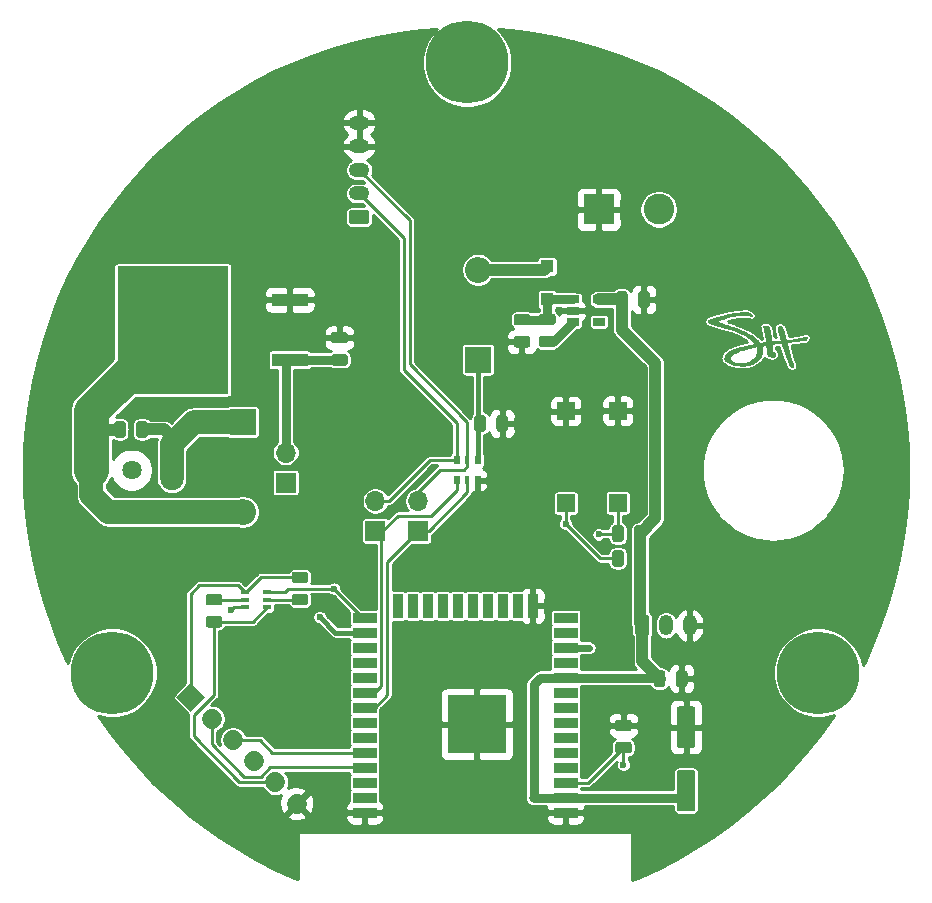
<source format=gbr>
G04 #@! TF.GenerationSoftware,KiCad,Pcbnew,(5.1.5)-3*
G04 #@! TF.CreationDate,2020-12-16T00:20:50-05:00*
G04 #@! TF.ProjectId,pov_ornament,706f765f-6f72-46e6-916d-656e742e6b69,rev?*
G04 #@! TF.SameCoordinates,Original*
G04 #@! TF.FileFunction,Copper,L1,Top*
G04 #@! TF.FilePolarity,Positive*
%FSLAX46Y46*%
G04 Gerber Fmt 4.6, Leading zero omitted, Abs format (unit mm)*
G04 Created by KiCad (PCBNEW (5.1.5)-3) date 2020-12-16 00:20:50*
%MOMM*%
%LPD*%
G04 APERTURE LIST*
%ADD10C,0.010000*%
%ADD11R,0.500000X0.800000*%
%ADD12R,0.300000X0.800000*%
%ADD13C,0.100000*%
%ADD14O,2.200000X2.200000*%
%ADD15R,2.200000X2.200000*%
%ADD16R,1.100000X1.100000*%
%ADD17O,1.200000X1.750000*%
%ADD18O,1.750000X1.200000*%
%ADD19R,3.100000X1.100000*%
%ADD20R,9.400000X10.800000*%
%ADD21R,1.060000X0.650000*%
%ADD22C,7.000000*%
%ADD23C,1.700000*%
%ADD24R,0.650000X0.400000*%
%ADD25R,1.500000X1.500000*%
%ADD26R,5.000000X5.000000*%
%ADD27R,2.000000X0.900000*%
%ADD28R,0.900000X2.000000*%
%ADD29R,2.600000X2.600000*%
%ADD30C,2.600000*%
%ADD31O,2.000000X3.400000*%
%ADD32C,1.630000*%
%ADD33O,2.000000X3.420000*%
%ADD34R,1.700000X1.700000*%
%ADD35O,1.700000X1.700000*%
%ADD36C,0.600000*%
%ADD37C,0.800000*%
%ADD38C,0.250000*%
%ADD39C,0.800000*%
%ADD40C,1.000000*%
%ADD41C,0.400000*%
%ADD42C,3.000000*%
%ADD43C,2.000000*%
%ADD44C,0.600000*%
%ADD45C,0.254000*%
G04 APERTURE END LIST*
D10*
G36*
X158783354Y-92888845D02*
G01*
X158801121Y-92889593D01*
X158903960Y-92894978D01*
X159010459Y-92952222D01*
X159075229Y-92988127D01*
X159127239Y-93019586D01*
X159168478Y-93048020D01*
X159200938Y-93074849D01*
X159226611Y-93101492D01*
X159235859Y-93112984D01*
X159255414Y-93140729D01*
X159269395Y-93164702D01*
X159276732Y-93182497D01*
X159276355Y-93191707D01*
X159270864Y-93191732D01*
X159253572Y-93186594D01*
X159224133Y-93179384D01*
X159186026Y-93170828D01*
X159142732Y-93161654D01*
X159097730Y-93152586D01*
X159054499Y-93144353D01*
X159016520Y-93137681D01*
X158998211Y-93134804D01*
X158819531Y-93115070D01*
X158630275Y-93106819D01*
X158430783Y-93110006D01*
X158221397Y-93124590D01*
X158002457Y-93150526D01*
X157774303Y-93187772D01*
X157537277Y-93236283D01*
X157291719Y-93296018D01*
X157037969Y-93366932D01*
X156943606Y-93395522D01*
X156878404Y-93416058D01*
X156809149Y-93438558D01*
X156737341Y-93462477D01*
X156664485Y-93487268D01*
X156592082Y-93512387D01*
X156521636Y-93537288D01*
X156454648Y-93561425D01*
X156392622Y-93584253D01*
X156337059Y-93605227D01*
X156289463Y-93623802D01*
X156251336Y-93639431D01*
X156224180Y-93651570D01*
X156209498Y-93659672D01*
X156207521Y-93662726D01*
X156217007Y-93666965D01*
X156240491Y-93675614D01*
X156276832Y-93688296D01*
X156324891Y-93704638D01*
X156383528Y-93724263D01*
X156451604Y-93746797D01*
X156527979Y-93771863D01*
X156611514Y-93799088D01*
X156701068Y-93828096D01*
X156795502Y-93858511D01*
X156893677Y-93889958D01*
X156994453Y-93922063D01*
X157015314Y-93928687D01*
X157202031Y-93988304D01*
X157374568Y-94044203D01*
X157534067Y-94096812D01*
X157681672Y-94146561D01*
X157818525Y-94193880D01*
X157945769Y-94239199D01*
X158064547Y-94282946D01*
X158176003Y-94325552D01*
X158281279Y-94367446D01*
X158381517Y-94409059D01*
X158477862Y-94450818D01*
X158571455Y-94493155D01*
X158663440Y-94536499D01*
X158754960Y-94581278D01*
X158765750Y-94586661D01*
X158975516Y-94697475D01*
X159170157Y-94812671D01*
X159349833Y-94932354D01*
X159514706Y-95056628D01*
X159599187Y-95127019D01*
X159646801Y-95169580D01*
X159699143Y-95218761D01*
X159753055Y-95271401D01*
X159805374Y-95324342D01*
X159852943Y-95374423D01*
X159892599Y-95418485D01*
X159903577Y-95431365D01*
X159952406Y-95489699D01*
X160015906Y-95485586D01*
X160048368Y-95481863D01*
X160090745Y-95474699D01*
X160137712Y-95465098D01*
X160183945Y-95454068D01*
X160187109Y-95453244D01*
X160232555Y-95442226D01*
X160280320Y-95432176D01*
X160327553Y-95423529D01*
X160371401Y-95416717D01*
X160409012Y-95412173D01*
X160437535Y-95410332D01*
X160454116Y-95411625D01*
X160455933Y-95412407D01*
X160462677Y-95414011D01*
X160467064Y-95407851D01*
X160469212Y-95392235D01*
X160469239Y-95365469D01*
X160467264Y-95325859D01*
X160464626Y-95287874D01*
X160459010Y-95218729D01*
X160452531Y-95152745D01*
X160444828Y-95087812D01*
X160435543Y-95021822D01*
X160424317Y-94952665D01*
X160410791Y-94878233D01*
X160394606Y-94796417D01*
X160375402Y-94705107D01*
X160352822Y-94602194D01*
X160332608Y-94512401D01*
X160314926Y-94433462D01*
X160298381Y-94357568D01*
X160283316Y-94286438D01*
X160270075Y-94221791D01*
X160259001Y-94165344D01*
X160250437Y-94118816D01*
X160244727Y-94083924D01*
X160242214Y-94062388D01*
X160242125Y-94059575D01*
X160249626Y-94047259D01*
X160270406Y-94035213D01*
X160301876Y-94024227D01*
X160341448Y-94015093D01*
X160386533Y-94008600D01*
X160416750Y-94006215D01*
X160475432Y-94006128D01*
X160523691Y-94013847D01*
X160565685Y-94030899D01*
X160605570Y-94058810D01*
X160635292Y-94086461D01*
X160666455Y-94121234D01*
X160694540Y-94160093D01*
X160719827Y-94204135D01*
X160742598Y-94254455D01*
X160763135Y-94312146D01*
X160781719Y-94378305D01*
X160798630Y-94454026D01*
X160814152Y-94540404D01*
X160828564Y-94638534D01*
X160842149Y-94749511D01*
X160855188Y-94874430D01*
X160864973Y-94980125D01*
X160870638Y-95043214D01*
X160876385Y-95105431D01*
X160881922Y-95163768D01*
X160886962Y-95215220D01*
X160891214Y-95256778D01*
X160894312Y-95284792D01*
X160903650Y-95363241D01*
X161035247Y-95358665D01*
X161166597Y-95349752D01*
X161293843Y-95333039D01*
X161373622Y-95321431D01*
X161451567Y-95313738D01*
X161535264Y-95309267D01*
X161563718Y-95308423D01*
X161706593Y-95304859D01*
X161705679Y-95235757D01*
X161704897Y-95210528D01*
X161702940Y-95185681D01*
X161699363Y-95159348D01*
X161693720Y-95129659D01*
X161685563Y-95094747D01*
X161674447Y-95052743D01*
X161659926Y-95001779D01*
X161641552Y-94939986D01*
X161618880Y-94865495D01*
X161611427Y-94841218D01*
X161587093Y-94761846D01*
X161566957Y-94695576D01*
X161550449Y-94640366D01*
X161536997Y-94594176D01*
X161526031Y-94554965D01*
X161516981Y-94520693D01*
X161509275Y-94489319D01*
X161502345Y-94458803D01*
X161495618Y-94427103D01*
X161495542Y-94426735D01*
X161486465Y-94373287D01*
X161480367Y-94317340D01*
X161477359Y-94262568D01*
X161477551Y-94212646D01*
X161481055Y-94171251D01*
X161487066Y-94144501D01*
X161509882Y-94100650D01*
X161542047Y-94068123D01*
X161581204Y-94047519D01*
X161625000Y-94039436D01*
X161671077Y-94044472D01*
X161717082Y-94063225D01*
X161741775Y-94079815D01*
X161780993Y-94116106D01*
X161818615Y-94162903D01*
X161854860Y-94220787D01*
X161889949Y-94290343D01*
X161924102Y-94372153D01*
X161957537Y-94466801D01*
X161990474Y-94574870D01*
X162023134Y-94696941D01*
X162055735Y-94833600D01*
X162088498Y-94985429D01*
X162095078Y-95017611D01*
X162105662Y-95069612D01*
X162115457Y-95117348D01*
X162123936Y-95158288D01*
X162130574Y-95189899D01*
X162134845Y-95209649D01*
X162135873Y-95214064D01*
X162139042Y-95223726D01*
X162144844Y-95229645D01*
X162156630Y-95232732D01*
X162177756Y-95233898D01*
X162209501Y-95234055D01*
X162293935Y-95232486D01*
X162382397Y-95227817D01*
X162476293Y-95219854D01*
X162577027Y-95208404D01*
X162686003Y-95193272D01*
X162804627Y-95174264D01*
X162934302Y-95151186D01*
X163076434Y-95123845D01*
X163222656Y-95094081D01*
X163363484Y-95065259D01*
X163489141Y-95040565D01*
X163599598Y-95020006D01*
X163694826Y-95003586D01*
X163774795Y-94991311D01*
X163839476Y-94983186D01*
X163846968Y-94982414D01*
X163915656Y-94975551D01*
X163920026Y-95002480D01*
X163922149Y-95028811D01*
X163919194Y-95056390D01*
X163910325Y-95089165D01*
X163894707Y-95131083D01*
X163890820Y-95140621D01*
X163876882Y-95172391D01*
X163865692Y-95191988D01*
X163855208Y-95202375D01*
X163845750Y-95206091D01*
X163824649Y-95209831D01*
X163789174Y-95215252D01*
X163740717Y-95222179D01*
X163680669Y-95230439D01*
X163610423Y-95239855D01*
X163531370Y-95250253D01*
X163444903Y-95261460D01*
X163352412Y-95273299D01*
X163255290Y-95285596D01*
X163154929Y-95298177D01*
X163052721Y-95310866D01*
X162950058Y-95323490D01*
X162848331Y-95335872D01*
X162748933Y-95347839D01*
X162653255Y-95359216D01*
X162562689Y-95369828D01*
X162478627Y-95379501D01*
X162402461Y-95388059D01*
X162353500Y-95393410D01*
X162305858Y-95398625D01*
X162263966Y-95403367D01*
X162230249Y-95407350D01*
X162207133Y-95410285D01*
X162197044Y-95411886D01*
X162196810Y-95411986D01*
X162198600Y-95419737D01*
X162204697Y-95440285D01*
X162214390Y-95471365D01*
X162226972Y-95510712D01*
X162241732Y-95556061D01*
X162245684Y-95568085D01*
X162266489Y-95632898D01*
X162286434Y-95698673D01*
X162306057Y-95767471D01*
X162325891Y-95841348D01*
X162346474Y-95922366D01*
X162368341Y-96012582D01*
X162392027Y-96114055D01*
X162418068Y-96228845D01*
X162421058Y-96242187D01*
X162446139Y-96353479D01*
X162468523Y-96451066D01*
X162488666Y-96536804D01*
X162507028Y-96612545D01*
X162524066Y-96680143D01*
X162540238Y-96741454D01*
X162556001Y-96798330D01*
X162571815Y-96852625D01*
X162571966Y-96853133D01*
X162588465Y-96906718D01*
X162603825Y-96951774D01*
X162619834Y-96992377D01*
X162638280Y-97032603D01*
X162660951Y-97076528D01*
X162689634Y-97128226D01*
X162702638Y-97151031D01*
X162739373Y-97219597D01*
X162765458Y-97279359D01*
X162781522Y-97332689D01*
X162788193Y-97381955D01*
X162786099Y-97429529D01*
X162782316Y-97451736D01*
X162772425Y-97487902D01*
X162758916Y-97510818D01*
X162738837Y-97523097D01*
X162709239Y-97527349D01*
X162696796Y-97527435D01*
X162664193Y-97524887D01*
X162632004Y-97519093D01*
X162618011Y-97515064D01*
X162592568Y-97502688D01*
X162564457Y-97484156D01*
X162550542Y-97472924D01*
X162537837Y-97461399D01*
X162526287Y-97449896D01*
X162515318Y-97437234D01*
X162504356Y-97422228D01*
X162492827Y-97403696D01*
X162480159Y-97380454D01*
X162465777Y-97351320D01*
X162449108Y-97315111D01*
X162429578Y-97270643D01*
X162406613Y-97216733D01*
X162379641Y-97152199D01*
X162348086Y-97075857D01*
X162311376Y-96986524D01*
X162293128Y-96942030D01*
X162263146Y-96867804D01*
X162232328Y-96789234D01*
X162200101Y-96704770D01*
X162165894Y-96612858D01*
X162129137Y-96511948D01*
X162089257Y-96400486D01*
X162045683Y-96276922D01*
X162000354Y-96146937D01*
X161959282Y-96028913D01*
X161920742Y-95918746D01*
X161885133Y-95817563D01*
X161852857Y-95726492D01*
X161824314Y-95646662D01*
X161799904Y-95579199D01*
X161780027Y-95525232D01*
X161773920Y-95508959D01*
X161756303Y-95462324D01*
X161715573Y-95467434D01*
X161697520Y-95469590D01*
X161666021Y-95473233D01*
X161623407Y-95478099D01*
X161572010Y-95483923D01*
X161514162Y-95490440D01*
X161452194Y-95497386D01*
X161428781Y-95500001D01*
X161360367Y-95507751D01*
X161290282Y-95515901D01*
X161221941Y-95524036D01*
X161158761Y-95531747D01*
X161104154Y-95538620D01*
X161061538Y-95544244D01*
X161057703Y-95544772D01*
X160932687Y-95562086D01*
X160932687Y-95607911D01*
X160934095Y-95630964D01*
X160937994Y-95665980D01*
X160943898Y-95709330D01*
X160951323Y-95757384D01*
X160957745Y-95795165D01*
X160969326Y-95865251D01*
X160977240Y-95925566D01*
X160982069Y-95981633D01*
X160984400Y-96038974D01*
X160984584Y-96048936D01*
X160985613Y-96090079D01*
X160987212Y-96125816D01*
X160989189Y-96153003D01*
X160991350Y-96168498D01*
X160992073Y-96170514D01*
X161000525Y-96178085D01*
X161019688Y-96192368D01*
X161046928Y-96211477D01*
X161079609Y-96233532D01*
X161088218Y-96239217D01*
X161146402Y-96280702D01*
X161190337Y-96320071D01*
X161221123Y-96359250D01*
X161239864Y-96400166D01*
X161247659Y-96444746D01*
X161245612Y-96494917D01*
X161243365Y-96510598D01*
X161228597Y-96553248D01*
X161199663Y-96591059D01*
X161157945Y-96622417D01*
X161139647Y-96632012D01*
X161100776Y-96644618D01*
X161050919Y-96651975D01*
X160994136Y-96653889D01*
X160934489Y-96650165D01*
X160891784Y-96643835D01*
X160861088Y-96637286D01*
X160823547Y-96628119D01*
X160782282Y-96617234D01*
X160740416Y-96605531D01*
X160701071Y-96593910D01*
X160667369Y-96583270D01*
X160642433Y-96574512D01*
X160629384Y-96568535D01*
X160628726Y-96568012D01*
X160623968Y-96557138D01*
X160617254Y-96532704D01*
X160608999Y-96496846D01*
X160599618Y-96451701D01*
X160589527Y-96399405D01*
X160579140Y-96342096D01*
X160568872Y-96281910D01*
X160559137Y-96220983D01*
X160551886Y-96172261D01*
X160546207Y-96130444D01*
X160539844Y-96079885D01*
X160533066Y-96023106D01*
X160526142Y-95962626D01*
X160519341Y-95900967D01*
X160512933Y-95840647D01*
X160507186Y-95784188D01*
X160502370Y-95734110D01*
X160498755Y-95692933D01*
X160496609Y-95663178D01*
X160496125Y-95650241D01*
X160491903Y-95645897D01*
X160477685Y-95645895D01*
X160451145Y-95650313D01*
X160442546Y-95652069D01*
X160421346Y-95656899D01*
X160389992Y-95664556D01*
X160351117Y-95674348D01*
X160307351Y-95685583D01*
X160261326Y-95697566D01*
X160215673Y-95709607D01*
X160173024Y-95721011D01*
X160136011Y-95731087D01*
X160107264Y-95739141D01*
X160089415Y-95744481D01*
X160084805Y-95746241D01*
X160086534Y-95753964D01*
X160093834Y-95770866D01*
X160098564Y-95780468D01*
X160123754Y-95842166D01*
X160143019Y-95914907D01*
X160155914Y-95994834D01*
X160161994Y-96078090D01*
X160160814Y-96160819D01*
X160151928Y-96239163D01*
X160151694Y-96240513D01*
X160122062Y-96365721D01*
X160077672Y-96489386D01*
X160019642Y-96609847D01*
X159949088Y-96725441D01*
X159867128Y-96834509D01*
X159774878Y-96935389D01*
X159673456Y-97026418D01*
X159574457Y-97099079D01*
X159460235Y-97168609D01*
X159342317Y-97228055D01*
X159218568Y-97278175D01*
X159086851Y-97319724D01*
X158945029Y-97353458D01*
X158790967Y-97380134D01*
X158773687Y-97382600D01*
X158719719Y-97388390D01*
X158653292Y-97392716D01*
X158577752Y-97395577D01*
X158496448Y-97396976D01*
X158412728Y-97396914D01*
X158329938Y-97395391D01*
X158251426Y-97392410D01*
X158180540Y-97387971D01*
X158122812Y-97382345D01*
X158021357Y-97368391D01*
X157916685Y-97351055D01*
X157812315Y-97331076D01*
X157711768Y-97309192D01*
X157618561Y-97286141D01*
X157536214Y-97262663D01*
X157505605Y-97252816D01*
X157412690Y-97217936D01*
X157323163Y-97177126D01*
X157239013Y-97131673D01*
X157162229Y-97082863D01*
X157094799Y-97031983D01*
X157038710Y-96980317D01*
X156995952Y-96929154D01*
X156988779Y-96918478D01*
X156961381Y-96863226D01*
X156946718Y-96804507D01*
X156946147Y-96770367D01*
X157377023Y-96770367D01*
X157378907Y-96821578D01*
X157392091Y-96864307D01*
X157421616Y-96909025D01*
X157465887Y-96952851D01*
X157523780Y-96995246D01*
X157594170Y-97035671D01*
X157675933Y-97073591D01*
X157767942Y-97108466D01*
X157869075Y-97139758D01*
X157978206Y-97166930D01*
X158058985Y-97183253D01*
X158162331Y-97200286D01*
X158254698Y-97211144D01*
X158339636Y-97216051D01*
X158420694Y-97215229D01*
X158489080Y-97210203D01*
X158621873Y-97190404D01*
X158753138Y-97158477D01*
X158881584Y-97115319D01*
X159005924Y-97061827D01*
X159124867Y-96998897D01*
X159237125Y-96927427D01*
X159341408Y-96848312D01*
X159436426Y-96762450D01*
X159520890Y-96670737D01*
X159593512Y-96574071D01*
X159653000Y-96473347D01*
X159698068Y-96369463D01*
X159698122Y-96369311D01*
X159722997Y-96287828D01*
X159737524Y-96209941D01*
X159742980Y-96128434D01*
X159743095Y-96115187D01*
X159737194Y-96016029D01*
X159718467Y-95922583D01*
X159689043Y-95837375D01*
X159673422Y-95800078D01*
X159661960Y-95775470D01*
X159652904Y-95761504D01*
X159644502Y-95756134D01*
X159635003Y-95757314D01*
X159624533Y-95762053D01*
X159609915Y-95767288D01*
X159581271Y-95775607D01*
X159540068Y-95786647D01*
X159487777Y-95800043D01*
X159425867Y-95815432D01*
X159355807Y-95832450D01*
X159279066Y-95850735D01*
X159197113Y-95869922D01*
X159111418Y-95889648D01*
X159079281Y-95896960D01*
X158928365Y-95932287D01*
X158790380Y-95967074D01*
X158662449Y-96002254D01*
X158541696Y-96038758D01*
X158425245Y-96077520D01*
X158310220Y-96119472D01*
X158193746Y-96165548D01*
X158072944Y-96216679D01*
X158015745Y-96241881D01*
X157888966Y-96300758D01*
X157777423Y-96357737D01*
X157680636Y-96413151D01*
X157598123Y-96467333D01*
X157529404Y-96520617D01*
X157473999Y-96573336D01*
X157431425Y-96625823D01*
X157409089Y-96662440D01*
X157387180Y-96716179D01*
X157377023Y-96770367D01*
X156946147Y-96770367D01*
X156945747Y-96746507D01*
X156947133Y-96736266D01*
X156964474Y-96667523D01*
X156994664Y-96593535D01*
X157036543Y-96516521D01*
X157088950Y-96438701D01*
X157130026Y-96386435D01*
X157188450Y-96325520D01*
X157261578Y-96264735D01*
X157348245Y-96204700D01*
X157447287Y-96146033D01*
X157557540Y-96089350D01*
X157677841Y-96035271D01*
X157807024Y-95984413D01*
X157943927Y-95937395D01*
X158019625Y-95914123D01*
X158078302Y-95897021D01*
X158134930Y-95881039D01*
X158191194Y-95865782D01*
X158248777Y-95850855D01*
X158309364Y-95835865D01*
X158374639Y-95820416D01*
X158446286Y-95804113D01*
X158525989Y-95786561D01*
X158615432Y-95767367D01*
X158716300Y-95746135D01*
X158830277Y-95722470D01*
X158889014Y-95710362D01*
X158996014Y-95688226D01*
X159096228Y-95667258D01*
X159188661Y-95647678D01*
X159272319Y-95629703D01*
X159346209Y-95613553D01*
X159409335Y-95599448D01*
X159460703Y-95587606D01*
X159499320Y-95578247D01*
X159524190Y-95571590D01*
X159533696Y-95568265D01*
X159533321Y-95560203D01*
X159522409Y-95542475D01*
X159502007Y-95516271D01*
X159473162Y-95482782D01*
X159436919Y-95443198D01*
X159394325Y-95398709D01*
X159346425Y-95350505D01*
X159316623Y-95321312D01*
X159171374Y-95189873D01*
X159011667Y-95063119D01*
X158838353Y-94941534D01*
X158652283Y-94825604D01*
X158454307Y-94715813D01*
X158245278Y-94612646D01*
X158026046Y-94516587D01*
X157797463Y-94428122D01*
X157670848Y-94383818D01*
X157602444Y-94361027D01*
X157537716Y-94340132D01*
X157474374Y-94320488D01*
X157410123Y-94301453D01*
X157342674Y-94282385D01*
X157269732Y-94262640D01*
X157189006Y-94241577D01*
X157098203Y-94218551D01*
X156995031Y-94192921D01*
X156954285Y-94182900D01*
X156855323Y-94158523D01*
X156769619Y-94137174D01*
X156694979Y-94118248D01*
X156629209Y-94101138D01*
X156570113Y-94085238D01*
X156515498Y-94069942D01*
X156463168Y-94054645D01*
X156410928Y-94038739D01*
X156356585Y-94021618D01*
X156297943Y-94002678D01*
X156277343Y-93995947D01*
X156217709Y-93976724D01*
X156152898Y-93956348D01*
X156088006Y-93936386D01*
X156028126Y-93918406D01*
X155979687Y-93904352D01*
X155885382Y-93876072D01*
X155805870Y-93848502D01*
X155740127Y-93821023D01*
X155687126Y-93793017D01*
X155645842Y-93763866D01*
X155615250Y-93732953D01*
X155594323Y-93699660D01*
X155582398Y-93664986D01*
X155578703Y-93631093D01*
X155584874Y-93600789D01*
X155602059Y-93572689D01*
X155631403Y-93545411D01*
X155674052Y-93517571D01*
X155727811Y-93489402D01*
X155765219Y-93471972D01*
X155805825Y-93454614D01*
X155850732Y-93436985D01*
X155901046Y-93418745D01*
X155957870Y-93399552D01*
X156022309Y-93379066D01*
X156095465Y-93356945D01*
X156178445Y-93332848D01*
X156272351Y-93306434D01*
X156378288Y-93277361D01*
X156497359Y-93245289D01*
X156630670Y-93209876D01*
X156642468Y-93206760D01*
X156814444Y-93161918D01*
X156973029Y-93121794D01*
X157119883Y-93086061D01*
X157256667Y-93054394D01*
X157385043Y-93026465D01*
X157506670Y-93001948D01*
X157623209Y-92980517D01*
X157736322Y-92961846D01*
X157847670Y-92945607D01*
X157958912Y-92931474D01*
X158071710Y-92919120D01*
X158138687Y-92912625D01*
X158202567Y-92907372D01*
X158275192Y-92902534D01*
X158353644Y-92898214D01*
X158435006Y-92894514D01*
X158516361Y-92891533D01*
X158594791Y-92889375D01*
X158667378Y-92888140D01*
X158731205Y-92887929D01*
X158783354Y-92888845D01*
G37*
X158783354Y-92888845D02*
X158801121Y-92889593D01*
X158903960Y-92894978D01*
X159010459Y-92952222D01*
X159075229Y-92988127D01*
X159127239Y-93019586D01*
X159168478Y-93048020D01*
X159200938Y-93074849D01*
X159226611Y-93101492D01*
X159235859Y-93112984D01*
X159255414Y-93140729D01*
X159269395Y-93164702D01*
X159276732Y-93182497D01*
X159276355Y-93191707D01*
X159270864Y-93191732D01*
X159253572Y-93186594D01*
X159224133Y-93179384D01*
X159186026Y-93170828D01*
X159142732Y-93161654D01*
X159097730Y-93152586D01*
X159054499Y-93144353D01*
X159016520Y-93137681D01*
X158998211Y-93134804D01*
X158819531Y-93115070D01*
X158630275Y-93106819D01*
X158430783Y-93110006D01*
X158221397Y-93124590D01*
X158002457Y-93150526D01*
X157774303Y-93187772D01*
X157537277Y-93236283D01*
X157291719Y-93296018D01*
X157037969Y-93366932D01*
X156943606Y-93395522D01*
X156878404Y-93416058D01*
X156809149Y-93438558D01*
X156737341Y-93462477D01*
X156664485Y-93487268D01*
X156592082Y-93512387D01*
X156521636Y-93537288D01*
X156454648Y-93561425D01*
X156392622Y-93584253D01*
X156337059Y-93605227D01*
X156289463Y-93623802D01*
X156251336Y-93639431D01*
X156224180Y-93651570D01*
X156209498Y-93659672D01*
X156207521Y-93662726D01*
X156217007Y-93666965D01*
X156240491Y-93675614D01*
X156276832Y-93688296D01*
X156324891Y-93704638D01*
X156383528Y-93724263D01*
X156451604Y-93746797D01*
X156527979Y-93771863D01*
X156611514Y-93799088D01*
X156701068Y-93828096D01*
X156795502Y-93858511D01*
X156893677Y-93889958D01*
X156994453Y-93922063D01*
X157015314Y-93928687D01*
X157202031Y-93988304D01*
X157374568Y-94044203D01*
X157534067Y-94096812D01*
X157681672Y-94146561D01*
X157818525Y-94193880D01*
X157945769Y-94239199D01*
X158064547Y-94282946D01*
X158176003Y-94325552D01*
X158281279Y-94367446D01*
X158381517Y-94409059D01*
X158477862Y-94450818D01*
X158571455Y-94493155D01*
X158663440Y-94536499D01*
X158754960Y-94581278D01*
X158765750Y-94586661D01*
X158975516Y-94697475D01*
X159170157Y-94812671D01*
X159349833Y-94932354D01*
X159514706Y-95056628D01*
X159599187Y-95127019D01*
X159646801Y-95169580D01*
X159699143Y-95218761D01*
X159753055Y-95271401D01*
X159805374Y-95324342D01*
X159852943Y-95374423D01*
X159892599Y-95418485D01*
X159903577Y-95431365D01*
X159952406Y-95489699D01*
X160015906Y-95485586D01*
X160048368Y-95481863D01*
X160090745Y-95474699D01*
X160137712Y-95465098D01*
X160183945Y-95454068D01*
X160187109Y-95453244D01*
X160232555Y-95442226D01*
X160280320Y-95432176D01*
X160327553Y-95423529D01*
X160371401Y-95416717D01*
X160409012Y-95412173D01*
X160437535Y-95410332D01*
X160454116Y-95411625D01*
X160455933Y-95412407D01*
X160462677Y-95414011D01*
X160467064Y-95407851D01*
X160469212Y-95392235D01*
X160469239Y-95365469D01*
X160467264Y-95325859D01*
X160464626Y-95287874D01*
X160459010Y-95218729D01*
X160452531Y-95152745D01*
X160444828Y-95087812D01*
X160435543Y-95021822D01*
X160424317Y-94952665D01*
X160410791Y-94878233D01*
X160394606Y-94796417D01*
X160375402Y-94705107D01*
X160352822Y-94602194D01*
X160332608Y-94512401D01*
X160314926Y-94433462D01*
X160298381Y-94357568D01*
X160283316Y-94286438D01*
X160270075Y-94221791D01*
X160259001Y-94165344D01*
X160250437Y-94118816D01*
X160244727Y-94083924D01*
X160242214Y-94062388D01*
X160242125Y-94059575D01*
X160249626Y-94047259D01*
X160270406Y-94035213D01*
X160301876Y-94024227D01*
X160341448Y-94015093D01*
X160386533Y-94008600D01*
X160416750Y-94006215D01*
X160475432Y-94006128D01*
X160523691Y-94013847D01*
X160565685Y-94030899D01*
X160605570Y-94058810D01*
X160635292Y-94086461D01*
X160666455Y-94121234D01*
X160694540Y-94160093D01*
X160719827Y-94204135D01*
X160742598Y-94254455D01*
X160763135Y-94312146D01*
X160781719Y-94378305D01*
X160798630Y-94454026D01*
X160814152Y-94540404D01*
X160828564Y-94638534D01*
X160842149Y-94749511D01*
X160855188Y-94874430D01*
X160864973Y-94980125D01*
X160870638Y-95043214D01*
X160876385Y-95105431D01*
X160881922Y-95163768D01*
X160886962Y-95215220D01*
X160891214Y-95256778D01*
X160894312Y-95284792D01*
X160903650Y-95363241D01*
X161035247Y-95358665D01*
X161166597Y-95349752D01*
X161293843Y-95333039D01*
X161373622Y-95321431D01*
X161451567Y-95313738D01*
X161535264Y-95309267D01*
X161563718Y-95308423D01*
X161706593Y-95304859D01*
X161705679Y-95235757D01*
X161704897Y-95210528D01*
X161702940Y-95185681D01*
X161699363Y-95159348D01*
X161693720Y-95129659D01*
X161685563Y-95094747D01*
X161674447Y-95052743D01*
X161659926Y-95001779D01*
X161641552Y-94939986D01*
X161618880Y-94865495D01*
X161611427Y-94841218D01*
X161587093Y-94761846D01*
X161566957Y-94695576D01*
X161550449Y-94640366D01*
X161536997Y-94594176D01*
X161526031Y-94554965D01*
X161516981Y-94520693D01*
X161509275Y-94489319D01*
X161502345Y-94458803D01*
X161495618Y-94427103D01*
X161495542Y-94426735D01*
X161486465Y-94373287D01*
X161480367Y-94317340D01*
X161477359Y-94262568D01*
X161477551Y-94212646D01*
X161481055Y-94171251D01*
X161487066Y-94144501D01*
X161509882Y-94100650D01*
X161542047Y-94068123D01*
X161581204Y-94047519D01*
X161625000Y-94039436D01*
X161671077Y-94044472D01*
X161717082Y-94063225D01*
X161741775Y-94079815D01*
X161780993Y-94116106D01*
X161818615Y-94162903D01*
X161854860Y-94220787D01*
X161889949Y-94290343D01*
X161924102Y-94372153D01*
X161957537Y-94466801D01*
X161990474Y-94574870D01*
X162023134Y-94696941D01*
X162055735Y-94833600D01*
X162088498Y-94985429D01*
X162095078Y-95017611D01*
X162105662Y-95069612D01*
X162115457Y-95117348D01*
X162123936Y-95158288D01*
X162130574Y-95189899D01*
X162134845Y-95209649D01*
X162135873Y-95214064D01*
X162139042Y-95223726D01*
X162144844Y-95229645D01*
X162156630Y-95232732D01*
X162177756Y-95233898D01*
X162209501Y-95234055D01*
X162293935Y-95232486D01*
X162382397Y-95227817D01*
X162476293Y-95219854D01*
X162577027Y-95208404D01*
X162686003Y-95193272D01*
X162804627Y-95174264D01*
X162934302Y-95151186D01*
X163076434Y-95123845D01*
X163222656Y-95094081D01*
X163363484Y-95065259D01*
X163489141Y-95040565D01*
X163599598Y-95020006D01*
X163694826Y-95003586D01*
X163774795Y-94991311D01*
X163839476Y-94983186D01*
X163846968Y-94982414D01*
X163915656Y-94975551D01*
X163920026Y-95002480D01*
X163922149Y-95028811D01*
X163919194Y-95056390D01*
X163910325Y-95089165D01*
X163894707Y-95131083D01*
X163890820Y-95140621D01*
X163876882Y-95172391D01*
X163865692Y-95191988D01*
X163855208Y-95202375D01*
X163845750Y-95206091D01*
X163824649Y-95209831D01*
X163789174Y-95215252D01*
X163740717Y-95222179D01*
X163680669Y-95230439D01*
X163610423Y-95239855D01*
X163531370Y-95250253D01*
X163444903Y-95261460D01*
X163352412Y-95273299D01*
X163255290Y-95285596D01*
X163154929Y-95298177D01*
X163052721Y-95310866D01*
X162950058Y-95323490D01*
X162848331Y-95335872D01*
X162748933Y-95347839D01*
X162653255Y-95359216D01*
X162562689Y-95369828D01*
X162478627Y-95379501D01*
X162402461Y-95388059D01*
X162353500Y-95393410D01*
X162305858Y-95398625D01*
X162263966Y-95403367D01*
X162230249Y-95407350D01*
X162207133Y-95410285D01*
X162197044Y-95411886D01*
X162196810Y-95411986D01*
X162198600Y-95419737D01*
X162204697Y-95440285D01*
X162214390Y-95471365D01*
X162226972Y-95510712D01*
X162241732Y-95556061D01*
X162245684Y-95568085D01*
X162266489Y-95632898D01*
X162286434Y-95698673D01*
X162306057Y-95767471D01*
X162325891Y-95841348D01*
X162346474Y-95922366D01*
X162368341Y-96012582D01*
X162392027Y-96114055D01*
X162418068Y-96228845D01*
X162421058Y-96242187D01*
X162446139Y-96353479D01*
X162468523Y-96451066D01*
X162488666Y-96536804D01*
X162507028Y-96612545D01*
X162524066Y-96680143D01*
X162540238Y-96741454D01*
X162556001Y-96798330D01*
X162571815Y-96852625D01*
X162571966Y-96853133D01*
X162588465Y-96906718D01*
X162603825Y-96951774D01*
X162619834Y-96992377D01*
X162638280Y-97032603D01*
X162660951Y-97076528D01*
X162689634Y-97128226D01*
X162702638Y-97151031D01*
X162739373Y-97219597D01*
X162765458Y-97279359D01*
X162781522Y-97332689D01*
X162788193Y-97381955D01*
X162786099Y-97429529D01*
X162782316Y-97451736D01*
X162772425Y-97487902D01*
X162758916Y-97510818D01*
X162738837Y-97523097D01*
X162709239Y-97527349D01*
X162696796Y-97527435D01*
X162664193Y-97524887D01*
X162632004Y-97519093D01*
X162618011Y-97515064D01*
X162592568Y-97502688D01*
X162564457Y-97484156D01*
X162550542Y-97472924D01*
X162537837Y-97461399D01*
X162526287Y-97449896D01*
X162515318Y-97437234D01*
X162504356Y-97422228D01*
X162492827Y-97403696D01*
X162480159Y-97380454D01*
X162465777Y-97351320D01*
X162449108Y-97315111D01*
X162429578Y-97270643D01*
X162406613Y-97216733D01*
X162379641Y-97152199D01*
X162348086Y-97075857D01*
X162311376Y-96986524D01*
X162293128Y-96942030D01*
X162263146Y-96867804D01*
X162232328Y-96789234D01*
X162200101Y-96704770D01*
X162165894Y-96612858D01*
X162129137Y-96511948D01*
X162089257Y-96400486D01*
X162045683Y-96276922D01*
X162000354Y-96146937D01*
X161959282Y-96028913D01*
X161920742Y-95918746D01*
X161885133Y-95817563D01*
X161852857Y-95726492D01*
X161824314Y-95646662D01*
X161799904Y-95579199D01*
X161780027Y-95525232D01*
X161773920Y-95508959D01*
X161756303Y-95462324D01*
X161715573Y-95467434D01*
X161697520Y-95469590D01*
X161666021Y-95473233D01*
X161623407Y-95478099D01*
X161572010Y-95483923D01*
X161514162Y-95490440D01*
X161452194Y-95497386D01*
X161428781Y-95500001D01*
X161360367Y-95507751D01*
X161290282Y-95515901D01*
X161221941Y-95524036D01*
X161158761Y-95531747D01*
X161104154Y-95538620D01*
X161061538Y-95544244D01*
X161057703Y-95544772D01*
X160932687Y-95562086D01*
X160932687Y-95607911D01*
X160934095Y-95630964D01*
X160937994Y-95665980D01*
X160943898Y-95709330D01*
X160951323Y-95757384D01*
X160957745Y-95795165D01*
X160969326Y-95865251D01*
X160977240Y-95925566D01*
X160982069Y-95981633D01*
X160984400Y-96038974D01*
X160984584Y-96048936D01*
X160985613Y-96090079D01*
X160987212Y-96125816D01*
X160989189Y-96153003D01*
X160991350Y-96168498D01*
X160992073Y-96170514D01*
X161000525Y-96178085D01*
X161019688Y-96192368D01*
X161046928Y-96211477D01*
X161079609Y-96233532D01*
X161088218Y-96239217D01*
X161146402Y-96280702D01*
X161190337Y-96320071D01*
X161221123Y-96359250D01*
X161239864Y-96400166D01*
X161247659Y-96444746D01*
X161245612Y-96494917D01*
X161243365Y-96510598D01*
X161228597Y-96553248D01*
X161199663Y-96591059D01*
X161157945Y-96622417D01*
X161139647Y-96632012D01*
X161100776Y-96644618D01*
X161050919Y-96651975D01*
X160994136Y-96653889D01*
X160934489Y-96650165D01*
X160891784Y-96643835D01*
X160861088Y-96637286D01*
X160823547Y-96628119D01*
X160782282Y-96617234D01*
X160740416Y-96605531D01*
X160701071Y-96593910D01*
X160667369Y-96583270D01*
X160642433Y-96574512D01*
X160629384Y-96568535D01*
X160628726Y-96568012D01*
X160623968Y-96557138D01*
X160617254Y-96532704D01*
X160608999Y-96496846D01*
X160599618Y-96451701D01*
X160589527Y-96399405D01*
X160579140Y-96342096D01*
X160568872Y-96281910D01*
X160559137Y-96220983D01*
X160551886Y-96172261D01*
X160546207Y-96130444D01*
X160539844Y-96079885D01*
X160533066Y-96023106D01*
X160526142Y-95962626D01*
X160519341Y-95900967D01*
X160512933Y-95840647D01*
X160507186Y-95784188D01*
X160502370Y-95734110D01*
X160498755Y-95692933D01*
X160496609Y-95663178D01*
X160496125Y-95650241D01*
X160491903Y-95645897D01*
X160477685Y-95645895D01*
X160451145Y-95650313D01*
X160442546Y-95652069D01*
X160421346Y-95656899D01*
X160389992Y-95664556D01*
X160351117Y-95674348D01*
X160307351Y-95685583D01*
X160261326Y-95697566D01*
X160215673Y-95709607D01*
X160173024Y-95721011D01*
X160136011Y-95731087D01*
X160107264Y-95739141D01*
X160089415Y-95744481D01*
X160084805Y-95746241D01*
X160086534Y-95753964D01*
X160093834Y-95770866D01*
X160098564Y-95780468D01*
X160123754Y-95842166D01*
X160143019Y-95914907D01*
X160155914Y-95994834D01*
X160161994Y-96078090D01*
X160160814Y-96160819D01*
X160151928Y-96239163D01*
X160151694Y-96240513D01*
X160122062Y-96365721D01*
X160077672Y-96489386D01*
X160019642Y-96609847D01*
X159949088Y-96725441D01*
X159867128Y-96834509D01*
X159774878Y-96935389D01*
X159673456Y-97026418D01*
X159574457Y-97099079D01*
X159460235Y-97168609D01*
X159342317Y-97228055D01*
X159218568Y-97278175D01*
X159086851Y-97319724D01*
X158945029Y-97353458D01*
X158790967Y-97380134D01*
X158773687Y-97382600D01*
X158719719Y-97388390D01*
X158653292Y-97392716D01*
X158577752Y-97395577D01*
X158496448Y-97396976D01*
X158412728Y-97396914D01*
X158329938Y-97395391D01*
X158251426Y-97392410D01*
X158180540Y-97387971D01*
X158122812Y-97382345D01*
X158021357Y-97368391D01*
X157916685Y-97351055D01*
X157812315Y-97331076D01*
X157711768Y-97309192D01*
X157618561Y-97286141D01*
X157536214Y-97262663D01*
X157505605Y-97252816D01*
X157412690Y-97217936D01*
X157323163Y-97177126D01*
X157239013Y-97131673D01*
X157162229Y-97082863D01*
X157094799Y-97031983D01*
X157038710Y-96980317D01*
X156995952Y-96929154D01*
X156988779Y-96918478D01*
X156961381Y-96863226D01*
X156946718Y-96804507D01*
X156946147Y-96770367D01*
X157377023Y-96770367D01*
X157378907Y-96821578D01*
X157392091Y-96864307D01*
X157421616Y-96909025D01*
X157465887Y-96952851D01*
X157523780Y-96995246D01*
X157594170Y-97035671D01*
X157675933Y-97073591D01*
X157767942Y-97108466D01*
X157869075Y-97139758D01*
X157978206Y-97166930D01*
X158058985Y-97183253D01*
X158162331Y-97200286D01*
X158254698Y-97211144D01*
X158339636Y-97216051D01*
X158420694Y-97215229D01*
X158489080Y-97210203D01*
X158621873Y-97190404D01*
X158753138Y-97158477D01*
X158881584Y-97115319D01*
X159005924Y-97061827D01*
X159124867Y-96998897D01*
X159237125Y-96927427D01*
X159341408Y-96848312D01*
X159436426Y-96762450D01*
X159520890Y-96670737D01*
X159593512Y-96574071D01*
X159653000Y-96473347D01*
X159698068Y-96369463D01*
X159698122Y-96369311D01*
X159722997Y-96287828D01*
X159737524Y-96209941D01*
X159742980Y-96128434D01*
X159743095Y-96115187D01*
X159737194Y-96016029D01*
X159718467Y-95922583D01*
X159689043Y-95837375D01*
X159673422Y-95800078D01*
X159661960Y-95775470D01*
X159652904Y-95761504D01*
X159644502Y-95756134D01*
X159635003Y-95757314D01*
X159624533Y-95762053D01*
X159609915Y-95767288D01*
X159581271Y-95775607D01*
X159540068Y-95786647D01*
X159487777Y-95800043D01*
X159425867Y-95815432D01*
X159355807Y-95832450D01*
X159279066Y-95850735D01*
X159197113Y-95869922D01*
X159111418Y-95889648D01*
X159079281Y-95896960D01*
X158928365Y-95932287D01*
X158790380Y-95967074D01*
X158662449Y-96002254D01*
X158541696Y-96038758D01*
X158425245Y-96077520D01*
X158310220Y-96119472D01*
X158193746Y-96165548D01*
X158072944Y-96216679D01*
X158015745Y-96241881D01*
X157888966Y-96300758D01*
X157777423Y-96357737D01*
X157680636Y-96413151D01*
X157598123Y-96467333D01*
X157529404Y-96520617D01*
X157473999Y-96573336D01*
X157431425Y-96625823D01*
X157409089Y-96662440D01*
X157387180Y-96716179D01*
X157377023Y-96770367D01*
X156946147Y-96770367D01*
X156945747Y-96746507D01*
X156947133Y-96736266D01*
X156964474Y-96667523D01*
X156994664Y-96593535D01*
X157036543Y-96516521D01*
X157088950Y-96438701D01*
X157130026Y-96386435D01*
X157188450Y-96325520D01*
X157261578Y-96264735D01*
X157348245Y-96204700D01*
X157447287Y-96146033D01*
X157557540Y-96089350D01*
X157677841Y-96035271D01*
X157807024Y-95984413D01*
X157943927Y-95937395D01*
X158019625Y-95914123D01*
X158078302Y-95897021D01*
X158134930Y-95881039D01*
X158191194Y-95865782D01*
X158248777Y-95850855D01*
X158309364Y-95835865D01*
X158374639Y-95820416D01*
X158446286Y-95804113D01*
X158525989Y-95786561D01*
X158615432Y-95767367D01*
X158716300Y-95746135D01*
X158830277Y-95722470D01*
X158889014Y-95710362D01*
X158996014Y-95688226D01*
X159096228Y-95667258D01*
X159188661Y-95647678D01*
X159272319Y-95629703D01*
X159346209Y-95613553D01*
X159409335Y-95599448D01*
X159460703Y-95587606D01*
X159499320Y-95578247D01*
X159524190Y-95571590D01*
X159533696Y-95568265D01*
X159533321Y-95560203D01*
X159522409Y-95542475D01*
X159502007Y-95516271D01*
X159473162Y-95482782D01*
X159436919Y-95443198D01*
X159394325Y-95398709D01*
X159346425Y-95350505D01*
X159316623Y-95321312D01*
X159171374Y-95189873D01*
X159011667Y-95063119D01*
X158838353Y-94941534D01*
X158652283Y-94825604D01*
X158454307Y-94715813D01*
X158245278Y-94612646D01*
X158026046Y-94516587D01*
X157797463Y-94428122D01*
X157670848Y-94383818D01*
X157602444Y-94361027D01*
X157537716Y-94340132D01*
X157474374Y-94320488D01*
X157410123Y-94301453D01*
X157342674Y-94282385D01*
X157269732Y-94262640D01*
X157189006Y-94241577D01*
X157098203Y-94218551D01*
X156995031Y-94192921D01*
X156954285Y-94182900D01*
X156855323Y-94158523D01*
X156769619Y-94137174D01*
X156694979Y-94118248D01*
X156629209Y-94101138D01*
X156570113Y-94085238D01*
X156515498Y-94069942D01*
X156463168Y-94054645D01*
X156410928Y-94038739D01*
X156356585Y-94021618D01*
X156297943Y-94002678D01*
X156277343Y-93995947D01*
X156217709Y-93976724D01*
X156152898Y-93956348D01*
X156088006Y-93936386D01*
X156028126Y-93918406D01*
X155979687Y-93904352D01*
X155885382Y-93876072D01*
X155805870Y-93848502D01*
X155740127Y-93821023D01*
X155687126Y-93793017D01*
X155645842Y-93763866D01*
X155615250Y-93732953D01*
X155594323Y-93699660D01*
X155582398Y-93664986D01*
X155578703Y-93631093D01*
X155584874Y-93600789D01*
X155602059Y-93572689D01*
X155631403Y-93545411D01*
X155674052Y-93517571D01*
X155727811Y-93489402D01*
X155765219Y-93471972D01*
X155805825Y-93454614D01*
X155850732Y-93436985D01*
X155901046Y-93418745D01*
X155957870Y-93399552D01*
X156022309Y-93379066D01*
X156095465Y-93356945D01*
X156178445Y-93332848D01*
X156272351Y-93306434D01*
X156378288Y-93277361D01*
X156497359Y-93245289D01*
X156630670Y-93209876D01*
X156642468Y-93206760D01*
X156814444Y-93161918D01*
X156973029Y-93121794D01*
X157119883Y-93086061D01*
X157256667Y-93054394D01*
X157385043Y-93026465D01*
X157506670Y-93001948D01*
X157623209Y-92980517D01*
X157736322Y-92961846D01*
X157847670Y-92945607D01*
X157958912Y-92931474D01*
X158071710Y-92919120D01*
X158138687Y-92912625D01*
X158202567Y-92907372D01*
X158275192Y-92902534D01*
X158353644Y-92898214D01*
X158435006Y-92894514D01*
X158516361Y-92891533D01*
X158594791Y-92889375D01*
X158667378Y-92888140D01*
X158731205Y-92887929D01*
X158783354Y-92888845D01*
D11*
X136075000Y-105400000D03*
D12*
X135175000Y-105400000D03*
D11*
X134275000Y-105400000D03*
D12*
X135175000Y-107100000D03*
D11*
X134275000Y-107100000D03*
X136075000Y-107100000D03*
G04 #@! TA.AperFunction,SMDPad,CuDef*
D13*
G36*
X140280142Y-93026174D02*
G01*
X140303803Y-93029684D01*
X140327007Y-93035496D01*
X140349529Y-93043554D01*
X140371153Y-93053782D01*
X140391670Y-93066079D01*
X140410883Y-93080329D01*
X140428607Y-93096393D01*
X140444671Y-93114117D01*
X140458921Y-93133330D01*
X140471218Y-93153847D01*
X140481446Y-93175471D01*
X140489504Y-93197993D01*
X140495316Y-93221197D01*
X140498826Y-93244858D01*
X140500000Y-93268750D01*
X140500000Y-93756250D01*
X140498826Y-93780142D01*
X140495316Y-93803803D01*
X140489504Y-93827007D01*
X140481446Y-93849529D01*
X140471218Y-93871153D01*
X140458921Y-93891670D01*
X140444671Y-93910883D01*
X140428607Y-93928607D01*
X140410883Y-93944671D01*
X140391670Y-93958921D01*
X140371153Y-93971218D01*
X140349529Y-93981446D01*
X140327007Y-93989504D01*
X140303803Y-93995316D01*
X140280142Y-93998826D01*
X140256250Y-94000000D01*
X139343750Y-94000000D01*
X139319858Y-93998826D01*
X139296197Y-93995316D01*
X139272993Y-93989504D01*
X139250471Y-93981446D01*
X139228847Y-93971218D01*
X139208330Y-93958921D01*
X139189117Y-93944671D01*
X139171393Y-93928607D01*
X139155329Y-93910883D01*
X139141079Y-93891670D01*
X139128782Y-93871153D01*
X139118554Y-93849529D01*
X139110496Y-93827007D01*
X139104684Y-93803803D01*
X139101174Y-93780142D01*
X139100000Y-93756250D01*
X139100000Y-93268750D01*
X139101174Y-93244858D01*
X139104684Y-93221197D01*
X139110496Y-93197993D01*
X139118554Y-93175471D01*
X139128782Y-93153847D01*
X139141079Y-93133330D01*
X139155329Y-93114117D01*
X139171393Y-93096393D01*
X139189117Y-93080329D01*
X139208330Y-93066079D01*
X139228847Y-93053782D01*
X139250471Y-93043554D01*
X139272993Y-93035496D01*
X139296197Y-93029684D01*
X139319858Y-93026174D01*
X139343750Y-93025000D01*
X140256250Y-93025000D01*
X140280142Y-93026174D01*
G37*
G04 #@! TD.AperFunction*
G04 #@! TA.AperFunction,SMDPad,CuDef*
G36*
X140280142Y-94901174D02*
G01*
X140303803Y-94904684D01*
X140327007Y-94910496D01*
X140349529Y-94918554D01*
X140371153Y-94928782D01*
X140391670Y-94941079D01*
X140410883Y-94955329D01*
X140428607Y-94971393D01*
X140444671Y-94989117D01*
X140458921Y-95008330D01*
X140471218Y-95028847D01*
X140481446Y-95050471D01*
X140489504Y-95072993D01*
X140495316Y-95096197D01*
X140498826Y-95119858D01*
X140500000Y-95143750D01*
X140500000Y-95631250D01*
X140498826Y-95655142D01*
X140495316Y-95678803D01*
X140489504Y-95702007D01*
X140481446Y-95724529D01*
X140471218Y-95746153D01*
X140458921Y-95766670D01*
X140444671Y-95785883D01*
X140428607Y-95803607D01*
X140410883Y-95819671D01*
X140391670Y-95833921D01*
X140371153Y-95846218D01*
X140349529Y-95856446D01*
X140327007Y-95864504D01*
X140303803Y-95870316D01*
X140280142Y-95873826D01*
X140256250Y-95875000D01*
X139343750Y-95875000D01*
X139319858Y-95873826D01*
X139296197Y-95870316D01*
X139272993Y-95864504D01*
X139250471Y-95856446D01*
X139228847Y-95846218D01*
X139208330Y-95833921D01*
X139189117Y-95819671D01*
X139171393Y-95803607D01*
X139155329Y-95785883D01*
X139141079Y-95766670D01*
X139128782Y-95746153D01*
X139118554Y-95724529D01*
X139110496Y-95702007D01*
X139104684Y-95678803D01*
X139101174Y-95655142D01*
X139100000Y-95631250D01*
X139100000Y-95143750D01*
X139101174Y-95119858D01*
X139104684Y-95096197D01*
X139110496Y-95072993D01*
X139118554Y-95050471D01*
X139128782Y-95028847D01*
X139141079Y-95008330D01*
X139155329Y-94989117D01*
X139171393Y-94971393D01*
X139189117Y-94955329D01*
X139208330Y-94941079D01*
X139228847Y-94928782D01*
X139250471Y-94918554D01*
X139272993Y-94910496D01*
X139296197Y-94904684D01*
X139319858Y-94901174D01*
X139343750Y-94900000D01*
X140256250Y-94900000D01*
X140280142Y-94901174D01*
G37*
G04 #@! TD.AperFunction*
G04 #@! TA.AperFunction,SMDPad,CuDef*
G36*
X150405142Y-91101174D02*
G01*
X150428803Y-91104684D01*
X150452007Y-91110496D01*
X150474529Y-91118554D01*
X150496153Y-91128782D01*
X150516670Y-91141079D01*
X150535883Y-91155329D01*
X150553607Y-91171393D01*
X150569671Y-91189117D01*
X150583921Y-91208330D01*
X150596218Y-91228847D01*
X150606446Y-91250471D01*
X150614504Y-91272993D01*
X150620316Y-91296197D01*
X150623826Y-91319858D01*
X150625000Y-91343750D01*
X150625000Y-92256250D01*
X150623826Y-92280142D01*
X150620316Y-92303803D01*
X150614504Y-92327007D01*
X150606446Y-92349529D01*
X150596218Y-92371153D01*
X150583921Y-92391670D01*
X150569671Y-92410883D01*
X150553607Y-92428607D01*
X150535883Y-92444671D01*
X150516670Y-92458921D01*
X150496153Y-92471218D01*
X150474529Y-92481446D01*
X150452007Y-92489504D01*
X150428803Y-92495316D01*
X150405142Y-92498826D01*
X150381250Y-92500000D01*
X149893750Y-92500000D01*
X149869858Y-92498826D01*
X149846197Y-92495316D01*
X149822993Y-92489504D01*
X149800471Y-92481446D01*
X149778847Y-92471218D01*
X149758330Y-92458921D01*
X149739117Y-92444671D01*
X149721393Y-92428607D01*
X149705329Y-92410883D01*
X149691079Y-92391670D01*
X149678782Y-92371153D01*
X149668554Y-92349529D01*
X149660496Y-92327007D01*
X149654684Y-92303803D01*
X149651174Y-92280142D01*
X149650000Y-92256250D01*
X149650000Y-91343750D01*
X149651174Y-91319858D01*
X149654684Y-91296197D01*
X149660496Y-91272993D01*
X149668554Y-91250471D01*
X149678782Y-91228847D01*
X149691079Y-91208330D01*
X149705329Y-91189117D01*
X149721393Y-91171393D01*
X149739117Y-91155329D01*
X149758330Y-91141079D01*
X149778847Y-91128782D01*
X149800471Y-91118554D01*
X149822993Y-91110496D01*
X149846197Y-91104684D01*
X149869858Y-91101174D01*
X149893750Y-91100000D01*
X150381250Y-91100000D01*
X150405142Y-91101174D01*
G37*
G04 #@! TD.AperFunction*
G04 #@! TA.AperFunction,SMDPad,CuDef*
G36*
X148530142Y-91101174D02*
G01*
X148553803Y-91104684D01*
X148577007Y-91110496D01*
X148599529Y-91118554D01*
X148621153Y-91128782D01*
X148641670Y-91141079D01*
X148660883Y-91155329D01*
X148678607Y-91171393D01*
X148694671Y-91189117D01*
X148708921Y-91208330D01*
X148721218Y-91228847D01*
X148731446Y-91250471D01*
X148739504Y-91272993D01*
X148745316Y-91296197D01*
X148748826Y-91319858D01*
X148750000Y-91343750D01*
X148750000Y-92256250D01*
X148748826Y-92280142D01*
X148745316Y-92303803D01*
X148739504Y-92327007D01*
X148731446Y-92349529D01*
X148721218Y-92371153D01*
X148708921Y-92391670D01*
X148694671Y-92410883D01*
X148678607Y-92428607D01*
X148660883Y-92444671D01*
X148641670Y-92458921D01*
X148621153Y-92471218D01*
X148599529Y-92481446D01*
X148577007Y-92489504D01*
X148553803Y-92495316D01*
X148530142Y-92498826D01*
X148506250Y-92500000D01*
X148018750Y-92500000D01*
X147994858Y-92498826D01*
X147971197Y-92495316D01*
X147947993Y-92489504D01*
X147925471Y-92481446D01*
X147903847Y-92471218D01*
X147883330Y-92458921D01*
X147864117Y-92444671D01*
X147846393Y-92428607D01*
X147830329Y-92410883D01*
X147816079Y-92391670D01*
X147803782Y-92371153D01*
X147793554Y-92349529D01*
X147785496Y-92327007D01*
X147779684Y-92303803D01*
X147776174Y-92280142D01*
X147775000Y-92256250D01*
X147775000Y-91343750D01*
X147776174Y-91319858D01*
X147779684Y-91296197D01*
X147785496Y-91272993D01*
X147793554Y-91250471D01*
X147803782Y-91228847D01*
X147816079Y-91208330D01*
X147830329Y-91189117D01*
X147846393Y-91171393D01*
X147864117Y-91155329D01*
X147883330Y-91141079D01*
X147903847Y-91128782D01*
X147925471Y-91118554D01*
X147947993Y-91110496D01*
X147971197Y-91104684D01*
X147994858Y-91101174D01*
X148018750Y-91100000D01*
X148506250Y-91100000D01*
X148530142Y-91101174D01*
G37*
G04 #@! TD.AperFunction*
G04 #@! TA.AperFunction,SMDPad,CuDef*
G36*
X136530142Y-101601174D02*
G01*
X136553803Y-101604684D01*
X136577007Y-101610496D01*
X136599529Y-101618554D01*
X136621153Y-101628782D01*
X136641670Y-101641079D01*
X136660883Y-101655329D01*
X136678607Y-101671393D01*
X136694671Y-101689117D01*
X136708921Y-101708330D01*
X136721218Y-101728847D01*
X136731446Y-101750471D01*
X136739504Y-101772993D01*
X136745316Y-101796197D01*
X136748826Y-101819858D01*
X136750000Y-101843750D01*
X136750000Y-102756250D01*
X136748826Y-102780142D01*
X136745316Y-102803803D01*
X136739504Y-102827007D01*
X136731446Y-102849529D01*
X136721218Y-102871153D01*
X136708921Y-102891670D01*
X136694671Y-102910883D01*
X136678607Y-102928607D01*
X136660883Y-102944671D01*
X136641670Y-102958921D01*
X136621153Y-102971218D01*
X136599529Y-102981446D01*
X136577007Y-102989504D01*
X136553803Y-102995316D01*
X136530142Y-102998826D01*
X136506250Y-103000000D01*
X136018750Y-103000000D01*
X135994858Y-102998826D01*
X135971197Y-102995316D01*
X135947993Y-102989504D01*
X135925471Y-102981446D01*
X135903847Y-102971218D01*
X135883330Y-102958921D01*
X135864117Y-102944671D01*
X135846393Y-102928607D01*
X135830329Y-102910883D01*
X135816079Y-102891670D01*
X135803782Y-102871153D01*
X135793554Y-102849529D01*
X135785496Y-102827007D01*
X135779684Y-102803803D01*
X135776174Y-102780142D01*
X135775000Y-102756250D01*
X135775000Y-101843750D01*
X135776174Y-101819858D01*
X135779684Y-101796197D01*
X135785496Y-101772993D01*
X135793554Y-101750471D01*
X135803782Y-101728847D01*
X135816079Y-101708330D01*
X135830329Y-101689117D01*
X135846393Y-101671393D01*
X135864117Y-101655329D01*
X135883330Y-101641079D01*
X135903847Y-101628782D01*
X135925471Y-101618554D01*
X135947993Y-101610496D01*
X135971197Y-101604684D01*
X135994858Y-101601174D01*
X136018750Y-101600000D01*
X136506250Y-101600000D01*
X136530142Y-101601174D01*
G37*
G04 #@! TD.AperFunction*
G04 #@! TA.AperFunction,SMDPad,CuDef*
G36*
X138405142Y-101601174D02*
G01*
X138428803Y-101604684D01*
X138452007Y-101610496D01*
X138474529Y-101618554D01*
X138496153Y-101628782D01*
X138516670Y-101641079D01*
X138535883Y-101655329D01*
X138553607Y-101671393D01*
X138569671Y-101689117D01*
X138583921Y-101708330D01*
X138596218Y-101728847D01*
X138606446Y-101750471D01*
X138614504Y-101772993D01*
X138620316Y-101796197D01*
X138623826Y-101819858D01*
X138625000Y-101843750D01*
X138625000Y-102756250D01*
X138623826Y-102780142D01*
X138620316Y-102803803D01*
X138614504Y-102827007D01*
X138606446Y-102849529D01*
X138596218Y-102871153D01*
X138583921Y-102891670D01*
X138569671Y-102910883D01*
X138553607Y-102928607D01*
X138535883Y-102944671D01*
X138516670Y-102958921D01*
X138496153Y-102971218D01*
X138474529Y-102981446D01*
X138452007Y-102989504D01*
X138428803Y-102995316D01*
X138405142Y-102998826D01*
X138381250Y-103000000D01*
X137893750Y-103000000D01*
X137869858Y-102998826D01*
X137846197Y-102995316D01*
X137822993Y-102989504D01*
X137800471Y-102981446D01*
X137778847Y-102971218D01*
X137758330Y-102958921D01*
X137739117Y-102944671D01*
X137721393Y-102928607D01*
X137705329Y-102910883D01*
X137691079Y-102891670D01*
X137678782Y-102871153D01*
X137668554Y-102849529D01*
X137660496Y-102827007D01*
X137654684Y-102803803D01*
X137651174Y-102780142D01*
X137650000Y-102756250D01*
X137650000Y-101843750D01*
X137651174Y-101819858D01*
X137654684Y-101796197D01*
X137660496Y-101772993D01*
X137668554Y-101750471D01*
X137678782Y-101728847D01*
X137691079Y-101708330D01*
X137705329Y-101689117D01*
X137721393Y-101671393D01*
X137739117Y-101655329D01*
X137758330Y-101641079D01*
X137778847Y-101628782D01*
X137800471Y-101618554D01*
X137822993Y-101610496D01*
X137846197Y-101604684D01*
X137869858Y-101601174D01*
X137893750Y-101600000D01*
X138381250Y-101600000D01*
X138405142Y-101601174D01*
G37*
G04 #@! TD.AperFunction*
D14*
X116175000Y-109795000D03*
D15*
X116175000Y-102175000D03*
X136100000Y-96900000D03*
D14*
X136100000Y-89280000D03*
D16*
X141950000Y-91800000D03*
X141950000Y-89000000D03*
G04 #@! TA.AperFunction,ComponentPad*
D13*
G36*
X150374505Y-118526204D02*
G01*
X150398773Y-118529804D01*
X150422572Y-118535765D01*
X150445671Y-118544030D01*
X150467850Y-118554520D01*
X150488893Y-118567132D01*
X150508599Y-118581747D01*
X150526777Y-118598223D01*
X150543253Y-118616401D01*
X150557868Y-118636107D01*
X150570480Y-118657150D01*
X150580970Y-118679329D01*
X150589235Y-118702428D01*
X150595196Y-118726227D01*
X150598796Y-118750495D01*
X150600000Y-118774999D01*
X150600000Y-120025001D01*
X150598796Y-120049505D01*
X150595196Y-120073773D01*
X150589235Y-120097572D01*
X150580970Y-120120671D01*
X150570480Y-120142850D01*
X150557868Y-120163893D01*
X150543253Y-120183599D01*
X150526777Y-120201777D01*
X150508599Y-120218253D01*
X150488893Y-120232868D01*
X150467850Y-120245480D01*
X150445671Y-120255970D01*
X150422572Y-120264235D01*
X150398773Y-120270196D01*
X150374505Y-120273796D01*
X150350001Y-120275000D01*
X149649999Y-120275000D01*
X149625495Y-120273796D01*
X149601227Y-120270196D01*
X149577428Y-120264235D01*
X149554329Y-120255970D01*
X149532150Y-120245480D01*
X149511107Y-120232868D01*
X149491401Y-120218253D01*
X149473223Y-120201777D01*
X149456747Y-120183599D01*
X149442132Y-120163893D01*
X149429520Y-120142850D01*
X149419030Y-120120671D01*
X149410765Y-120097572D01*
X149404804Y-120073773D01*
X149401204Y-120049505D01*
X149400000Y-120025001D01*
X149400000Y-118774999D01*
X149401204Y-118750495D01*
X149404804Y-118726227D01*
X149410765Y-118702428D01*
X149419030Y-118679329D01*
X149429520Y-118657150D01*
X149442132Y-118636107D01*
X149456747Y-118616401D01*
X149473223Y-118598223D01*
X149491401Y-118581747D01*
X149511107Y-118567132D01*
X149532150Y-118554520D01*
X149554329Y-118544030D01*
X149577428Y-118535765D01*
X149601227Y-118529804D01*
X149625495Y-118526204D01*
X149649999Y-118525000D01*
X150350001Y-118525000D01*
X150374505Y-118526204D01*
G37*
G04 #@! TD.AperFunction*
D17*
X152000000Y-119400000D03*
X154000000Y-119400000D03*
G04 #@! TA.AperFunction,ComponentPad*
D13*
G36*
X126674505Y-84226204D02*
G01*
X126698773Y-84229804D01*
X126722572Y-84235765D01*
X126745671Y-84244030D01*
X126767850Y-84254520D01*
X126788893Y-84267132D01*
X126808599Y-84281747D01*
X126826777Y-84298223D01*
X126843253Y-84316401D01*
X126857868Y-84336107D01*
X126870480Y-84357150D01*
X126880970Y-84379329D01*
X126889235Y-84402428D01*
X126895196Y-84426227D01*
X126898796Y-84450495D01*
X126900000Y-84474999D01*
X126900000Y-85175001D01*
X126898796Y-85199505D01*
X126895196Y-85223773D01*
X126889235Y-85247572D01*
X126880970Y-85270671D01*
X126870480Y-85292850D01*
X126857868Y-85313893D01*
X126843253Y-85333599D01*
X126826777Y-85351777D01*
X126808599Y-85368253D01*
X126788893Y-85382868D01*
X126767850Y-85395480D01*
X126745671Y-85405970D01*
X126722572Y-85414235D01*
X126698773Y-85420196D01*
X126674505Y-85423796D01*
X126650001Y-85425000D01*
X125399999Y-85425000D01*
X125375495Y-85423796D01*
X125351227Y-85420196D01*
X125327428Y-85414235D01*
X125304329Y-85405970D01*
X125282150Y-85395480D01*
X125261107Y-85382868D01*
X125241401Y-85368253D01*
X125223223Y-85351777D01*
X125206747Y-85333599D01*
X125192132Y-85313893D01*
X125179520Y-85292850D01*
X125169030Y-85270671D01*
X125160765Y-85247572D01*
X125154804Y-85223773D01*
X125151204Y-85199505D01*
X125150000Y-85175001D01*
X125150000Y-84474999D01*
X125151204Y-84450495D01*
X125154804Y-84426227D01*
X125160765Y-84402428D01*
X125169030Y-84379329D01*
X125179520Y-84357150D01*
X125192132Y-84336107D01*
X125206747Y-84316401D01*
X125223223Y-84298223D01*
X125241401Y-84281747D01*
X125261107Y-84267132D01*
X125282150Y-84254520D01*
X125304329Y-84244030D01*
X125327428Y-84235765D01*
X125351227Y-84229804D01*
X125375495Y-84226204D01*
X125399999Y-84225000D01*
X126650001Y-84225000D01*
X126674505Y-84226204D01*
G37*
G04 #@! TD.AperFunction*
D18*
X126025000Y-82825000D03*
X126025000Y-80825000D03*
X126025000Y-78825000D03*
X126025000Y-76825000D03*
D19*
X120150000Y-96915000D03*
X120150000Y-91835000D03*
D20*
X110250000Y-94375000D03*
G04 #@! TA.AperFunction,SMDPad,CuDef*
D13*
G36*
X124830142Y-96426174D02*
G01*
X124853803Y-96429684D01*
X124877007Y-96435496D01*
X124899529Y-96443554D01*
X124921153Y-96453782D01*
X124941670Y-96466079D01*
X124960883Y-96480329D01*
X124978607Y-96496393D01*
X124994671Y-96514117D01*
X125008921Y-96533330D01*
X125021218Y-96553847D01*
X125031446Y-96575471D01*
X125039504Y-96597993D01*
X125045316Y-96621197D01*
X125048826Y-96644858D01*
X125050000Y-96668750D01*
X125050000Y-97156250D01*
X125048826Y-97180142D01*
X125045316Y-97203803D01*
X125039504Y-97227007D01*
X125031446Y-97249529D01*
X125021218Y-97271153D01*
X125008921Y-97291670D01*
X124994671Y-97310883D01*
X124978607Y-97328607D01*
X124960883Y-97344671D01*
X124941670Y-97358921D01*
X124921153Y-97371218D01*
X124899529Y-97381446D01*
X124877007Y-97389504D01*
X124853803Y-97395316D01*
X124830142Y-97398826D01*
X124806250Y-97400000D01*
X123893750Y-97400000D01*
X123869858Y-97398826D01*
X123846197Y-97395316D01*
X123822993Y-97389504D01*
X123800471Y-97381446D01*
X123778847Y-97371218D01*
X123758330Y-97358921D01*
X123739117Y-97344671D01*
X123721393Y-97328607D01*
X123705329Y-97310883D01*
X123691079Y-97291670D01*
X123678782Y-97271153D01*
X123668554Y-97249529D01*
X123660496Y-97227007D01*
X123654684Y-97203803D01*
X123651174Y-97180142D01*
X123650000Y-97156250D01*
X123650000Y-96668750D01*
X123651174Y-96644858D01*
X123654684Y-96621197D01*
X123660496Y-96597993D01*
X123668554Y-96575471D01*
X123678782Y-96553847D01*
X123691079Y-96533330D01*
X123705329Y-96514117D01*
X123721393Y-96496393D01*
X123739117Y-96480329D01*
X123758330Y-96466079D01*
X123778847Y-96453782D01*
X123800471Y-96443554D01*
X123822993Y-96435496D01*
X123846197Y-96429684D01*
X123869858Y-96426174D01*
X123893750Y-96425000D01*
X124806250Y-96425000D01*
X124830142Y-96426174D01*
G37*
G04 #@! TD.AperFunction*
G04 #@! TA.AperFunction,SMDPad,CuDef*
G36*
X124830142Y-94551174D02*
G01*
X124853803Y-94554684D01*
X124877007Y-94560496D01*
X124899529Y-94568554D01*
X124921153Y-94578782D01*
X124941670Y-94591079D01*
X124960883Y-94605329D01*
X124978607Y-94621393D01*
X124994671Y-94639117D01*
X125008921Y-94658330D01*
X125021218Y-94678847D01*
X125031446Y-94700471D01*
X125039504Y-94722993D01*
X125045316Y-94746197D01*
X125048826Y-94769858D01*
X125050000Y-94793750D01*
X125050000Y-95281250D01*
X125048826Y-95305142D01*
X125045316Y-95328803D01*
X125039504Y-95352007D01*
X125031446Y-95374529D01*
X125021218Y-95396153D01*
X125008921Y-95416670D01*
X124994671Y-95435883D01*
X124978607Y-95453607D01*
X124960883Y-95469671D01*
X124941670Y-95483921D01*
X124921153Y-95496218D01*
X124899529Y-95506446D01*
X124877007Y-95514504D01*
X124853803Y-95520316D01*
X124830142Y-95523826D01*
X124806250Y-95525000D01*
X123893750Y-95525000D01*
X123869858Y-95523826D01*
X123846197Y-95520316D01*
X123822993Y-95514504D01*
X123800471Y-95506446D01*
X123778847Y-95496218D01*
X123758330Y-95483921D01*
X123739117Y-95469671D01*
X123721393Y-95453607D01*
X123705329Y-95435883D01*
X123691079Y-95416670D01*
X123678782Y-95396153D01*
X123668554Y-95374529D01*
X123660496Y-95352007D01*
X123654684Y-95328803D01*
X123651174Y-95305142D01*
X123650000Y-95281250D01*
X123650000Y-94793750D01*
X123651174Y-94769858D01*
X123654684Y-94746197D01*
X123660496Y-94722993D01*
X123668554Y-94700471D01*
X123678782Y-94678847D01*
X123691079Y-94658330D01*
X123705329Y-94639117D01*
X123721393Y-94621393D01*
X123739117Y-94605329D01*
X123758330Y-94591079D01*
X123778847Y-94578782D01*
X123800471Y-94568554D01*
X123822993Y-94560496D01*
X123846197Y-94554684D01*
X123869858Y-94551174D01*
X123893750Y-94550000D01*
X124806250Y-94550000D01*
X124830142Y-94551174D01*
G37*
G04 #@! TD.AperFunction*
G04 #@! TA.AperFunction,SMDPad,CuDef*
G36*
X142430142Y-94876174D02*
G01*
X142453803Y-94879684D01*
X142477007Y-94885496D01*
X142499529Y-94893554D01*
X142521153Y-94903782D01*
X142541670Y-94916079D01*
X142560883Y-94930329D01*
X142578607Y-94946393D01*
X142594671Y-94964117D01*
X142608921Y-94983330D01*
X142621218Y-95003847D01*
X142631446Y-95025471D01*
X142639504Y-95047993D01*
X142645316Y-95071197D01*
X142648826Y-95094858D01*
X142650000Y-95118750D01*
X142650000Y-95606250D01*
X142648826Y-95630142D01*
X142645316Y-95653803D01*
X142639504Y-95677007D01*
X142631446Y-95699529D01*
X142621218Y-95721153D01*
X142608921Y-95741670D01*
X142594671Y-95760883D01*
X142578607Y-95778607D01*
X142560883Y-95794671D01*
X142541670Y-95808921D01*
X142521153Y-95821218D01*
X142499529Y-95831446D01*
X142477007Y-95839504D01*
X142453803Y-95845316D01*
X142430142Y-95848826D01*
X142406250Y-95850000D01*
X141493750Y-95850000D01*
X141469858Y-95848826D01*
X141446197Y-95845316D01*
X141422993Y-95839504D01*
X141400471Y-95831446D01*
X141378847Y-95821218D01*
X141358330Y-95808921D01*
X141339117Y-95794671D01*
X141321393Y-95778607D01*
X141305329Y-95760883D01*
X141291079Y-95741670D01*
X141278782Y-95721153D01*
X141268554Y-95699529D01*
X141260496Y-95677007D01*
X141254684Y-95653803D01*
X141251174Y-95630142D01*
X141250000Y-95606250D01*
X141250000Y-95118750D01*
X141251174Y-95094858D01*
X141254684Y-95071197D01*
X141260496Y-95047993D01*
X141268554Y-95025471D01*
X141278782Y-95003847D01*
X141291079Y-94983330D01*
X141305329Y-94964117D01*
X141321393Y-94946393D01*
X141339117Y-94930329D01*
X141358330Y-94916079D01*
X141378847Y-94903782D01*
X141400471Y-94893554D01*
X141422993Y-94885496D01*
X141446197Y-94879684D01*
X141469858Y-94876174D01*
X141493750Y-94875000D01*
X142406250Y-94875000D01*
X142430142Y-94876174D01*
G37*
G04 #@! TD.AperFunction*
G04 #@! TA.AperFunction,SMDPad,CuDef*
G36*
X142430142Y-93001174D02*
G01*
X142453803Y-93004684D01*
X142477007Y-93010496D01*
X142499529Y-93018554D01*
X142521153Y-93028782D01*
X142541670Y-93041079D01*
X142560883Y-93055329D01*
X142578607Y-93071393D01*
X142594671Y-93089117D01*
X142608921Y-93108330D01*
X142621218Y-93128847D01*
X142631446Y-93150471D01*
X142639504Y-93172993D01*
X142645316Y-93196197D01*
X142648826Y-93219858D01*
X142650000Y-93243750D01*
X142650000Y-93731250D01*
X142648826Y-93755142D01*
X142645316Y-93778803D01*
X142639504Y-93802007D01*
X142631446Y-93824529D01*
X142621218Y-93846153D01*
X142608921Y-93866670D01*
X142594671Y-93885883D01*
X142578607Y-93903607D01*
X142560883Y-93919671D01*
X142541670Y-93933921D01*
X142521153Y-93946218D01*
X142499529Y-93956446D01*
X142477007Y-93964504D01*
X142453803Y-93970316D01*
X142430142Y-93973826D01*
X142406250Y-93975000D01*
X141493750Y-93975000D01*
X141469858Y-93973826D01*
X141446197Y-93970316D01*
X141422993Y-93964504D01*
X141400471Y-93956446D01*
X141378847Y-93946218D01*
X141358330Y-93933921D01*
X141339117Y-93919671D01*
X141321393Y-93903607D01*
X141305329Y-93885883D01*
X141291079Y-93866670D01*
X141278782Y-93846153D01*
X141268554Y-93824529D01*
X141260496Y-93802007D01*
X141254684Y-93778803D01*
X141251174Y-93755142D01*
X141250000Y-93731250D01*
X141250000Y-93243750D01*
X141251174Y-93219858D01*
X141254684Y-93196197D01*
X141260496Y-93172993D01*
X141268554Y-93150471D01*
X141278782Y-93128847D01*
X141291079Y-93108330D01*
X141305329Y-93089117D01*
X141321393Y-93071393D01*
X141339117Y-93055329D01*
X141358330Y-93041079D01*
X141378847Y-93028782D01*
X141400471Y-93018554D01*
X141422993Y-93010496D01*
X141446197Y-93004684D01*
X141469858Y-93001174D01*
X141493750Y-93000000D01*
X142406250Y-93000000D01*
X142430142Y-93001174D01*
G37*
G04 #@! TD.AperFunction*
D21*
X144125000Y-91800000D03*
X144125000Y-92750000D03*
X144125000Y-93700000D03*
X146325000Y-93700000D03*
X146325000Y-91800000D03*
G04 #@! TA.AperFunction,SMDPad,CuDef*
D13*
G36*
X151730142Y-123201174D02*
G01*
X151753803Y-123204684D01*
X151777007Y-123210496D01*
X151799529Y-123218554D01*
X151821153Y-123228782D01*
X151841670Y-123241079D01*
X151860883Y-123255329D01*
X151878607Y-123271393D01*
X151894671Y-123289117D01*
X151908921Y-123308330D01*
X151921218Y-123328847D01*
X151931446Y-123350471D01*
X151939504Y-123372993D01*
X151945316Y-123396197D01*
X151948826Y-123419858D01*
X151950000Y-123443750D01*
X151950000Y-124356250D01*
X151948826Y-124380142D01*
X151945316Y-124403803D01*
X151939504Y-124427007D01*
X151931446Y-124449529D01*
X151921218Y-124471153D01*
X151908921Y-124491670D01*
X151894671Y-124510883D01*
X151878607Y-124528607D01*
X151860883Y-124544671D01*
X151841670Y-124558921D01*
X151821153Y-124571218D01*
X151799529Y-124581446D01*
X151777007Y-124589504D01*
X151753803Y-124595316D01*
X151730142Y-124598826D01*
X151706250Y-124600000D01*
X151218750Y-124600000D01*
X151194858Y-124598826D01*
X151171197Y-124595316D01*
X151147993Y-124589504D01*
X151125471Y-124581446D01*
X151103847Y-124571218D01*
X151083330Y-124558921D01*
X151064117Y-124544671D01*
X151046393Y-124528607D01*
X151030329Y-124510883D01*
X151016079Y-124491670D01*
X151003782Y-124471153D01*
X150993554Y-124449529D01*
X150985496Y-124427007D01*
X150979684Y-124403803D01*
X150976174Y-124380142D01*
X150975000Y-124356250D01*
X150975000Y-123443750D01*
X150976174Y-123419858D01*
X150979684Y-123396197D01*
X150985496Y-123372993D01*
X150993554Y-123350471D01*
X151003782Y-123328847D01*
X151016079Y-123308330D01*
X151030329Y-123289117D01*
X151046393Y-123271393D01*
X151064117Y-123255329D01*
X151083330Y-123241079D01*
X151103847Y-123228782D01*
X151125471Y-123218554D01*
X151147993Y-123210496D01*
X151171197Y-123204684D01*
X151194858Y-123201174D01*
X151218750Y-123200000D01*
X151706250Y-123200000D01*
X151730142Y-123201174D01*
G37*
G04 #@! TD.AperFunction*
G04 #@! TA.AperFunction,SMDPad,CuDef*
G36*
X153605142Y-123201174D02*
G01*
X153628803Y-123204684D01*
X153652007Y-123210496D01*
X153674529Y-123218554D01*
X153696153Y-123228782D01*
X153716670Y-123241079D01*
X153735883Y-123255329D01*
X153753607Y-123271393D01*
X153769671Y-123289117D01*
X153783921Y-123308330D01*
X153796218Y-123328847D01*
X153806446Y-123350471D01*
X153814504Y-123372993D01*
X153820316Y-123396197D01*
X153823826Y-123419858D01*
X153825000Y-123443750D01*
X153825000Y-124356250D01*
X153823826Y-124380142D01*
X153820316Y-124403803D01*
X153814504Y-124427007D01*
X153806446Y-124449529D01*
X153796218Y-124471153D01*
X153783921Y-124491670D01*
X153769671Y-124510883D01*
X153753607Y-124528607D01*
X153735883Y-124544671D01*
X153716670Y-124558921D01*
X153696153Y-124571218D01*
X153674529Y-124581446D01*
X153652007Y-124589504D01*
X153628803Y-124595316D01*
X153605142Y-124598826D01*
X153581250Y-124600000D01*
X153093750Y-124600000D01*
X153069858Y-124598826D01*
X153046197Y-124595316D01*
X153022993Y-124589504D01*
X153000471Y-124581446D01*
X152978847Y-124571218D01*
X152958330Y-124558921D01*
X152939117Y-124544671D01*
X152921393Y-124528607D01*
X152905329Y-124510883D01*
X152891079Y-124491670D01*
X152878782Y-124471153D01*
X152868554Y-124449529D01*
X152860496Y-124427007D01*
X152854684Y-124403803D01*
X152851174Y-124380142D01*
X152850000Y-124356250D01*
X152850000Y-123443750D01*
X152851174Y-123419858D01*
X152854684Y-123396197D01*
X152860496Y-123372993D01*
X152868554Y-123350471D01*
X152878782Y-123328847D01*
X152891079Y-123308330D01*
X152905329Y-123289117D01*
X152921393Y-123271393D01*
X152939117Y-123255329D01*
X152958330Y-123241079D01*
X152978847Y-123228782D01*
X153000471Y-123218554D01*
X153022993Y-123210496D01*
X153046197Y-123204684D01*
X153069858Y-123201174D01*
X153093750Y-123200000D01*
X153581250Y-123200000D01*
X153605142Y-123201174D01*
G37*
G04 #@! TD.AperFunction*
G04 #@! TA.AperFunction,SMDPad,CuDef*
G36*
X148880142Y-127376174D02*
G01*
X148903803Y-127379684D01*
X148927007Y-127385496D01*
X148949529Y-127393554D01*
X148971153Y-127403782D01*
X148991670Y-127416079D01*
X149010883Y-127430329D01*
X149028607Y-127446393D01*
X149044671Y-127464117D01*
X149058921Y-127483330D01*
X149071218Y-127503847D01*
X149081446Y-127525471D01*
X149089504Y-127547993D01*
X149095316Y-127571197D01*
X149098826Y-127594858D01*
X149100000Y-127618750D01*
X149100000Y-128106250D01*
X149098826Y-128130142D01*
X149095316Y-128153803D01*
X149089504Y-128177007D01*
X149081446Y-128199529D01*
X149071218Y-128221153D01*
X149058921Y-128241670D01*
X149044671Y-128260883D01*
X149028607Y-128278607D01*
X149010883Y-128294671D01*
X148991670Y-128308921D01*
X148971153Y-128321218D01*
X148949529Y-128331446D01*
X148927007Y-128339504D01*
X148903803Y-128345316D01*
X148880142Y-128348826D01*
X148856250Y-128350000D01*
X147943750Y-128350000D01*
X147919858Y-128348826D01*
X147896197Y-128345316D01*
X147872993Y-128339504D01*
X147850471Y-128331446D01*
X147828847Y-128321218D01*
X147808330Y-128308921D01*
X147789117Y-128294671D01*
X147771393Y-128278607D01*
X147755329Y-128260883D01*
X147741079Y-128241670D01*
X147728782Y-128221153D01*
X147718554Y-128199529D01*
X147710496Y-128177007D01*
X147704684Y-128153803D01*
X147701174Y-128130142D01*
X147700000Y-128106250D01*
X147700000Y-127618750D01*
X147701174Y-127594858D01*
X147704684Y-127571197D01*
X147710496Y-127547993D01*
X147718554Y-127525471D01*
X147728782Y-127503847D01*
X147741079Y-127483330D01*
X147755329Y-127464117D01*
X147771393Y-127446393D01*
X147789117Y-127430329D01*
X147808330Y-127416079D01*
X147828847Y-127403782D01*
X147850471Y-127393554D01*
X147872993Y-127385496D01*
X147896197Y-127379684D01*
X147919858Y-127376174D01*
X147943750Y-127375000D01*
X148856250Y-127375000D01*
X148880142Y-127376174D01*
G37*
G04 #@! TD.AperFunction*
G04 #@! TA.AperFunction,SMDPad,CuDef*
G36*
X148880142Y-129251174D02*
G01*
X148903803Y-129254684D01*
X148927007Y-129260496D01*
X148949529Y-129268554D01*
X148971153Y-129278782D01*
X148991670Y-129291079D01*
X149010883Y-129305329D01*
X149028607Y-129321393D01*
X149044671Y-129339117D01*
X149058921Y-129358330D01*
X149071218Y-129378847D01*
X149081446Y-129400471D01*
X149089504Y-129422993D01*
X149095316Y-129446197D01*
X149098826Y-129469858D01*
X149100000Y-129493750D01*
X149100000Y-129981250D01*
X149098826Y-130005142D01*
X149095316Y-130028803D01*
X149089504Y-130052007D01*
X149081446Y-130074529D01*
X149071218Y-130096153D01*
X149058921Y-130116670D01*
X149044671Y-130135883D01*
X149028607Y-130153607D01*
X149010883Y-130169671D01*
X148991670Y-130183921D01*
X148971153Y-130196218D01*
X148949529Y-130206446D01*
X148927007Y-130214504D01*
X148903803Y-130220316D01*
X148880142Y-130223826D01*
X148856250Y-130225000D01*
X147943750Y-130225000D01*
X147919858Y-130223826D01*
X147896197Y-130220316D01*
X147872993Y-130214504D01*
X147850471Y-130206446D01*
X147828847Y-130196218D01*
X147808330Y-130183921D01*
X147789117Y-130169671D01*
X147771393Y-130153607D01*
X147755329Y-130135883D01*
X147741079Y-130116670D01*
X147728782Y-130096153D01*
X147718554Y-130074529D01*
X147710496Y-130052007D01*
X147704684Y-130028803D01*
X147701174Y-130005142D01*
X147700000Y-129981250D01*
X147700000Y-129493750D01*
X147701174Y-129469858D01*
X147704684Y-129446197D01*
X147710496Y-129422993D01*
X147718554Y-129400471D01*
X147728782Y-129378847D01*
X147741079Y-129358330D01*
X147755329Y-129339117D01*
X147771393Y-129321393D01*
X147789117Y-129305329D01*
X147808330Y-129291079D01*
X147828847Y-129278782D01*
X147850471Y-129268554D01*
X147872993Y-129260496D01*
X147896197Y-129254684D01*
X147919858Y-129251174D01*
X147943750Y-129250000D01*
X148856250Y-129250000D01*
X148880142Y-129251174D01*
G37*
G04 #@! TD.AperFunction*
G04 #@! TA.AperFunction,SMDPad,CuDef*
G36*
X154274504Y-131651204D02*
G01*
X154298773Y-131654804D01*
X154322571Y-131660765D01*
X154345671Y-131669030D01*
X154367849Y-131679520D01*
X154388893Y-131692133D01*
X154408598Y-131706747D01*
X154426777Y-131723223D01*
X154443253Y-131741402D01*
X154457867Y-131761107D01*
X154470480Y-131782151D01*
X154480970Y-131804329D01*
X154489235Y-131827429D01*
X154495196Y-131851227D01*
X154498796Y-131875496D01*
X154500000Y-131900000D01*
X154500000Y-134900000D01*
X154498796Y-134924504D01*
X154495196Y-134948773D01*
X154489235Y-134972571D01*
X154480970Y-134995671D01*
X154470480Y-135017849D01*
X154457867Y-135038893D01*
X154443253Y-135058598D01*
X154426777Y-135076777D01*
X154408598Y-135093253D01*
X154388893Y-135107867D01*
X154367849Y-135120480D01*
X154345671Y-135130970D01*
X154322571Y-135139235D01*
X154298773Y-135145196D01*
X154274504Y-135148796D01*
X154250000Y-135150000D01*
X153150000Y-135150000D01*
X153125496Y-135148796D01*
X153101227Y-135145196D01*
X153077429Y-135139235D01*
X153054329Y-135130970D01*
X153032151Y-135120480D01*
X153011107Y-135107867D01*
X152991402Y-135093253D01*
X152973223Y-135076777D01*
X152956747Y-135058598D01*
X152942133Y-135038893D01*
X152929520Y-135017849D01*
X152919030Y-134995671D01*
X152910765Y-134972571D01*
X152904804Y-134948773D01*
X152901204Y-134924504D01*
X152900000Y-134900000D01*
X152900000Y-131900000D01*
X152901204Y-131875496D01*
X152904804Y-131851227D01*
X152910765Y-131827429D01*
X152919030Y-131804329D01*
X152929520Y-131782151D01*
X152942133Y-131761107D01*
X152956747Y-131741402D01*
X152973223Y-131723223D01*
X152991402Y-131706747D01*
X153011107Y-131692133D01*
X153032151Y-131679520D01*
X153054329Y-131669030D01*
X153077429Y-131660765D01*
X153101227Y-131654804D01*
X153125496Y-131651204D01*
X153150000Y-131650000D01*
X154250000Y-131650000D01*
X154274504Y-131651204D01*
G37*
G04 #@! TD.AperFunction*
G04 #@! TA.AperFunction,SMDPad,CuDef*
G36*
X154274504Y-126251204D02*
G01*
X154298773Y-126254804D01*
X154322571Y-126260765D01*
X154345671Y-126269030D01*
X154367849Y-126279520D01*
X154388893Y-126292133D01*
X154408598Y-126306747D01*
X154426777Y-126323223D01*
X154443253Y-126341402D01*
X154457867Y-126361107D01*
X154470480Y-126382151D01*
X154480970Y-126404329D01*
X154489235Y-126427429D01*
X154495196Y-126451227D01*
X154498796Y-126475496D01*
X154500000Y-126500000D01*
X154500000Y-129500000D01*
X154498796Y-129524504D01*
X154495196Y-129548773D01*
X154489235Y-129572571D01*
X154480970Y-129595671D01*
X154470480Y-129617849D01*
X154457867Y-129638893D01*
X154443253Y-129658598D01*
X154426777Y-129676777D01*
X154408598Y-129693253D01*
X154388893Y-129707867D01*
X154367849Y-129720480D01*
X154345671Y-129730970D01*
X154322571Y-129739235D01*
X154298773Y-129745196D01*
X154274504Y-129748796D01*
X154250000Y-129750000D01*
X153150000Y-129750000D01*
X153125496Y-129748796D01*
X153101227Y-129745196D01*
X153077429Y-129739235D01*
X153054329Y-129730970D01*
X153032151Y-129720480D01*
X153011107Y-129707867D01*
X152991402Y-129693253D01*
X152973223Y-129676777D01*
X152956747Y-129658598D01*
X152942133Y-129638893D01*
X152929520Y-129617849D01*
X152919030Y-129595671D01*
X152910765Y-129572571D01*
X152904804Y-129548773D01*
X152901204Y-129524504D01*
X152900000Y-129500000D01*
X152900000Y-126500000D01*
X152901204Y-126475496D01*
X152904804Y-126451227D01*
X152910765Y-126427429D01*
X152919030Y-126404329D01*
X152929520Y-126382151D01*
X152942133Y-126361107D01*
X152956747Y-126341402D01*
X152973223Y-126323223D01*
X152991402Y-126306747D01*
X153011107Y-126292133D01*
X153032151Y-126279520D01*
X153054329Y-126269030D01*
X153077429Y-126260765D01*
X153101227Y-126254804D01*
X153125496Y-126251204D01*
X153150000Y-126250000D01*
X154250000Y-126250000D01*
X154274504Y-126251204D01*
G37*
G04 #@! TD.AperFunction*
D22*
X105130765Y-123400000D03*
X135175000Y-71734505D03*
X164900000Y-123400000D03*
G04 #@! TA.AperFunction,ComponentPad*
D13*
G36*
X111750000Y-126702082D02*
G01*
X110547918Y-125500000D01*
X111750000Y-124297918D01*
X112952082Y-125500000D01*
X111750000Y-126702082D01*
G37*
G04 #@! TD.AperFunction*
D23*
X113546051Y-127296051D02*
X113546051Y-127296051D01*
X115342102Y-129092102D02*
X115342102Y-129092102D01*
X117138154Y-130888154D02*
X117138154Y-130888154D01*
X118934205Y-132684205D02*
X118934205Y-132684205D01*
X120730256Y-134480256D02*
X120730256Y-134480256D01*
D24*
X116325000Y-116575000D03*
X116325000Y-117875000D03*
X118225000Y-117225000D03*
X116325000Y-117225000D03*
X118225000Y-117875000D03*
X118225000Y-116575000D03*
G04 #@! TA.AperFunction,SMDPad,CuDef*
D13*
G36*
X150080142Y-110926174D02*
G01*
X150103803Y-110929684D01*
X150127007Y-110935496D01*
X150149529Y-110943554D01*
X150171153Y-110953782D01*
X150191670Y-110966079D01*
X150210883Y-110980329D01*
X150228607Y-110996393D01*
X150244671Y-111014117D01*
X150258921Y-111033330D01*
X150271218Y-111053847D01*
X150281446Y-111075471D01*
X150289504Y-111097993D01*
X150295316Y-111121197D01*
X150298826Y-111144858D01*
X150300000Y-111168750D01*
X150300000Y-112081250D01*
X150298826Y-112105142D01*
X150295316Y-112128803D01*
X150289504Y-112152007D01*
X150281446Y-112174529D01*
X150271218Y-112196153D01*
X150258921Y-112216670D01*
X150244671Y-112235883D01*
X150228607Y-112253607D01*
X150210883Y-112269671D01*
X150191670Y-112283921D01*
X150171153Y-112296218D01*
X150149529Y-112306446D01*
X150127007Y-112314504D01*
X150103803Y-112320316D01*
X150080142Y-112323826D01*
X150056250Y-112325000D01*
X149568750Y-112325000D01*
X149544858Y-112323826D01*
X149521197Y-112320316D01*
X149497993Y-112314504D01*
X149475471Y-112306446D01*
X149453847Y-112296218D01*
X149433330Y-112283921D01*
X149414117Y-112269671D01*
X149396393Y-112253607D01*
X149380329Y-112235883D01*
X149366079Y-112216670D01*
X149353782Y-112196153D01*
X149343554Y-112174529D01*
X149335496Y-112152007D01*
X149329684Y-112128803D01*
X149326174Y-112105142D01*
X149325000Y-112081250D01*
X149325000Y-111168750D01*
X149326174Y-111144858D01*
X149329684Y-111121197D01*
X149335496Y-111097993D01*
X149343554Y-111075471D01*
X149353782Y-111053847D01*
X149366079Y-111033330D01*
X149380329Y-111014117D01*
X149396393Y-110996393D01*
X149414117Y-110980329D01*
X149433330Y-110966079D01*
X149453847Y-110953782D01*
X149475471Y-110943554D01*
X149497993Y-110935496D01*
X149521197Y-110929684D01*
X149544858Y-110926174D01*
X149568750Y-110925000D01*
X150056250Y-110925000D01*
X150080142Y-110926174D01*
G37*
G04 #@! TD.AperFunction*
G04 #@! TA.AperFunction,SMDPad,CuDef*
G36*
X148205142Y-110926174D02*
G01*
X148228803Y-110929684D01*
X148252007Y-110935496D01*
X148274529Y-110943554D01*
X148296153Y-110953782D01*
X148316670Y-110966079D01*
X148335883Y-110980329D01*
X148353607Y-110996393D01*
X148369671Y-111014117D01*
X148383921Y-111033330D01*
X148396218Y-111053847D01*
X148406446Y-111075471D01*
X148414504Y-111097993D01*
X148420316Y-111121197D01*
X148423826Y-111144858D01*
X148425000Y-111168750D01*
X148425000Y-112081250D01*
X148423826Y-112105142D01*
X148420316Y-112128803D01*
X148414504Y-112152007D01*
X148406446Y-112174529D01*
X148396218Y-112196153D01*
X148383921Y-112216670D01*
X148369671Y-112235883D01*
X148353607Y-112253607D01*
X148335883Y-112269671D01*
X148316670Y-112283921D01*
X148296153Y-112296218D01*
X148274529Y-112306446D01*
X148252007Y-112314504D01*
X148228803Y-112320316D01*
X148205142Y-112323826D01*
X148181250Y-112325000D01*
X147693750Y-112325000D01*
X147669858Y-112323826D01*
X147646197Y-112320316D01*
X147622993Y-112314504D01*
X147600471Y-112306446D01*
X147578847Y-112296218D01*
X147558330Y-112283921D01*
X147539117Y-112269671D01*
X147521393Y-112253607D01*
X147505329Y-112235883D01*
X147491079Y-112216670D01*
X147478782Y-112196153D01*
X147468554Y-112174529D01*
X147460496Y-112152007D01*
X147454684Y-112128803D01*
X147451174Y-112105142D01*
X147450000Y-112081250D01*
X147450000Y-111168750D01*
X147451174Y-111144858D01*
X147454684Y-111121197D01*
X147460496Y-111097993D01*
X147468554Y-111075471D01*
X147478782Y-111053847D01*
X147491079Y-111033330D01*
X147505329Y-111014117D01*
X147521393Y-110996393D01*
X147539117Y-110980329D01*
X147558330Y-110966079D01*
X147578847Y-110953782D01*
X147600471Y-110943554D01*
X147622993Y-110935496D01*
X147646197Y-110929684D01*
X147669858Y-110926174D01*
X147693750Y-110925000D01*
X148181250Y-110925000D01*
X148205142Y-110926174D01*
G37*
G04 #@! TD.AperFunction*
G04 #@! TA.AperFunction,SMDPad,CuDef*
G36*
X114205142Y-118601174D02*
G01*
X114228803Y-118604684D01*
X114252007Y-118610496D01*
X114274529Y-118618554D01*
X114296153Y-118628782D01*
X114316670Y-118641079D01*
X114335883Y-118655329D01*
X114353607Y-118671393D01*
X114369671Y-118689117D01*
X114383921Y-118708330D01*
X114396218Y-118728847D01*
X114406446Y-118750471D01*
X114414504Y-118772993D01*
X114420316Y-118796197D01*
X114423826Y-118819858D01*
X114425000Y-118843750D01*
X114425000Y-119331250D01*
X114423826Y-119355142D01*
X114420316Y-119378803D01*
X114414504Y-119402007D01*
X114406446Y-119424529D01*
X114396218Y-119446153D01*
X114383921Y-119466670D01*
X114369671Y-119485883D01*
X114353607Y-119503607D01*
X114335883Y-119519671D01*
X114316670Y-119533921D01*
X114296153Y-119546218D01*
X114274529Y-119556446D01*
X114252007Y-119564504D01*
X114228803Y-119570316D01*
X114205142Y-119573826D01*
X114181250Y-119575000D01*
X113268750Y-119575000D01*
X113244858Y-119573826D01*
X113221197Y-119570316D01*
X113197993Y-119564504D01*
X113175471Y-119556446D01*
X113153847Y-119546218D01*
X113133330Y-119533921D01*
X113114117Y-119519671D01*
X113096393Y-119503607D01*
X113080329Y-119485883D01*
X113066079Y-119466670D01*
X113053782Y-119446153D01*
X113043554Y-119424529D01*
X113035496Y-119402007D01*
X113029684Y-119378803D01*
X113026174Y-119355142D01*
X113025000Y-119331250D01*
X113025000Y-118843750D01*
X113026174Y-118819858D01*
X113029684Y-118796197D01*
X113035496Y-118772993D01*
X113043554Y-118750471D01*
X113053782Y-118728847D01*
X113066079Y-118708330D01*
X113080329Y-118689117D01*
X113096393Y-118671393D01*
X113114117Y-118655329D01*
X113133330Y-118641079D01*
X113153847Y-118628782D01*
X113175471Y-118618554D01*
X113197993Y-118610496D01*
X113221197Y-118604684D01*
X113244858Y-118601174D01*
X113268750Y-118600000D01*
X114181250Y-118600000D01*
X114205142Y-118601174D01*
G37*
G04 #@! TD.AperFunction*
G04 #@! TA.AperFunction,SMDPad,CuDef*
G36*
X114205142Y-116726174D02*
G01*
X114228803Y-116729684D01*
X114252007Y-116735496D01*
X114274529Y-116743554D01*
X114296153Y-116753782D01*
X114316670Y-116766079D01*
X114335883Y-116780329D01*
X114353607Y-116796393D01*
X114369671Y-116814117D01*
X114383921Y-116833330D01*
X114396218Y-116853847D01*
X114406446Y-116875471D01*
X114414504Y-116897993D01*
X114420316Y-116921197D01*
X114423826Y-116944858D01*
X114425000Y-116968750D01*
X114425000Y-117456250D01*
X114423826Y-117480142D01*
X114420316Y-117503803D01*
X114414504Y-117527007D01*
X114406446Y-117549529D01*
X114396218Y-117571153D01*
X114383921Y-117591670D01*
X114369671Y-117610883D01*
X114353607Y-117628607D01*
X114335883Y-117644671D01*
X114316670Y-117658921D01*
X114296153Y-117671218D01*
X114274529Y-117681446D01*
X114252007Y-117689504D01*
X114228803Y-117695316D01*
X114205142Y-117698826D01*
X114181250Y-117700000D01*
X113268750Y-117700000D01*
X113244858Y-117698826D01*
X113221197Y-117695316D01*
X113197993Y-117689504D01*
X113175471Y-117681446D01*
X113153847Y-117671218D01*
X113133330Y-117658921D01*
X113114117Y-117644671D01*
X113096393Y-117628607D01*
X113080329Y-117610883D01*
X113066079Y-117591670D01*
X113053782Y-117571153D01*
X113043554Y-117549529D01*
X113035496Y-117527007D01*
X113029684Y-117503803D01*
X113026174Y-117480142D01*
X113025000Y-117456250D01*
X113025000Y-116968750D01*
X113026174Y-116944858D01*
X113029684Y-116921197D01*
X113035496Y-116897993D01*
X113043554Y-116875471D01*
X113053782Y-116853847D01*
X113066079Y-116833330D01*
X113080329Y-116814117D01*
X113096393Y-116796393D01*
X113114117Y-116780329D01*
X113133330Y-116766079D01*
X113153847Y-116753782D01*
X113175471Y-116743554D01*
X113197993Y-116735496D01*
X113221197Y-116729684D01*
X113244858Y-116726174D01*
X113268750Y-116725000D01*
X114181250Y-116725000D01*
X114205142Y-116726174D01*
G37*
G04 #@! TD.AperFunction*
G04 #@! TA.AperFunction,SMDPad,CuDef*
G36*
X148205142Y-113026174D02*
G01*
X148228803Y-113029684D01*
X148252007Y-113035496D01*
X148274529Y-113043554D01*
X148296153Y-113053782D01*
X148316670Y-113066079D01*
X148335883Y-113080329D01*
X148353607Y-113096393D01*
X148369671Y-113114117D01*
X148383921Y-113133330D01*
X148396218Y-113153847D01*
X148406446Y-113175471D01*
X148414504Y-113197993D01*
X148420316Y-113221197D01*
X148423826Y-113244858D01*
X148425000Y-113268750D01*
X148425000Y-114181250D01*
X148423826Y-114205142D01*
X148420316Y-114228803D01*
X148414504Y-114252007D01*
X148406446Y-114274529D01*
X148396218Y-114296153D01*
X148383921Y-114316670D01*
X148369671Y-114335883D01*
X148353607Y-114353607D01*
X148335883Y-114369671D01*
X148316670Y-114383921D01*
X148296153Y-114396218D01*
X148274529Y-114406446D01*
X148252007Y-114414504D01*
X148228803Y-114420316D01*
X148205142Y-114423826D01*
X148181250Y-114425000D01*
X147693750Y-114425000D01*
X147669858Y-114423826D01*
X147646197Y-114420316D01*
X147622993Y-114414504D01*
X147600471Y-114406446D01*
X147578847Y-114396218D01*
X147558330Y-114383921D01*
X147539117Y-114369671D01*
X147521393Y-114353607D01*
X147505329Y-114335883D01*
X147491079Y-114316670D01*
X147478782Y-114296153D01*
X147468554Y-114274529D01*
X147460496Y-114252007D01*
X147454684Y-114228803D01*
X147451174Y-114205142D01*
X147450000Y-114181250D01*
X147450000Y-113268750D01*
X147451174Y-113244858D01*
X147454684Y-113221197D01*
X147460496Y-113197993D01*
X147468554Y-113175471D01*
X147478782Y-113153847D01*
X147491079Y-113133330D01*
X147505329Y-113114117D01*
X147521393Y-113096393D01*
X147539117Y-113080329D01*
X147558330Y-113066079D01*
X147578847Y-113053782D01*
X147600471Y-113043554D01*
X147622993Y-113035496D01*
X147646197Y-113029684D01*
X147669858Y-113026174D01*
X147693750Y-113025000D01*
X148181250Y-113025000D01*
X148205142Y-113026174D01*
G37*
G04 #@! TD.AperFunction*
G04 #@! TA.AperFunction,SMDPad,CuDef*
G36*
X150080142Y-113026174D02*
G01*
X150103803Y-113029684D01*
X150127007Y-113035496D01*
X150149529Y-113043554D01*
X150171153Y-113053782D01*
X150191670Y-113066079D01*
X150210883Y-113080329D01*
X150228607Y-113096393D01*
X150244671Y-113114117D01*
X150258921Y-113133330D01*
X150271218Y-113153847D01*
X150281446Y-113175471D01*
X150289504Y-113197993D01*
X150295316Y-113221197D01*
X150298826Y-113244858D01*
X150300000Y-113268750D01*
X150300000Y-114181250D01*
X150298826Y-114205142D01*
X150295316Y-114228803D01*
X150289504Y-114252007D01*
X150281446Y-114274529D01*
X150271218Y-114296153D01*
X150258921Y-114316670D01*
X150244671Y-114335883D01*
X150228607Y-114353607D01*
X150210883Y-114369671D01*
X150191670Y-114383921D01*
X150171153Y-114396218D01*
X150149529Y-114406446D01*
X150127007Y-114414504D01*
X150103803Y-114420316D01*
X150080142Y-114423826D01*
X150056250Y-114425000D01*
X149568750Y-114425000D01*
X149544858Y-114423826D01*
X149521197Y-114420316D01*
X149497993Y-114414504D01*
X149475471Y-114406446D01*
X149453847Y-114396218D01*
X149433330Y-114383921D01*
X149414117Y-114369671D01*
X149396393Y-114353607D01*
X149380329Y-114335883D01*
X149366079Y-114316670D01*
X149353782Y-114296153D01*
X149343554Y-114274529D01*
X149335496Y-114252007D01*
X149329684Y-114228803D01*
X149326174Y-114205142D01*
X149325000Y-114181250D01*
X149325000Y-113268750D01*
X149326174Y-113244858D01*
X149329684Y-113221197D01*
X149335496Y-113197993D01*
X149343554Y-113175471D01*
X149353782Y-113153847D01*
X149366079Y-113133330D01*
X149380329Y-113114117D01*
X149396393Y-113096393D01*
X149414117Y-113080329D01*
X149433330Y-113066079D01*
X149453847Y-113053782D01*
X149475471Y-113043554D01*
X149497993Y-113035496D01*
X149521197Y-113029684D01*
X149544858Y-113026174D01*
X149568750Y-113025000D01*
X150056250Y-113025000D01*
X150080142Y-113026174D01*
G37*
G04 #@! TD.AperFunction*
G04 #@! TA.AperFunction,SMDPad,CuDef*
G36*
X121480142Y-116713674D02*
G01*
X121503803Y-116717184D01*
X121527007Y-116722996D01*
X121549529Y-116731054D01*
X121571153Y-116741282D01*
X121591670Y-116753579D01*
X121610883Y-116767829D01*
X121628607Y-116783893D01*
X121644671Y-116801617D01*
X121658921Y-116820830D01*
X121671218Y-116841347D01*
X121681446Y-116862971D01*
X121689504Y-116885493D01*
X121695316Y-116908697D01*
X121698826Y-116932358D01*
X121700000Y-116956250D01*
X121700000Y-117443750D01*
X121698826Y-117467642D01*
X121695316Y-117491303D01*
X121689504Y-117514507D01*
X121681446Y-117537029D01*
X121671218Y-117558653D01*
X121658921Y-117579170D01*
X121644671Y-117598383D01*
X121628607Y-117616107D01*
X121610883Y-117632171D01*
X121591670Y-117646421D01*
X121571153Y-117658718D01*
X121549529Y-117668946D01*
X121527007Y-117677004D01*
X121503803Y-117682816D01*
X121480142Y-117686326D01*
X121456250Y-117687500D01*
X120543750Y-117687500D01*
X120519858Y-117686326D01*
X120496197Y-117682816D01*
X120472993Y-117677004D01*
X120450471Y-117668946D01*
X120428847Y-117658718D01*
X120408330Y-117646421D01*
X120389117Y-117632171D01*
X120371393Y-117616107D01*
X120355329Y-117598383D01*
X120341079Y-117579170D01*
X120328782Y-117558653D01*
X120318554Y-117537029D01*
X120310496Y-117514507D01*
X120304684Y-117491303D01*
X120301174Y-117467642D01*
X120300000Y-117443750D01*
X120300000Y-116956250D01*
X120301174Y-116932358D01*
X120304684Y-116908697D01*
X120310496Y-116885493D01*
X120318554Y-116862971D01*
X120328782Y-116841347D01*
X120341079Y-116820830D01*
X120355329Y-116801617D01*
X120371393Y-116783893D01*
X120389117Y-116767829D01*
X120408330Y-116753579D01*
X120428847Y-116741282D01*
X120450471Y-116731054D01*
X120472993Y-116722996D01*
X120496197Y-116717184D01*
X120519858Y-116713674D01*
X120543750Y-116712500D01*
X121456250Y-116712500D01*
X121480142Y-116713674D01*
G37*
G04 #@! TD.AperFunction*
G04 #@! TA.AperFunction,SMDPad,CuDef*
G36*
X121480142Y-114838674D02*
G01*
X121503803Y-114842184D01*
X121527007Y-114847996D01*
X121549529Y-114856054D01*
X121571153Y-114866282D01*
X121591670Y-114878579D01*
X121610883Y-114892829D01*
X121628607Y-114908893D01*
X121644671Y-114926617D01*
X121658921Y-114945830D01*
X121671218Y-114966347D01*
X121681446Y-114987971D01*
X121689504Y-115010493D01*
X121695316Y-115033697D01*
X121698826Y-115057358D01*
X121700000Y-115081250D01*
X121700000Y-115568750D01*
X121698826Y-115592642D01*
X121695316Y-115616303D01*
X121689504Y-115639507D01*
X121681446Y-115662029D01*
X121671218Y-115683653D01*
X121658921Y-115704170D01*
X121644671Y-115723383D01*
X121628607Y-115741107D01*
X121610883Y-115757171D01*
X121591670Y-115771421D01*
X121571153Y-115783718D01*
X121549529Y-115793946D01*
X121527007Y-115802004D01*
X121503803Y-115807816D01*
X121480142Y-115811326D01*
X121456250Y-115812500D01*
X120543750Y-115812500D01*
X120519858Y-115811326D01*
X120496197Y-115807816D01*
X120472993Y-115802004D01*
X120450471Y-115793946D01*
X120428847Y-115783718D01*
X120408330Y-115771421D01*
X120389117Y-115757171D01*
X120371393Y-115741107D01*
X120355329Y-115723383D01*
X120341079Y-115704170D01*
X120328782Y-115683653D01*
X120318554Y-115662029D01*
X120310496Y-115639507D01*
X120304684Y-115616303D01*
X120301174Y-115592642D01*
X120300000Y-115568750D01*
X120300000Y-115081250D01*
X120301174Y-115057358D01*
X120304684Y-115033697D01*
X120310496Y-115010493D01*
X120318554Y-114987971D01*
X120328782Y-114966347D01*
X120341079Y-114945830D01*
X120355329Y-114926617D01*
X120371393Y-114908893D01*
X120389117Y-114892829D01*
X120408330Y-114878579D01*
X120428847Y-114866282D01*
X120450471Y-114856054D01*
X120472993Y-114847996D01*
X120496197Y-114842184D01*
X120519858Y-114838674D01*
X120543750Y-114837500D01*
X121456250Y-114837500D01*
X121480142Y-114838674D01*
G37*
G04 #@! TD.AperFunction*
D25*
X147925000Y-109025000D03*
X147925000Y-101225000D03*
X143525000Y-101250000D03*
X143525000Y-109050000D03*
D26*
X136000000Y-127755000D03*
D27*
X143500000Y-135255000D03*
X143500000Y-133985000D03*
X143500000Y-132715000D03*
X143500000Y-131445000D03*
X143500000Y-130175000D03*
X143500000Y-128905000D03*
X143500000Y-127635000D03*
X143500000Y-126365000D03*
X143500000Y-125095000D03*
X143500000Y-123825000D03*
X143500000Y-122555000D03*
X143500000Y-121285000D03*
X143500000Y-120015000D03*
X143500000Y-118745000D03*
D28*
X140715000Y-117745000D03*
X139445000Y-117745000D03*
X138175000Y-117745000D03*
X136905000Y-117745000D03*
X135635000Y-117745000D03*
X134365000Y-117745000D03*
X133095000Y-117745000D03*
X131825000Y-117745000D03*
X130555000Y-117745000D03*
X129285000Y-117745000D03*
D27*
X126500000Y-118745000D03*
X126500000Y-120015000D03*
X126500000Y-121285000D03*
X126500000Y-122555000D03*
X126500000Y-123825000D03*
X126500000Y-125095000D03*
X126500000Y-126365000D03*
X126500000Y-127635000D03*
X126500000Y-128905000D03*
X126500000Y-130175000D03*
X126500000Y-131445000D03*
X126500000Y-132715000D03*
X126500000Y-133985000D03*
X126500000Y-135255000D03*
D29*
X146300000Y-84175000D03*
D30*
X151380000Y-84175000D03*
D31*
X103350000Y-106250000D03*
D32*
X106750000Y-106200000D03*
D33*
X110150000Y-106250000D03*
D34*
X119800000Y-107300000D03*
D35*
X119800000Y-104760000D03*
X127400000Y-108860000D03*
D34*
X127400000Y-111400000D03*
X131000000Y-111400000D03*
D35*
X131000000Y-108860000D03*
G04 #@! TA.AperFunction,SMDPad,CuDef*
D13*
G36*
X107905142Y-102101174D02*
G01*
X107928803Y-102104684D01*
X107952007Y-102110496D01*
X107974529Y-102118554D01*
X107996153Y-102128782D01*
X108016670Y-102141079D01*
X108035883Y-102155329D01*
X108053607Y-102171393D01*
X108069671Y-102189117D01*
X108083921Y-102208330D01*
X108096218Y-102228847D01*
X108106446Y-102250471D01*
X108114504Y-102272993D01*
X108120316Y-102296197D01*
X108123826Y-102319858D01*
X108125000Y-102343750D01*
X108125000Y-103256250D01*
X108123826Y-103280142D01*
X108120316Y-103303803D01*
X108114504Y-103327007D01*
X108106446Y-103349529D01*
X108096218Y-103371153D01*
X108083921Y-103391670D01*
X108069671Y-103410883D01*
X108053607Y-103428607D01*
X108035883Y-103444671D01*
X108016670Y-103458921D01*
X107996153Y-103471218D01*
X107974529Y-103481446D01*
X107952007Y-103489504D01*
X107928803Y-103495316D01*
X107905142Y-103498826D01*
X107881250Y-103500000D01*
X107393750Y-103500000D01*
X107369858Y-103498826D01*
X107346197Y-103495316D01*
X107322993Y-103489504D01*
X107300471Y-103481446D01*
X107278847Y-103471218D01*
X107258330Y-103458921D01*
X107239117Y-103444671D01*
X107221393Y-103428607D01*
X107205329Y-103410883D01*
X107191079Y-103391670D01*
X107178782Y-103371153D01*
X107168554Y-103349529D01*
X107160496Y-103327007D01*
X107154684Y-103303803D01*
X107151174Y-103280142D01*
X107150000Y-103256250D01*
X107150000Y-102343750D01*
X107151174Y-102319858D01*
X107154684Y-102296197D01*
X107160496Y-102272993D01*
X107168554Y-102250471D01*
X107178782Y-102228847D01*
X107191079Y-102208330D01*
X107205329Y-102189117D01*
X107221393Y-102171393D01*
X107239117Y-102155329D01*
X107258330Y-102141079D01*
X107278847Y-102128782D01*
X107300471Y-102118554D01*
X107322993Y-102110496D01*
X107346197Y-102104684D01*
X107369858Y-102101174D01*
X107393750Y-102100000D01*
X107881250Y-102100000D01*
X107905142Y-102101174D01*
G37*
G04 #@! TD.AperFunction*
G04 #@! TA.AperFunction,SMDPad,CuDef*
G36*
X106030142Y-102101174D02*
G01*
X106053803Y-102104684D01*
X106077007Y-102110496D01*
X106099529Y-102118554D01*
X106121153Y-102128782D01*
X106141670Y-102141079D01*
X106160883Y-102155329D01*
X106178607Y-102171393D01*
X106194671Y-102189117D01*
X106208921Y-102208330D01*
X106221218Y-102228847D01*
X106231446Y-102250471D01*
X106239504Y-102272993D01*
X106245316Y-102296197D01*
X106248826Y-102319858D01*
X106250000Y-102343750D01*
X106250000Y-103256250D01*
X106248826Y-103280142D01*
X106245316Y-103303803D01*
X106239504Y-103327007D01*
X106231446Y-103349529D01*
X106221218Y-103371153D01*
X106208921Y-103391670D01*
X106194671Y-103410883D01*
X106178607Y-103428607D01*
X106160883Y-103444671D01*
X106141670Y-103458921D01*
X106121153Y-103471218D01*
X106099529Y-103481446D01*
X106077007Y-103489504D01*
X106053803Y-103495316D01*
X106030142Y-103498826D01*
X106006250Y-103500000D01*
X105518750Y-103500000D01*
X105494858Y-103498826D01*
X105471197Y-103495316D01*
X105447993Y-103489504D01*
X105425471Y-103481446D01*
X105403847Y-103471218D01*
X105383330Y-103458921D01*
X105364117Y-103444671D01*
X105346393Y-103428607D01*
X105330329Y-103410883D01*
X105316079Y-103391670D01*
X105303782Y-103371153D01*
X105293554Y-103349529D01*
X105285496Y-103327007D01*
X105279684Y-103303803D01*
X105276174Y-103280142D01*
X105275000Y-103256250D01*
X105275000Y-102343750D01*
X105276174Y-102319858D01*
X105279684Y-102296197D01*
X105285496Y-102272993D01*
X105293554Y-102250471D01*
X105303782Y-102228847D01*
X105316079Y-102208330D01*
X105330329Y-102189117D01*
X105346393Y-102171393D01*
X105364117Y-102155329D01*
X105383330Y-102141079D01*
X105403847Y-102128782D01*
X105425471Y-102118554D01*
X105447993Y-102110496D01*
X105471197Y-102104684D01*
X105494858Y-102101174D01*
X105518750Y-102100000D01*
X106006250Y-102100000D01*
X106030142Y-102101174D01*
G37*
G04 #@! TD.AperFunction*
D36*
X122500000Y-91800000D03*
X120200000Y-90400000D03*
X117700000Y-91900000D03*
X120200000Y-93300000D03*
X124400000Y-93600000D03*
X126000000Y-95000000D03*
X122600000Y-94900000D03*
X115000000Y-119800000D03*
X119500000Y-118200000D03*
X123700000Y-117200000D03*
X145500000Y-135200000D03*
X141500000Y-135200000D03*
X140700000Y-119700000D03*
X142100000Y-117700000D03*
X140700000Y-115800000D03*
X141700000Y-101200000D03*
X143600000Y-99400000D03*
X143500000Y-102900000D03*
X138200000Y-100600000D03*
X139500000Y-102300000D03*
X138100000Y-104000000D03*
X148000000Y-99500000D03*
X145700000Y-101200000D03*
X149700000Y-101200000D03*
X147900000Y-103000000D03*
X136100000Y-108500000D03*
X137300000Y-107100000D03*
X139800000Y-96900000D03*
X138200000Y-95300000D03*
X143000000Y-92700000D03*
X145400000Y-92700000D03*
X150100000Y-93400000D03*
X151600000Y-91800000D03*
X150100000Y-90100000D03*
X153300000Y-122300000D03*
X154800000Y-123800000D03*
X153500000Y-125400000D03*
X152000000Y-128000000D03*
X155500000Y-128000000D03*
X153700000Y-130600000D03*
X150000000Y-127800000D03*
X147000000Y-127600000D03*
X148400000Y-126500000D03*
X136000000Y-131400000D03*
X132500000Y-127700000D03*
X136000000Y-124200000D03*
X139500000Y-127700000D03*
X128500000Y-135300000D03*
X124500000Y-135300000D03*
X115100000Y-127600000D03*
X114200000Y-125900000D03*
X116700000Y-128300000D03*
X124800000Y-129400000D03*
X115200000Y-118100000D03*
X148400000Y-131200000D03*
X146300000Y-111700000D03*
D37*
X140800000Y-134000000D03*
D36*
X123900000Y-116300000D03*
X143500000Y-110800000D03*
X145500000Y-121300000D03*
X122700000Y-118700000D03*
D38*
X116325000Y-117875000D02*
X115425000Y-117875000D01*
X115425000Y-117875000D02*
X115200000Y-118100000D01*
X143500000Y-132715000D02*
X145422500Y-132715000D01*
X145422500Y-132715000D02*
X148400000Y-129737500D01*
X148400000Y-131200000D02*
X148400000Y-129737500D01*
X146375000Y-111625000D02*
X147937500Y-111625000D01*
X146300000Y-111700000D02*
X146375000Y-111625000D01*
X147925000Y-111612500D02*
X147937500Y-111625000D01*
X147925000Y-109025000D02*
X147925000Y-111612500D01*
X111750000Y-125500000D02*
X111750000Y-116750000D01*
X111750000Y-116750000D02*
X112500000Y-116000000D01*
X115750000Y-116000000D02*
X116325000Y-116575000D01*
X112500000Y-116000000D02*
X115750000Y-116000000D01*
X116325000Y-116575000D02*
X116425000Y-116575000D01*
X117675000Y-115325000D02*
X121000000Y-115325000D01*
X116425000Y-116575000D02*
X117675000Y-115325000D01*
X113546051Y-127296051D02*
X113546051Y-129446051D01*
X113546051Y-129446051D02*
X116300000Y-132200000D01*
X116300000Y-132200000D02*
X117700000Y-132200000D01*
X117700000Y-132200000D02*
X118500000Y-131400000D01*
X126455000Y-131400000D02*
X126500000Y-131445000D01*
X118500000Y-131400000D02*
X126455000Y-131400000D01*
X115342102Y-129092102D02*
X117592102Y-129092102D01*
X118675000Y-130175000D02*
X126500000Y-130175000D01*
X117592102Y-129092102D02*
X118675000Y-130175000D01*
D39*
X143500000Y-133985000D02*
X140815000Y-133985000D01*
X140815000Y-133985000D02*
X140800000Y-134000000D01*
X143500000Y-123825000D02*
X141375000Y-123825000D01*
X140800000Y-124400000D02*
X140800000Y-134000000D01*
X141375000Y-123825000D02*
X140800000Y-124400000D01*
X153115000Y-133985000D02*
X153700000Y-133400000D01*
X143500000Y-133985000D02*
X153115000Y-133985000D01*
X151387500Y-123825000D02*
X151462500Y-123900000D01*
X143500000Y-123825000D02*
X151387500Y-123825000D01*
D40*
X146325000Y-91800000D02*
X148262500Y-91800000D01*
X148262500Y-91800000D02*
X148262500Y-94362500D01*
X148262500Y-94362500D02*
X151100000Y-97200000D01*
X151100000Y-110337500D02*
X149812500Y-111625000D01*
X151100000Y-97200000D02*
X151100000Y-110337500D01*
X149812500Y-111625000D02*
X149812500Y-113725000D01*
X150000000Y-122437500D02*
X151462500Y-123900000D01*
X150000000Y-119400000D02*
X150000000Y-122437500D01*
X149812500Y-119212500D02*
X150000000Y-119400000D01*
X149812500Y-113725000D02*
X149812500Y-119212500D01*
D38*
X117012500Y-119087500D02*
X118225000Y-117875000D01*
X113725000Y-119087500D02*
X117012500Y-119087500D01*
X113725000Y-125275000D02*
X113725000Y-119087500D01*
X112000000Y-127000000D02*
X113725000Y-125275000D01*
X112000000Y-128800000D02*
X112000000Y-127000000D01*
X118934205Y-132684205D02*
X115884205Y-132684205D01*
X115884205Y-132684205D02*
X112000000Y-128800000D01*
X120975000Y-117225000D02*
X121000000Y-117200000D01*
X118225000Y-117225000D02*
X120975000Y-117225000D01*
X116312500Y-117212500D02*
X116325000Y-117225000D01*
X113725000Y-117212500D02*
X116312500Y-117212500D01*
X118225000Y-116575000D02*
X119725000Y-116575000D01*
X119725000Y-116575000D02*
X120000000Y-116300000D01*
X120000000Y-116300000D02*
X123900000Y-116300000D01*
X126345000Y-118745000D02*
X126500000Y-118745000D01*
X123900000Y-116300000D02*
X126345000Y-118745000D01*
X143500000Y-109075000D02*
X143525000Y-109050000D01*
X143500000Y-110800000D02*
X143500000Y-109075000D01*
X146425000Y-113725000D02*
X143500000Y-110800000D01*
X147937500Y-113725000D02*
X146425000Y-113725000D01*
D39*
X141950000Y-91800000D02*
X144125000Y-91800000D01*
X141925000Y-93512500D02*
X141950000Y-93487500D01*
X139800000Y-93512500D02*
X141925000Y-93512500D01*
X141950000Y-91800000D02*
X141950000Y-93487500D01*
D41*
X136100000Y-102137500D02*
X136262500Y-102300000D01*
X136100000Y-96900000D02*
X136100000Y-102137500D01*
X136075000Y-102487500D02*
X136262500Y-102300000D01*
X136075000Y-105400000D02*
X136075000Y-102487500D01*
D42*
X103350000Y-101275000D02*
X110250000Y-94375000D01*
D40*
X105712500Y-102850000D02*
X105762500Y-102800000D01*
X103350000Y-102850000D02*
X105712500Y-102850000D01*
D42*
X103350000Y-102850000D02*
X103350000Y-101275000D01*
X103350000Y-106250000D02*
X103350000Y-102850000D01*
D43*
X103350000Y-106250000D02*
X103350000Y-108350000D01*
X104795000Y-109795000D02*
X116175000Y-109795000D01*
X103350000Y-108350000D02*
X104795000Y-109795000D01*
D40*
X107637500Y-102800000D02*
X109500000Y-102800000D01*
X110150000Y-103450000D02*
X110150000Y-106250000D01*
X109500000Y-102800000D02*
X110150000Y-103450000D01*
D43*
X110150000Y-106250000D02*
X110150000Y-104050000D01*
X112025000Y-102175000D02*
X116175000Y-102175000D01*
X110150000Y-104050000D02*
X112025000Y-102175000D01*
D40*
X141670000Y-89280000D02*
X141950000Y-89000000D01*
X136100000Y-89280000D02*
X141670000Y-89280000D01*
D38*
X135175000Y-105925000D02*
X135175000Y-105400000D01*
X131000000Y-108860000D02*
X131000000Y-108100000D01*
X134900000Y-106200000D02*
X135175000Y-105925000D01*
X132900000Y-106200000D02*
X134900000Y-106200000D01*
X131000000Y-108100000D02*
X132900000Y-106200000D01*
X135175000Y-105400000D02*
X135175000Y-102175000D01*
X135175000Y-102175000D02*
X130300000Y-97300000D01*
X130300000Y-85100000D02*
X126025000Y-80825000D01*
X130300000Y-97300000D02*
X130300000Y-85100000D01*
X127400000Y-108860000D02*
X128540000Y-108860000D01*
X132000000Y-105400000D02*
X134275000Y-105400000D01*
X128540000Y-108860000D02*
X132000000Y-105400000D01*
X134275000Y-105400000D02*
X134275000Y-102275000D01*
X134275000Y-102275000D02*
X129800000Y-97800000D01*
X129800000Y-86600000D02*
X126025000Y-82825000D01*
X129800000Y-97800000D02*
X129800000Y-86600000D01*
X126500000Y-126365000D02*
X127335000Y-126365000D01*
X127335000Y-126365000D02*
X128400000Y-125300000D01*
X128400000Y-114000000D02*
X131000000Y-111400000D01*
X128400000Y-125300000D02*
X128400000Y-114000000D01*
X131000000Y-111400000D02*
X131900000Y-111400000D01*
X135175000Y-108125000D02*
X135175000Y-107100000D01*
X131900000Y-111400000D02*
X135175000Y-108125000D01*
X126500000Y-125095000D02*
X127305000Y-125095000D01*
X127305000Y-125095000D02*
X127900000Y-124500000D01*
X127900000Y-111900000D02*
X127400000Y-111400000D01*
X127900000Y-124500000D02*
X127900000Y-111900000D01*
X127400000Y-111400000D02*
X128000000Y-111400000D01*
X128000000Y-111400000D02*
X129300000Y-110100000D01*
X129300000Y-110100000D02*
X132100000Y-110100000D01*
X134275000Y-107925000D02*
X134275000Y-107100000D01*
X132100000Y-110100000D02*
X134275000Y-107925000D01*
D44*
X143500000Y-121285000D02*
X145485000Y-121285000D01*
X145485000Y-121285000D02*
X145500000Y-121300000D01*
D41*
X126500000Y-120015000D02*
X124015000Y-120015000D01*
X124015000Y-120015000D02*
X122700000Y-118700000D01*
D39*
X142462500Y-95362500D02*
X144125000Y-93700000D01*
X141950000Y-95362500D02*
X142462500Y-95362500D01*
X119800000Y-97265000D02*
X120150000Y-96915000D01*
X119800000Y-104760000D02*
X119800000Y-97265000D01*
X124347500Y-96915000D02*
X124350000Y-96912500D01*
X120150000Y-96915000D02*
X124347500Y-96915000D01*
D45*
G36*
X132202375Y-69294935D02*
G01*
X131783557Y-69921741D01*
X131495070Y-70618210D01*
X131348000Y-71357578D01*
X131348000Y-72111432D01*
X131495070Y-72850800D01*
X131783557Y-73547269D01*
X132202375Y-74174075D01*
X132735430Y-74707130D01*
X133362236Y-75125948D01*
X134058705Y-75414435D01*
X134798073Y-75561505D01*
X135551927Y-75561505D01*
X136291295Y-75414435D01*
X136987764Y-75125948D01*
X137614570Y-74707130D01*
X138147625Y-74174075D01*
X138566443Y-73547269D01*
X138854930Y-72850800D01*
X139002000Y-72111432D01*
X139002000Y-71357578D01*
X138854930Y-70618210D01*
X138566443Y-69921741D01*
X138147625Y-69294935D01*
X137766357Y-68913667D01*
X138893723Y-68999387D01*
X140767591Y-69237506D01*
X142611419Y-69566764D01*
X144422839Y-69984836D01*
X146199527Y-70489364D01*
X147939186Y-71077992D01*
X149639431Y-71748385D01*
X151297932Y-72498182D01*
X152912336Y-73325028D01*
X154480329Y-74226595D01*
X155999489Y-75200543D01*
X157467525Y-76244481D01*
X158882049Y-77356080D01*
X160240698Y-78532980D01*
X161541165Y-79772831D01*
X162781028Y-81073262D01*
X163957919Y-82431921D01*
X165069509Y-83846438D01*
X166113460Y-85314470D01*
X167087383Y-86833680D01*
X167988949Y-88401654D01*
X168815821Y-90016084D01*
X169565580Y-91674573D01*
X170235977Y-93374829D01*
X170824591Y-95114481D01*
X171329109Y-96891171D01*
X171747168Y-98702584D01*
X172076427Y-100546391D01*
X172314552Y-102420251D01*
X172459164Y-104321867D01*
X172507619Y-106237750D01*
X172506515Y-106248960D01*
X172507619Y-106260170D01*
X172459164Y-108176053D01*
X172314552Y-110077669D01*
X172076427Y-111951529D01*
X171747168Y-113795336D01*
X171329109Y-115606748D01*
X170824591Y-117383439D01*
X170235980Y-119123083D01*
X169565580Y-120823347D01*
X168815821Y-122481837D01*
X168674302Y-122758145D01*
X168579930Y-122283705D01*
X168291443Y-121587236D01*
X167872625Y-120960430D01*
X167339570Y-120427375D01*
X166712764Y-120008557D01*
X166016295Y-119720070D01*
X165276927Y-119573000D01*
X164523073Y-119573000D01*
X163783705Y-119720070D01*
X163087236Y-120008557D01*
X162460430Y-120427375D01*
X161927375Y-120960430D01*
X161508557Y-121587236D01*
X161220070Y-122283705D01*
X161073000Y-123023073D01*
X161073000Y-123776927D01*
X161220070Y-124516295D01*
X161508557Y-125212764D01*
X161927375Y-125839570D01*
X162460430Y-126372625D01*
X163087236Y-126791443D01*
X163783705Y-127079930D01*
X164523073Y-127227000D01*
X165276927Y-127227000D01*
X166016295Y-127079930D01*
X166238947Y-126987704D01*
X166113459Y-127183451D01*
X165069509Y-128651483D01*
X163957919Y-130065999D01*
X162781028Y-131424658D01*
X161541165Y-132725089D01*
X160240698Y-133964940D01*
X158882049Y-135141840D01*
X157467525Y-136253439D01*
X155999489Y-137297377D01*
X154480329Y-138271325D01*
X152912336Y-139172892D01*
X151297932Y-139999739D01*
X149639431Y-140749535D01*
X149127000Y-140951582D01*
X149127000Y-137000000D01*
X149124560Y-136975224D01*
X149117333Y-136951399D01*
X149105597Y-136929443D01*
X149089803Y-136910197D01*
X149070557Y-136894403D01*
X149048601Y-136882667D01*
X149024776Y-136875440D01*
X149000000Y-136873000D01*
X121000000Y-136873000D01*
X120975224Y-136875440D01*
X120951399Y-136882667D01*
X120929443Y-136894403D01*
X120910197Y-136910197D01*
X120894403Y-136929443D01*
X120882667Y-136951399D01*
X120875440Y-136975224D01*
X120873000Y-137000000D01*
X120873000Y-140900324D01*
X120490586Y-140749541D01*
X118832092Y-139999750D01*
X117217687Y-139172905D01*
X115649703Y-138271345D01*
X114130534Y-137297392D01*
X112662491Y-136253452D01*
X111708229Y-135503549D01*
X119886568Y-135503549D01*
X119963338Y-135751893D01*
X120099003Y-135824412D01*
X120373364Y-135921736D01*
X120661441Y-135963665D01*
X120952162Y-135948587D01*
X121234356Y-135877081D01*
X121497177Y-135751897D01*
X121511788Y-135705000D01*
X124861928Y-135705000D01*
X124874188Y-135829482D01*
X124910498Y-135949180D01*
X124969463Y-136059494D01*
X125048815Y-136156185D01*
X125145506Y-136235537D01*
X125255820Y-136294502D01*
X125375518Y-136330812D01*
X125500000Y-136343072D01*
X126214250Y-136340000D01*
X126373000Y-136181250D01*
X126373000Y-135382000D01*
X126627000Y-135382000D01*
X126627000Y-136181250D01*
X126785750Y-136340000D01*
X127500000Y-136343072D01*
X127624482Y-136330812D01*
X127744180Y-136294502D01*
X127854494Y-136235537D01*
X127951185Y-136156185D01*
X128030537Y-136059494D01*
X128089502Y-135949180D01*
X128125812Y-135829482D01*
X128138072Y-135705000D01*
X141861928Y-135705000D01*
X141874188Y-135829482D01*
X141910498Y-135949180D01*
X141969463Y-136059494D01*
X142048815Y-136156185D01*
X142145506Y-136235537D01*
X142255820Y-136294502D01*
X142375518Y-136330812D01*
X142500000Y-136343072D01*
X143214250Y-136340000D01*
X143373000Y-136181250D01*
X143373000Y-135382000D01*
X143627000Y-135382000D01*
X143627000Y-136181250D01*
X143785750Y-136340000D01*
X144500000Y-136343072D01*
X144624482Y-136330812D01*
X144744180Y-136294502D01*
X144854494Y-136235537D01*
X144951185Y-136156185D01*
X145030537Y-136059494D01*
X145089502Y-135949180D01*
X145125812Y-135829482D01*
X145138072Y-135705000D01*
X145135000Y-135540750D01*
X144976250Y-135382000D01*
X143627000Y-135382000D01*
X143373000Y-135382000D01*
X142023750Y-135382000D01*
X141865000Y-135540750D01*
X141861928Y-135705000D01*
X128138072Y-135705000D01*
X128135000Y-135540750D01*
X127976250Y-135382000D01*
X126627000Y-135382000D01*
X126373000Y-135382000D01*
X125023750Y-135382000D01*
X124865000Y-135540750D01*
X124861928Y-135705000D01*
X121511788Y-135705000D01*
X121574410Y-135504015D01*
X120730256Y-134659861D01*
X119886568Y-135503549D01*
X111708229Y-135503549D01*
X111247972Y-135141858D01*
X109889323Y-133964959D01*
X108588855Y-132725109D01*
X107348991Y-131424678D01*
X106172099Y-130066021D01*
X105060507Y-128651505D01*
X104016549Y-127183464D01*
X103926932Y-127043670D01*
X104014470Y-127079930D01*
X104753838Y-127227000D01*
X105507692Y-127227000D01*
X106247060Y-127079930D01*
X106943529Y-126791443D01*
X107570335Y-126372625D01*
X108103390Y-125839570D01*
X108330283Y-125500000D01*
X110219336Y-125500000D01*
X110225650Y-125564103D01*
X110244348Y-125625743D01*
X110274712Y-125682550D01*
X110315575Y-125732343D01*
X111517657Y-126934425D01*
X111549683Y-126960707D01*
X111545813Y-127000000D01*
X111548001Y-127022215D01*
X111548000Y-128777795D01*
X111545813Y-128800000D01*
X111554540Y-128888607D01*
X111563663Y-128918680D01*
X111580386Y-128973809D01*
X111622357Y-129052332D01*
X111678841Y-129121159D01*
X111696100Y-129135323D01*
X115548891Y-132988116D01*
X115563046Y-133005364D01*
X115631872Y-133061848D01*
X115710395Y-133103819D01*
X115775767Y-133123649D01*
X115795597Y-133129665D01*
X115884204Y-133138392D01*
X115906409Y-133136205D01*
X117847454Y-133136205D01*
X117891161Y-133241724D01*
X118019969Y-133434499D01*
X118183911Y-133598441D01*
X118376686Y-133727249D01*
X118590887Y-133815974D01*
X118818281Y-133861205D01*
X119050129Y-133861205D01*
X119277523Y-133815974D01*
X119442221Y-133747754D01*
X119333431Y-133976156D01*
X119261925Y-134258350D01*
X119246847Y-134549071D01*
X119288776Y-134837148D01*
X119386100Y-135111509D01*
X119458619Y-135247174D01*
X119706963Y-135323944D01*
X120550651Y-134480256D01*
X120909861Y-134480256D01*
X121754015Y-135324410D01*
X122001897Y-135247177D01*
X122127081Y-134984356D01*
X122198587Y-134702162D01*
X122213665Y-134411441D01*
X122171736Y-134123364D01*
X122074412Y-133849003D01*
X122001893Y-133713338D01*
X121753549Y-133636568D01*
X120909861Y-134480256D01*
X120550651Y-134480256D01*
X120536509Y-134466114D01*
X120716114Y-134286509D01*
X120730256Y-134300651D01*
X121573944Y-133456963D01*
X121497174Y-133208619D01*
X121361509Y-133136100D01*
X121087148Y-133038776D01*
X120799071Y-132996847D01*
X120508350Y-133011925D01*
X120226156Y-133083431D01*
X119997754Y-133192221D01*
X120065974Y-133027523D01*
X120111205Y-132800129D01*
X120111205Y-132568281D01*
X120065974Y-132340887D01*
X119977249Y-132126686D01*
X119848441Y-131933911D01*
X119766530Y-131852000D01*
X125171418Y-131852000D01*
X125171418Y-131895000D01*
X125177732Y-131959103D01*
X125196430Y-132020743D01*
X125226794Y-132077550D01*
X125228805Y-132080000D01*
X125226794Y-132082450D01*
X125196430Y-132139257D01*
X125177732Y-132200897D01*
X125171418Y-132265000D01*
X125171418Y-133165000D01*
X125177732Y-133229103D01*
X125196430Y-133290743D01*
X125226794Y-133347550D01*
X125228805Y-133350000D01*
X125226794Y-133352450D01*
X125196430Y-133409257D01*
X125177732Y-133470897D01*
X125171418Y-133535000D01*
X125171418Y-134260613D01*
X125145506Y-134274463D01*
X125048815Y-134353815D01*
X124969463Y-134450506D01*
X124910498Y-134560820D01*
X124874188Y-134680518D01*
X124861928Y-134805000D01*
X124865000Y-134969250D01*
X125023750Y-135128000D01*
X126373000Y-135128000D01*
X126373000Y-135108000D01*
X126627000Y-135108000D01*
X126627000Y-135128000D01*
X127976250Y-135128000D01*
X128135000Y-134969250D01*
X128138072Y-134805000D01*
X128125812Y-134680518D01*
X128089502Y-134560820D01*
X128030537Y-134450506D01*
X127951185Y-134353815D01*
X127854494Y-134274463D01*
X127828582Y-134260613D01*
X127828582Y-133535000D01*
X127822268Y-133470897D01*
X127803570Y-133409257D01*
X127773206Y-133352450D01*
X127771195Y-133350000D01*
X127773206Y-133347550D01*
X127803570Y-133290743D01*
X127822268Y-133229103D01*
X127828582Y-133165000D01*
X127828582Y-132265000D01*
X127822268Y-132200897D01*
X127803570Y-132139257D01*
X127773206Y-132082450D01*
X127771195Y-132080000D01*
X127773206Y-132077550D01*
X127803570Y-132020743D01*
X127822268Y-131959103D01*
X127828582Y-131895000D01*
X127828582Y-130995000D01*
X127822268Y-130930897D01*
X127803570Y-130869257D01*
X127773206Y-130812450D01*
X127771195Y-130810000D01*
X127773206Y-130807550D01*
X127803570Y-130750743D01*
X127822268Y-130689103D01*
X127828582Y-130625000D01*
X127828582Y-130255000D01*
X132861928Y-130255000D01*
X132874188Y-130379482D01*
X132910498Y-130499180D01*
X132969463Y-130609494D01*
X133048815Y-130706185D01*
X133145506Y-130785537D01*
X133255820Y-130844502D01*
X133375518Y-130880812D01*
X133500000Y-130893072D01*
X135714250Y-130890000D01*
X135873000Y-130731250D01*
X135873000Y-127882000D01*
X136127000Y-127882000D01*
X136127000Y-130731250D01*
X136285750Y-130890000D01*
X138500000Y-130893072D01*
X138624482Y-130880812D01*
X138744180Y-130844502D01*
X138854494Y-130785537D01*
X138951185Y-130706185D01*
X139030537Y-130609494D01*
X139089502Y-130499180D01*
X139125812Y-130379482D01*
X139138072Y-130255000D01*
X139135000Y-128040750D01*
X138976250Y-127882000D01*
X136127000Y-127882000D01*
X135873000Y-127882000D01*
X133023750Y-127882000D01*
X132865000Y-128040750D01*
X132861928Y-130255000D01*
X127828582Y-130255000D01*
X127828582Y-129725000D01*
X127822268Y-129660897D01*
X127803570Y-129599257D01*
X127773206Y-129542450D01*
X127771195Y-129540000D01*
X127773206Y-129537550D01*
X127803570Y-129480743D01*
X127822268Y-129419103D01*
X127828582Y-129355000D01*
X127828582Y-128455000D01*
X127822268Y-128390897D01*
X127803570Y-128329257D01*
X127773206Y-128272450D01*
X127771195Y-128270000D01*
X127773206Y-128267550D01*
X127803570Y-128210743D01*
X127822268Y-128149103D01*
X127828582Y-128085000D01*
X127828582Y-127185000D01*
X127822268Y-127120897D01*
X127803570Y-127059257D01*
X127773206Y-127002450D01*
X127771195Y-127000000D01*
X127773206Y-126997550D01*
X127803570Y-126940743D01*
X127822268Y-126879103D01*
X127828582Y-126815000D01*
X127828582Y-126510641D01*
X128703912Y-125635313D01*
X128721159Y-125621159D01*
X128777643Y-125552333D01*
X128819614Y-125473810D01*
X128845460Y-125388607D01*
X128852000Y-125322205D01*
X128852000Y-125322204D01*
X128854187Y-125300001D01*
X128852000Y-125277798D01*
X128852000Y-125255000D01*
X132861928Y-125255000D01*
X132865000Y-127469250D01*
X133023750Y-127628000D01*
X135873000Y-127628000D01*
X135873000Y-124778750D01*
X136127000Y-124778750D01*
X136127000Y-127628000D01*
X138976250Y-127628000D01*
X139135000Y-127469250D01*
X139138072Y-125255000D01*
X139125812Y-125130518D01*
X139089502Y-125010820D01*
X139030537Y-124900506D01*
X138951185Y-124803815D01*
X138854494Y-124724463D01*
X138744180Y-124665498D01*
X138624482Y-124629188D01*
X138500000Y-124616928D01*
X136285750Y-124620000D01*
X136127000Y-124778750D01*
X135873000Y-124778750D01*
X135714250Y-124620000D01*
X133500000Y-124616928D01*
X133375518Y-124629188D01*
X133255820Y-124665498D01*
X133145506Y-124724463D01*
X133048815Y-124803815D01*
X132969463Y-124900506D01*
X132910498Y-125010820D01*
X132874188Y-125130518D01*
X132861928Y-125255000D01*
X128852000Y-125255000D01*
X128852000Y-124400000D01*
X140069483Y-124400000D01*
X140073000Y-124435708D01*
X140073001Y-133928392D01*
X140073000Y-133928397D01*
X140073000Y-133964292D01*
X140069483Y-134000000D01*
X140073000Y-134035708D01*
X140073000Y-134071603D01*
X140080003Y-134106810D01*
X140083520Y-134142517D01*
X140093935Y-134176850D01*
X140100938Y-134212058D01*
X140114675Y-134245222D01*
X140125090Y-134279556D01*
X140142003Y-134311198D01*
X140155741Y-134344364D01*
X140175688Y-134374217D01*
X140192598Y-134405853D01*
X140215354Y-134433582D01*
X140235302Y-134463436D01*
X140260689Y-134488823D01*
X140283447Y-134516554D01*
X140311178Y-134539312D01*
X140336564Y-134564698D01*
X140366417Y-134584645D01*
X140394148Y-134607403D01*
X140425786Y-134624314D01*
X140455636Y-134644259D01*
X140488801Y-134657997D01*
X140492381Y-134659910D01*
X140520444Y-134674910D01*
X140554778Y-134685325D01*
X140587942Y-134699062D01*
X140623150Y-134706065D01*
X140657483Y-134716480D01*
X140693190Y-134719997D01*
X140728397Y-134727000D01*
X140764292Y-134727000D01*
X140800000Y-134730517D01*
X140835708Y-134727000D01*
X140871603Y-134727000D01*
X140906810Y-134719997D01*
X140942517Y-134716480D01*
X140957286Y-134712000D01*
X141871087Y-134712000D01*
X141861928Y-134805000D01*
X141865000Y-134969250D01*
X142023750Y-135128000D01*
X143373000Y-135128000D01*
X143373000Y-135108000D01*
X143627000Y-135108000D01*
X143627000Y-135128000D01*
X144976250Y-135128000D01*
X145135000Y-134969250D01*
X145138072Y-134805000D01*
X145128913Y-134712000D01*
X152571418Y-134712000D01*
X152571418Y-134900000D01*
X152582535Y-135012876D01*
X152615460Y-135121414D01*
X152668927Y-135221443D01*
X152740881Y-135309119D01*
X152828557Y-135381073D01*
X152928586Y-135434540D01*
X153037124Y-135467465D01*
X153150000Y-135478582D01*
X154250000Y-135478582D01*
X154362876Y-135467465D01*
X154471414Y-135434540D01*
X154571443Y-135381073D01*
X154659119Y-135309119D01*
X154731073Y-135221443D01*
X154784540Y-135121414D01*
X154817465Y-135012876D01*
X154828582Y-134900000D01*
X154828582Y-131900000D01*
X154817465Y-131787124D01*
X154784540Y-131678586D01*
X154731073Y-131578557D01*
X154659119Y-131490881D01*
X154571443Y-131418927D01*
X154471414Y-131365460D01*
X154362876Y-131332535D01*
X154250000Y-131321418D01*
X153150000Y-131321418D01*
X153037124Y-131332535D01*
X152928586Y-131365460D01*
X152828557Y-131418927D01*
X152740881Y-131490881D01*
X152668927Y-131578557D01*
X152615460Y-131678586D01*
X152582535Y-131787124D01*
X152571418Y-131900000D01*
X152571418Y-133258000D01*
X144813502Y-133258000D01*
X144822268Y-133229103D01*
X144828385Y-133167000D01*
X145400295Y-133167000D01*
X145422500Y-133169187D01*
X145444705Y-133167000D01*
X145511107Y-133160460D01*
X145596310Y-133134614D01*
X145674833Y-133092643D01*
X145743659Y-133036159D01*
X145757823Y-133018900D01*
X147823599Y-130953124D01*
X147797095Y-131017111D01*
X147773000Y-131138246D01*
X147773000Y-131261754D01*
X147797095Y-131382889D01*
X147844360Y-131496996D01*
X147912977Y-131599689D01*
X148000311Y-131687023D01*
X148103004Y-131755640D01*
X148217111Y-131802905D01*
X148338246Y-131827000D01*
X148461754Y-131827000D01*
X148582889Y-131802905D01*
X148696996Y-131755640D01*
X148799689Y-131687023D01*
X148887023Y-131599689D01*
X148955640Y-131496996D01*
X149002905Y-131382889D01*
X149027000Y-131261754D01*
X149027000Y-131138246D01*
X149002905Y-131017111D01*
X148955640Y-130903004D01*
X148887023Y-130800311D01*
X148852000Y-130765288D01*
X148852000Y-130553582D01*
X148856250Y-130553582D01*
X148967906Y-130542585D01*
X149075272Y-130510016D01*
X149174221Y-130457127D01*
X149260950Y-130385950D01*
X149332127Y-130299221D01*
X149385016Y-130200272D01*
X149417585Y-130092906D01*
X149428582Y-129981250D01*
X149428582Y-129750000D01*
X152261928Y-129750000D01*
X152274188Y-129874482D01*
X152310498Y-129994180D01*
X152369463Y-130104494D01*
X152448815Y-130201185D01*
X152545506Y-130280537D01*
X152655820Y-130339502D01*
X152775518Y-130375812D01*
X152900000Y-130388072D01*
X153414250Y-130385000D01*
X153573000Y-130226250D01*
X153573000Y-128127000D01*
X153827000Y-128127000D01*
X153827000Y-130226250D01*
X153985750Y-130385000D01*
X154500000Y-130388072D01*
X154624482Y-130375812D01*
X154744180Y-130339502D01*
X154854494Y-130280537D01*
X154951185Y-130201185D01*
X155030537Y-130104494D01*
X155089502Y-129994180D01*
X155125812Y-129874482D01*
X155138072Y-129750000D01*
X155135000Y-128285750D01*
X154976250Y-128127000D01*
X153827000Y-128127000D01*
X153573000Y-128127000D01*
X152423750Y-128127000D01*
X152265000Y-128285750D01*
X152261928Y-129750000D01*
X149428582Y-129750000D01*
X149428582Y-129493750D01*
X149417585Y-129382094D01*
X149385016Y-129274728D01*
X149332127Y-129175779D01*
X149260950Y-129089050D01*
X149174221Y-129017873D01*
X149115594Y-128986536D01*
X149224482Y-128975812D01*
X149344180Y-128939502D01*
X149454494Y-128880537D01*
X149551185Y-128801185D01*
X149630537Y-128704494D01*
X149689502Y-128594180D01*
X149725812Y-128474482D01*
X149738072Y-128350000D01*
X149735000Y-128148250D01*
X149576250Y-127989500D01*
X148527000Y-127989500D01*
X148527000Y-128009500D01*
X148273000Y-128009500D01*
X148273000Y-127989500D01*
X147223750Y-127989500D01*
X147065000Y-128148250D01*
X147061928Y-128350000D01*
X147074188Y-128474482D01*
X147110498Y-128594180D01*
X147169463Y-128704494D01*
X147248815Y-128801185D01*
X147345506Y-128880537D01*
X147455820Y-128939502D01*
X147575518Y-128975812D01*
X147684406Y-128986536D01*
X147625779Y-129017873D01*
X147539050Y-129089050D01*
X147467873Y-129175779D01*
X147414984Y-129274728D01*
X147382415Y-129382094D01*
X147371418Y-129493750D01*
X147371418Y-129981250D01*
X147382415Y-130092906D01*
X147387758Y-130110519D01*
X145235277Y-132263000D01*
X144828385Y-132263000D01*
X144822268Y-132200897D01*
X144803570Y-132139257D01*
X144773206Y-132082450D01*
X144771195Y-132080000D01*
X144773206Y-132077550D01*
X144803570Y-132020743D01*
X144822268Y-131959103D01*
X144828582Y-131895000D01*
X144828582Y-130995000D01*
X144822268Y-130930897D01*
X144803570Y-130869257D01*
X144773206Y-130812450D01*
X144771195Y-130810000D01*
X144773206Y-130807550D01*
X144803570Y-130750743D01*
X144822268Y-130689103D01*
X144828582Y-130625000D01*
X144828582Y-129725000D01*
X144822268Y-129660897D01*
X144803570Y-129599257D01*
X144773206Y-129542450D01*
X144771195Y-129540000D01*
X144773206Y-129537550D01*
X144803570Y-129480743D01*
X144822268Y-129419103D01*
X144828582Y-129355000D01*
X144828582Y-128455000D01*
X144822268Y-128390897D01*
X144803570Y-128329257D01*
X144773206Y-128272450D01*
X144771195Y-128270000D01*
X144773206Y-128267550D01*
X144803570Y-128210743D01*
X144822268Y-128149103D01*
X144828582Y-128085000D01*
X144828582Y-127375000D01*
X147061928Y-127375000D01*
X147065000Y-127576750D01*
X147223750Y-127735500D01*
X148273000Y-127735500D01*
X148273000Y-126898750D01*
X148527000Y-126898750D01*
X148527000Y-127735500D01*
X149576250Y-127735500D01*
X149735000Y-127576750D01*
X149738072Y-127375000D01*
X149725812Y-127250518D01*
X149689502Y-127130820D01*
X149630537Y-127020506D01*
X149551185Y-126923815D01*
X149454494Y-126844463D01*
X149344180Y-126785498D01*
X149224482Y-126749188D01*
X149100000Y-126736928D01*
X148685750Y-126740000D01*
X148527000Y-126898750D01*
X148273000Y-126898750D01*
X148114250Y-126740000D01*
X147700000Y-126736928D01*
X147575518Y-126749188D01*
X147455820Y-126785498D01*
X147345506Y-126844463D01*
X147248815Y-126923815D01*
X147169463Y-127020506D01*
X147110498Y-127130820D01*
X147074188Y-127250518D01*
X147061928Y-127375000D01*
X144828582Y-127375000D01*
X144828582Y-127185000D01*
X144822268Y-127120897D01*
X144803570Y-127059257D01*
X144773206Y-127002450D01*
X144771195Y-127000000D01*
X144773206Y-126997550D01*
X144803570Y-126940743D01*
X144822268Y-126879103D01*
X144828582Y-126815000D01*
X144828582Y-126250000D01*
X152261928Y-126250000D01*
X152265000Y-127714250D01*
X152423750Y-127873000D01*
X153573000Y-127873000D01*
X153573000Y-125773750D01*
X153827000Y-125773750D01*
X153827000Y-127873000D01*
X154976250Y-127873000D01*
X155135000Y-127714250D01*
X155138072Y-126250000D01*
X155125812Y-126125518D01*
X155089502Y-126005820D01*
X155030537Y-125895506D01*
X154951185Y-125798815D01*
X154854494Y-125719463D01*
X154744180Y-125660498D01*
X154624482Y-125624188D01*
X154500000Y-125611928D01*
X153985750Y-125615000D01*
X153827000Y-125773750D01*
X153573000Y-125773750D01*
X153414250Y-125615000D01*
X152900000Y-125611928D01*
X152775518Y-125624188D01*
X152655820Y-125660498D01*
X152545506Y-125719463D01*
X152448815Y-125798815D01*
X152369463Y-125895506D01*
X152310498Y-126005820D01*
X152274188Y-126125518D01*
X152261928Y-126250000D01*
X144828582Y-126250000D01*
X144828582Y-125915000D01*
X144822268Y-125850897D01*
X144803570Y-125789257D01*
X144773206Y-125732450D01*
X144771195Y-125730000D01*
X144773206Y-125727550D01*
X144803570Y-125670743D01*
X144822268Y-125609103D01*
X144828582Y-125545000D01*
X144828582Y-124645000D01*
X144822268Y-124580897D01*
X144813502Y-124552000D01*
X150682925Y-124552000D01*
X150689984Y-124575272D01*
X150742873Y-124674221D01*
X150814050Y-124760950D01*
X150900779Y-124832127D01*
X150999728Y-124885016D01*
X151107094Y-124917585D01*
X151218750Y-124928582D01*
X151706250Y-124928582D01*
X151817906Y-124917585D01*
X151925272Y-124885016D01*
X152024221Y-124832127D01*
X152110950Y-124760950D01*
X152182127Y-124674221D01*
X152213464Y-124615594D01*
X152224188Y-124724482D01*
X152260498Y-124844180D01*
X152319463Y-124954494D01*
X152398815Y-125051185D01*
X152495506Y-125130537D01*
X152605820Y-125189502D01*
X152725518Y-125225812D01*
X152850000Y-125238072D01*
X153051750Y-125235000D01*
X153210500Y-125076250D01*
X153210500Y-124027000D01*
X153464500Y-124027000D01*
X153464500Y-125076250D01*
X153623250Y-125235000D01*
X153825000Y-125238072D01*
X153949482Y-125225812D01*
X154069180Y-125189502D01*
X154179494Y-125130537D01*
X154276185Y-125051185D01*
X154355537Y-124954494D01*
X154414502Y-124844180D01*
X154450812Y-124724482D01*
X154463072Y-124600000D01*
X154460000Y-124185750D01*
X154301250Y-124027000D01*
X153464500Y-124027000D01*
X153210500Y-124027000D01*
X153190500Y-124027000D01*
X153190500Y-123773000D01*
X153210500Y-123773000D01*
X153210500Y-122723750D01*
X153464500Y-122723750D01*
X153464500Y-123773000D01*
X154301250Y-123773000D01*
X154460000Y-123614250D01*
X154463072Y-123200000D01*
X154450812Y-123075518D01*
X154414502Y-122955820D01*
X154355537Y-122845506D01*
X154276185Y-122748815D01*
X154179494Y-122669463D01*
X154069180Y-122610498D01*
X153949482Y-122574188D01*
X153825000Y-122561928D01*
X153623250Y-122565000D01*
X153464500Y-122723750D01*
X153210500Y-122723750D01*
X153051750Y-122565000D01*
X152850000Y-122561928D01*
X152725518Y-122574188D01*
X152605820Y-122610498D01*
X152495506Y-122669463D01*
X152398815Y-122748815D01*
X152319463Y-122845506D01*
X152260498Y-122955820D01*
X152224188Y-123075518D01*
X152213464Y-123184406D01*
X152182127Y-123125779D01*
X152110950Y-123039050D01*
X152024221Y-122967873D01*
X151925272Y-122914984D01*
X151817906Y-122882415D01*
X151706250Y-122871418D01*
X151603472Y-122871418D01*
X150827000Y-122094947D01*
X150827000Y-120351407D01*
X150831074Y-120346443D01*
X150884540Y-120246414D01*
X150917465Y-120137877D01*
X150928582Y-120025001D01*
X150928582Y-119079463D01*
X151073000Y-119079463D01*
X151073000Y-119720538D01*
X151086413Y-119856724D01*
X151139420Y-120031464D01*
X151225500Y-120192505D01*
X151341342Y-120333659D01*
X151482496Y-120449501D01*
X151643537Y-120535580D01*
X151818277Y-120588587D01*
X152000000Y-120606485D01*
X152181724Y-120588587D01*
X152356464Y-120535580D01*
X152517505Y-120449501D01*
X152658659Y-120333659D01*
X152774501Y-120192505D01*
X152832077Y-120084789D01*
X152907610Y-120264946D01*
X153043693Y-120466725D01*
X153216526Y-120638078D01*
X153419467Y-120772421D01*
X153644718Y-120864591D01*
X153682391Y-120868462D01*
X153873000Y-120743731D01*
X153873000Y-119527000D01*
X154127000Y-119527000D01*
X154127000Y-120743731D01*
X154317609Y-120868462D01*
X154355282Y-120864591D01*
X154580533Y-120772421D01*
X154783474Y-120638078D01*
X154956307Y-120466725D01*
X155092390Y-120264946D01*
X155186493Y-120040496D01*
X155235000Y-119802000D01*
X155235000Y-119527000D01*
X154127000Y-119527000D01*
X153873000Y-119527000D01*
X153853000Y-119527000D01*
X153853000Y-119273000D01*
X153873000Y-119273000D01*
X153873000Y-118056269D01*
X154127000Y-118056269D01*
X154127000Y-119273000D01*
X155235000Y-119273000D01*
X155235000Y-118998000D01*
X155186493Y-118759504D01*
X155092390Y-118535054D01*
X154956307Y-118333275D01*
X154783474Y-118161922D01*
X154580533Y-118027579D01*
X154355282Y-117935409D01*
X154317609Y-117931538D01*
X154127000Y-118056269D01*
X153873000Y-118056269D01*
X153682391Y-117931538D01*
X153644718Y-117935409D01*
X153419467Y-118027579D01*
X153216526Y-118161922D01*
X153043693Y-118333275D01*
X152907610Y-118535054D01*
X152832077Y-118715211D01*
X152774501Y-118607495D01*
X152658659Y-118466341D01*
X152517504Y-118350499D01*
X152356463Y-118264420D01*
X152181723Y-118211413D01*
X152000000Y-118193515D01*
X151818276Y-118211413D01*
X151643536Y-118264420D01*
X151482495Y-118350499D01*
X151341341Y-118466341D01*
X151225499Y-118607496D01*
X151139420Y-118768537D01*
X151086413Y-118943277D01*
X151073000Y-119079463D01*
X150928582Y-119079463D01*
X150928582Y-118774999D01*
X150917465Y-118662123D01*
X150884540Y-118553586D01*
X150831074Y-118453557D01*
X150759120Y-118365880D01*
X150671443Y-118293926D01*
X150639500Y-118276852D01*
X150639500Y-111967553D01*
X151656053Y-110951001D01*
X151687606Y-110925106D01*
X151713590Y-110893445D01*
X151790952Y-110799180D01*
X151859329Y-110671255D01*
X151867745Y-110655510D01*
X151915034Y-110499620D01*
X151927000Y-110378124D01*
X151927000Y-110378114D01*
X151931000Y-110337500D01*
X151927000Y-110296886D01*
X151927000Y-106248536D01*
X155007631Y-106248536D01*
X155007651Y-106248960D01*
X155007631Y-106249384D01*
X155008371Y-106264030D01*
X155009792Y-106293805D01*
X155009895Y-106294220D01*
X155036578Y-106822590D01*
X155036516Y-106823023D01*
X155038110Y-106852926D01*
X155038842Y-106867413D01*
X155038905Y-106867836D01*
X155038929Y-106868279D01*
X155041183Y-106883051D01*
X155045553Y-106912235D01*
X155045699Y-106912643D01*
X155123819Y-107424523D01*
X155123806Y-107424834D01*
X155128358Y-107454263D01*
X155130609Y-107469012D01*
X155130687Y-107469316D01*
X155130734Y-107469623D01*
X155134436Y-107484023D01*
X155141805Y-107512928D01*
X155141939Y-107513207D01*
X155268662Y-108006144D01*
X155268671Y-108006307D01*
X155276085Y-108035021D01*
X155279903Y-108049871D01*
X155279961Y-108050029D01*
X155280002Y-108050189D01*
X155285136Y-108064215D01*
X155295435Y-108092448D01*
X155295521Y-108092590D01*
X155479706Y-108595813D01*
X155483722Y-108606787D01*
X155483725Y-108606792D01*
X155483727Y-108606799D01*
X155488636Y-108616987D01*
X155732450Y-109123039D01*
X155738798Y-109136255D01*
X155738891Y-109136409D01*
X155738972Y-109136576D01*
X155746819Y-109149457D01*
X156034685Y-109623280D01*
X156042140Y-109635607D01*
X156042323Y-109635852D01*
X156042486Y-109636120D01*
X156051398Y-109647987D01*
X156382214Y-110090375D01*
X156390712Y-110101802D01*
X156390975Y-110102092D01*
X156391220Y-110102419D01*
X156401209Y-110113352D01*
X156771706Y-110521040D01*
X156781495Y-110531871D01*
X156781804Y-110532152D01*
X156782084Y-110532460D01*
X156792884Y-110542222D01*
X157200925Y-110913090D01*
X157211537Y-110922785D01*
X157211847Y-110923017D01*
X157212142Y-110923285D01*
X157224068Y-110932156D01*
X157666395Y-111262941D01*
X157677825Y-111271523D01*
X157678072Y-111271673D01*
X157678318Y-111271857D01*
X157691260Y-111279684D01*
X158164989Y-111567458D01*
X158177402Y-111575018D01*
X158177562Y-111575095D01*
X158177720Y-111575191D01*
X158191203Y-111581666D01*
X158694384Y-111824057D01*
X158707155Y-111830211D01*
X158707175Y-111830218D01*
X158707191Y-111830226D01*
X158718803Y-111834475D01*
X159221338Y-112018418D01*
X159221479Y-112018504D01*
X159249259Y-112028638D01*
X159263735Y-112033937D01*
X159263901Y-112033980D01*
X159264055Y-112034036D01*
X159278313Y-112037702D01*
X159307617Y-112045269D01*
X159307785Y-112045278D01*
X159800768Y-112172020D01*
X159801049Y-112172154D01*
X159829839Y-112179494D01*
X159844353Y-112183225D01*
X159844665Y-112183273D01*
X159844966Y-112183350D01*
X159859595Y-112185583D01*
X159889141Y-112190153D01*
X159889453Y-112190140D01*
X160401303Y-112268259D01*
X160401715Y-112268407D01*
X160431126Y-112272811D01*
X160445668Y-112275030D01*
X160446105Y-112275053D01*
X160446537Y-112275118D01*
X160461203Y-112275859D01*
X160490925Y-112277444D01*
X160491359Y-112277382D01*
X161019741Y-112304065D01*
X161020155Y-112304168D01*
X161049919Y-112305589D01*
X161064575Y-112306329D01*
X161064999Y-112306309D01*
X161065423Y-112306329D01*
X161080068Y-112305589D01*
X161109845Y-112304168D01*
X161110260Y-112304065D01*
X161638642Y-112277381D01*
X161639076Y-112277444D01*
X161668804Y-112275858D01*
X161683463Y-112275118D01*
X161683895Y-112275053D01*
X161684332Y-112275030D01*
X161698893Y-112272808D01*
X161728284Y-112268407D01*
X161728695Y-112268259D01*
X162240548Y-112190140D01*
X162240858Y-112190153D01*
X162270257Y-112185605D01*
X162285035Y-112183350D01*
X162285339Y-112183272D01*
X162285646Y-112183225D01*
X162299966Y-112179543D01*
X162328951Y-112172154D01*
X162329233Y-112172019D01*
X162822216Y-112045278D01*
X162822382Y-112045269D01*
X162851467Y-112037758D01*
X162865945Y-112034036D01*
X162866101Y-112033979D01*
X162866264Y-112033937D01*
X162880450Y-112028745D01*
X162908521Y-112018504D01*
X162908663Y-112018418D01*
X163411755Y-111834270D01*
X163422809Y-111830226D01*
X163422825Y-111830218D01*
X163422845Y-111830211D01*
X163435553Y-111824087D01*
X163939443Y-111581355D01*
X163952279Y-111575191D01*
X163952429Y-111575100D01*
X163952599Y-111575018D01*
X163965607Y-111567095D01*
X164439584Y-111279172D01*
X164451681Y-111271856D01*
X164451908Y-111271686D01*
X164452175Y-111271524D01*
X164464458Y-111262301D01*
X164906351Y-110931844D01*
X164917857Y-110923285D01*
X164918141Y-110923026D01*
X164918463Y-110922786D01*
X164929470Y-110912730D01*
X165337427Y-110541941D01*
X165347915Y-110532460D01*
X165348185Y-110532163D01*
X165348505Y-110531872D01*
X165358632Y-110520667D01*
X165729083Y-110113033D01*
X165738779Y-110102419D01*
X165739015Y-110102103D01*
X165739288Y-110101803D01*
X165748100Y-110089954D01*
X166078832Y-109647680D01*
X166087513Y-109636120D01*
X166087672Y-109635859D01*
X166087860Y-109635607D01*
X166095566Y-109622865D01*
X166383393Y-109149110D01*
X166391028Y-109136576D01*
X166391106Y-109136414D01*
X166391202Y-109136256D01*
X166397704Y-109122720D01*
X166644114Y-108611280D01*
X166646273Y-108606799D01*
X166646274Y-108606796D01*
X166646278Y-108606788D01*
X166651709Y-108591947D01*
X166834480Y-108092588D01*
X166834565Y-108092448D01*
X166844757Y-108064509D01*
X166849998Y-108050190D01*
X166850040Y-108050027D01*
X166850097Y-108049871D01*
X166853856Y-108035248D01*
X166861329Y-108006308D01*
X166861338Y-108006144D01*
X166988061Y-107513210D01*
X166988195Y-107512929D01*
X166995575Y-107483982D01*
X166999266Y-107469623D01*
X166999313Y-107469316D01*
X166999391Y-107469012D01*
X167001636Y-107454299D01*
X167006194Y-107424835D01*
X167006181Y-107424523D01*
X167084299Y-106912646D01*
X167084447Y-106912235D01*
X167088859Y-106882765D01*
X167091070Y-106868280D01*
X167091093Y-106867846D01*
X167091158Y-106867413D01*
X167091900Y-106852711D01*
X167093484Y-106823024D01*
X167093422Y-106822591D01*
X167120105Y-106294219D01*
X167120208Y-106293805D01*
X167121280Y-106271350D01*
X167123485Y-106248960D01*
X167121280Y-106226570D01*
X167120208Y-106204115D01*
X167120105Y-106203701D01*
X167093422Y-105675329D01*
X167093484Y-105674896D01*
X167091900Y-105645209D01*
X167091158Y-105630507D01*
X167091093Y-105630074D01*
X167091070Y-105629640D01*
X167088859Y-105615155D01*
X167084447Y-105585685D01*
X167084299Y-105585274D01*
X167006181Y-105073397D01*
X167006194Y-105073085D01*
X167001636Y-105043621D01*
X166999391Y-105028908D01*
X166999313Y-105028604D01*
X166999266Y-105028297D01*
X166995575Y-105013938D01*
X166988195Y-104984991D01*
X166988061Y-104984710D01*
X166861338Y-104491776D01*
X166861329Y-104491612D01*
X166853856Y-104462672D01*
X166850097Y-104448049D01*
X166850040Y-104447893D01*
X166849998Y-104447730D01*
X166844714Y-104433292D01*
X166834565Y-104405472D01*
X166834480Y-104405332D01*
X166651709Y-103905973D01*
X166646278Y-103891132D01*
X166397704Y-103375200D01*
X166391202Y-103361664D01*
X166391106Y-103361506D01*
X166391028Y-103361344D01*
X166383393Y-103348810D01*
X166095566Y-102875055D01*
X166087860Y-102862313D01*
X166087672Y-102862061D01*
X166087513Y-102861800D01*
X166078652Y-102850000D01*
X165748100Y-102407966D01*
X165739288Y-102396117D01*
X165739015Y-102395817D01*
X165738779Y-102395501D01*
X165729083Y-102384887D01*
X165358632Y-101977253D01*
X165348505Y-101966048D01*
X165348185Y-101965757D01*
X165347915Y-101965460D01*
X165337427Y-101955979D01*
X164929470Y-101585190D01*
X164918463Y-101575134D01*
X164918141Y-101574894D01*
X164917857Y-101574635D01*
X164906351Y-101566076D01*
X164464458Y-101235619D01*
X164452175Y-101226396D01*
X164451908Y-101226234D01*
X164451681Y-101226064D01*
X164439584Y-101218748D01*
X163965607Y-100930825D01*
X163952599Y-100922902D01*
X163952429Y-100922820D01*
X163952279Y-100922729D01*
X163939443Y-100916565D01*
X163435553Y-100673833D01*
X163422845Y-100667709D01*
X163422825Y-100667702D01*
X163422809Y-100667694D01*
X163411755Y-100663650D01*
X162908663Y-100479502D01*
X162908521Y-100479416D01*
X162880450Y-100469175D01*
X162866264Y-100463983D01*
X162866101Y-100463941D01*
X162865945Y-100463884D01*
X162851467Y-100460162D01*
X162822382Y-100452651D01*
X162822216Y-100452642D01*
X162329233Y-100325901D01*
X162328951Y-100325766D01*
X162299966Y-100318377D01*
X162285646Y-100314695D01*
X162285339Y-100314648D01*
X162285035Y-100314570D01*
X162270257Y-100312315D01*
X162240858Y-100307767D01*
X162240548Y-100307780D01*
X161728695Y-100229661D01*
X161728284Y-100229513D01*
X161698893Y-100225112D01*
X161684332Y-100222890D01*
X161683895Y-100222867D01*
X161683463Y-100222802D01*
X161668804Y-100222062D01*
X161639076Y-100220476D01*
X161638642Y-100220539D01*
X161110260Y-100193855D01*
X161109845Y-100193752D01*
X161080068Y-100192331D01*
X161065423Y-100191591D01*
X161064999Y-100191611D01*
X161064575Y-100191591D01*
X161049919Y-100192331D01*
X161020155Y-100193752D01*
X161019741Y-100193855D01*
X160491359Y-100220538D01*
X160490925Y-100220476D01*
X160461203Y-100222061D01*
X160446537Y-100222802D01*
X160446105Y-100222867D01*
X160445668Y-100222890D01*
X160431126Y-100225109D01*
X160401715Y-100229513D01*
X160401303Y-100229661D01*
X159889453Y-100307780D01*
X159889141Y-100307767D01*
X159859595Y-100312337D01*
X159844966Y-100314570D01*
X159844665Y-100314647D01*
X159844353Y-100314695D01*
X159829839Y-100318426D01*
X159801049Y-100325766D01*
X159800768Y-100325900D01*
X159307785Y-100452642D01*
X159307617Y-100452651D01*
X159278313Y-100460218D01*
X159264055Y-100463884D01*
X159263901Y-100463940D01*
X159263735Y-100463983D01*
X159249259Y-100469282D01*
X159221479Y-100479416D01*
X159221338Y-100479502D01*
X158718803Y-100663445D01*
X158707191Y-100667694D01*
X158707175Y-100667702D01*
X158707155Y-100667709D01*
X158694384Y-100673863D01*
X158191203Y-100916254D01*
X158177720Y-100922729D01*
X158177562Y-100922825D01*
X158177402Y-100922902D01*
X158164989Y-100930462D01*
X157691260Y-101218236D01*
X157678318Y-101226063D01*
X157678072Y-101226247D01*
X157677825Y-101226397D01*
X157666395Y-101234979D01*
X157224068Y-101565764D01*
X157212142Y-101574635D01*
X157211847Y-101574903D01*
X157211537Y-101575135D01*
X157200925Y-101584830D01*
X156792884Y-101955698D01*
X156782084Y-101965460D01*
X156781804Y-101965768D01*
X156781495Y-101966049D01*
X156771706Y-101976880D01*
X156401209Y-102384568D01*
X156391220Y-102395501D01*
X156390975Y-102395828D01*
X156390712Y-102396118D01*
X156382214Y-102407545D01*
X156051398Y-102849933D01*
X156042486Y-102861800D01*
X156042323Y-102862068D01*
X156042140Y-102862313D01*
X156034685Y-102874640D01*
X155746819Y-103348463D01*
X155738972Y-103361344D01*
X155738891Y-103361511D01*
X155738798Y-103361665D01*
X155732450Y-103374881D01*
X155493934Y-103869938D01*
X155483727Y-103891121D01*
X155483725Y-103891128D01*
X155483722Y-103891133D01*
X155480298Y-103900490D01*
X155295521Y-104405330D01*
X155295435Y-104405472D01*
X155285136Y-104433705D01*
X155280002Y-104447731D01*
X155279961Y-104447891D01*
X155279903Y-104448049D01*
X155276085Y-104462899D01*
X155268671Y-104491613D01*
X155268662Y-104491776D01*
X155141939Y-104984713D01*
X155141805Y-104984992D01*
X155134436Y-105013897D01*
X155130734Y-105028297D01*
X155130687Y-105028604D01*
X155130609Y-105028908D01*
X155128358Y-105043657D01*
X155123806Y-105073086D01*
X155123819Y-105073397D01*
X155045699Y-105585277D01*
X155045553Y-105585685D01*
X155041183Y-105614869D01*
X155038929Y-105629641D01*
X155038905Y-105630084D01*
X155038842Y-105630507D01*
X155038110Y-105644994D01*
X155036516Y-105674897D01*
X155036578Y-105675330D01*
X155009895Y-106203700D01*
X155009792Y-106204115D01*
X155008371Y-106233890D01*
X155007631Y-106248536D01*
X151927000Y-106248536D01*
X151927000Y-97240614D01*
X151931000Y-97200000D01*
X151927000Y-97159386D01*
X151927000Y-97159376D01*
X151915034Y-97037880D01*
X151867745Y-96881990D01*
X151830926Y-96813106D01*
X151790952Y-96738320D01*
X151713502Y-96643948D01*
X151713501Y-96643947D01*
X151687606Y-96612394D01*
X151656054Y-96586500D01*
X149089500Y-94019947D01*
X149089500Y-93629296D01*
X155246708Y-93629296D01*
X155248240Y-93645840D01*
X155248188Y-93662463D01*
X155248659Y-93667074D01*
X155252354Y-93700967D01*
X155252805Y-93703121D01*
X155252858Y-93705326D01*
X155259444Y-93734842D01*
X155265628Y-93764388D01*
X155266489Y-93766414D01*
X155266969Y-93768566D01*
X155268446Y-93772960D01*
X155280371Y-93807633D01*
X155281791Y-93810737D01*
X155282648Y-93814039D01*
X155295263Y-93840191D01*
X155307323Y-93866557D01*
X155309314Y-93869320D01*
X155310800Y-93872400D01*
X155313240Y-93876341D01*
X155334167Y-93909634D01*
X155335143Y-93910894D01*
X155335871Y-93912317D01*
X155355008Y-93936547D01*
X155373838Y-93960865D01*
X155375039Y-93961910D01*
X155376031Y-93963167D01*
X155379269Y-93966484D01*
X155409860Y-93997397D01*
X155430498Y-94014530D01*
X155450574Y-94032371D01*
X155454342Y-94035070D01*
X155495627Y-94064222D01*
X155512185Y-94073638D01*
X155527935Y-94084363D01*
X155532018Y-94086557D01*
X155585019Y-94114563D01*
X155596750Y-94119363D01*
X155607829Y-94125525D01*
X155612093Y-94127342D01*
X155677836Y-94154821D01*
X155685497Y-94157175D01*
X155692736Y-94160632D01*
X155697105Y-94162180D01*
X155776617Y-94189750D01*
X155781223Y-94190858D01*
X155785588Y-94192719D01*
X155790018Y-94194081D01*
X155884323Y-94222361D01*
X155884399Y-94222376D01*
X155887176Y-94223203D01*
X155934146Y-94236830D01*
X155991523Y-94254059D01*
X156054295Y-94273369D01*
X156116978Y-94293077D01*
X156174939Y-94311760D01*
X156194828Y-94318259D01*
X156194884Y-94318271D01*
X156195905Y-94318609D01*
X156254547Y-94337549D01*
X156254629Y-94337567D01*
X156256821Y-94338274D01*
X156311164Y-94355395D01*
X156311233Y-94355409D01*
X156314224Y-94356343D01*
X156366464Y-94372249D01*
X156366515Y-94372259D01*
X156370017Y-94373309D01*
X156422347Y-94388606D01*
X156422399Y-94388616D01*
X156425960Y-94389640D01*
X156480576Y-94404936D01*
X156480630Y-94404946D01*
X156483855Y-94405837D01*
X156542951Y-94421737D01*
X156543036Y-94421751D01*
X156545622Y-94422443D01*
X156611392Y-94439553D01*
X156611465Y-94439565D01*
X156613378Y-94440064D01*
X156688018Y-94458990D01*
X156688090Y-94459001D01*
X156689370Y-94459329D01*
X156775074Y-94480678D01*
X156775118Y-94480684D01*
X156775916Y-94480887D01*
X156874878Y-94505264D01*
X156874886Y-94505265D01*
X156874996Y-94505293D01*
X156915215Y-94515184D01*
X157017463Y-94540585D01*
X157106253Y-94563100D01*
X157184494Y-94583515D01*
X157254118Y-94602362D01*
X157317829Y-94620373D01*
X157378044Y-94638213D01*
X157437541Y-94656664D01*
X157498985Y-94676499D01*
X157563511Y-94697998D01*
X157682684Y-94739697D01*
X157899452Y-94823589D01*
X158105101Y-94913697D01*
X158300254Y-95010015D01*
X158483892Y-95111856D01*
X158655103Y-95218528D01*
X158812963Y-95329271D01*
X158870725Y-95375115D01*
X158821755Y-95385246D01*
X158821751Y-95385247D01*
X158763248Y-95397307D01*
X158763221Y-95397315D01*
X158762784Y-95397403D01*
X158648806Y-95421068D01*
X158648761Y-95421082D01*
X158647915Y-95421254D01*
X158547047Y-95442486D01*
X158546985Y-95442506D01*
X158545772Y-95442757D01*
X158456329Y-95461951D01*
X158456254Y-95461975D01*
X158454588Y-95462330D01*
X158374885Y-95479882D01*
X158374810Y-95479906D01*
X158372623Y-95480388D01*
X158300977Y-95496691D01*
X158300905Y-95496715D01*
X158298175Y-95497341D01*
X158232900Y-95512790D01*
X158232839Y-95512811D01*
X158229627Y-95513582D01*
X158169040Y-95528572D01*
X158168989Y-95528590D01*
X158165467Y-95529477D01*
X158107885Y-95544404D01*
X158107830Y-95544424D01*
X158104304Y-95545354D01*
X158048040Y-95560611D01*
X158047985Y-95560632D01*
X158044753Y-95561520D01*
X157988125Y-95577502D01*
X157988051Y-95577531D01*
X157985402Y-95578283D01*
X157926726Y-95595385D01*
X157926617Y-95595429D01*
X157926504Y-95595450D01*
X157922064Y-95596781D01*
X157846366Y-95620053D01*
X157843507Y-95621248D01*
X157840482Y-95621922D01*
X157836088Y-95623397D01*
X157699185Y-95670415D01*
X157694599Y-95672510D01*
X157689730Y-95673823D01*
X157685405Y-95675491D01*
X157556222Y-95726349D01*
X157551263Y-95728886D01*
X157545959Y-95730589D01*
X157541718Y-95732460D01*
X157421417Y-95786539D01*
X157415865Y-95789719D01*
X157409877Y-95791995D01*
X157405740Y-95794086D01*
X157295487Y-95850769D01*
X157289063Y-95854910D01*
X157282090Y-95858050D01*
X157278085Y-95860385D01*
X157179043Y-95919052D01*
X157171383Y-95924666D01*
X157163021Y-95929171D01*
X157159193Y-95931784D01*
X157072526Y-95991818D01*
X157063179Y-95999748D01*
X157052941Y-96006482D01*
X157049356Y-96009420D01*
X156976228Y-96070205D01*
X156964690Y-96081879D01*
X156952074Y-96092388D01*
X156948843Y-96095711D01*
X156890419Y-96156626D01*
X156881738Y-96167656D01*
X156871881Y-96177664D01*
X156868992Y-96181288D01*
X156827916Y-96233554D01*
X156822595Y-96241885D01*
X156816188Y-96249425D01*
X156813573Y-96253252D01*
X156761166Y-96331071D01*
X156754799Y-96342867D01*
X156747119Y-96353861D01*
X156744877Y-96357918D01*
X156702998Y-96434932D01*
X156696739Y-96449723D01*
X156689050Y-96463827D01*
X156687269Y-96468106D01*
X156657079Y-96542094D01*
X156651089Y-96562191D01*
X156643723Y-96581831D01*
X156642558Y-96586318D01*
X156625217Y-96655060D01*
X156622779Y-96671261D01*
X156618786Y-96687151D01*
X156618132Y-96691740D01*
X156616746Y-96701981D01*
X156616290Y-96714385D01*
X156615575Y-96719134D01*
X156615858Y-96725276D01*
X156613748Y-96747437D01*
X156613794Y-96752072D01*
X156614192Y-96775808D01*
X156614193Y-96775919D01*
X156614764Y-96810059D01*
X156615117Y-96813129D01*
X156614924Y-96816214D01*
X156618817Y-96845309D01*
X156622165Y-96874430D01*
X156623106Y-96877370D01*
X156623517Y-96880438D01*
X156624609Y-96884942D01*
X156639272Y-96943661D01*
X156639618Y-96944632D01*
X156639776Y-96945654D01*
X156650519Y-96975209D01*
X156661030Y-97004694D01*
X156661557Y-97005578D01*
X156661911Y-97006551D01*
X156663942Y-97010718D01*
X156691340Y-97065970D01*
X156701650Y-97082484D01*
X156701906Y-97082977D01*
X156702504Y-97084436D01*
X156703261Y-97085580D01*
X156710645Y-97099767D01*
X156713203Y-97103632D01*
X156720376Y-97114308D01*
X156725077Y-97120012D01*
X156725653Y-97120934D01*
X156727170Y-97122551D01*
X156729947Y-97125920D01*
X156738254Y-97138477D01*
X156741202Y-97142054D01*
X156783960Y-97193217D01*
X156797730Y-97206755D01*
X156810389Y-97221343D01*
X156813776Y-97224507D01*
X156869865Y-97276173D01*
X156881008Y-97284585D01*
X156891146Y-97294184D01*
X156894826Y-97297002D01*
X156962256Y-97347882D01*
X156971650Y-97353625D01*
X156980228Y-97360532D01*
X156984123Y-97363045D01*
X157060907Y-97411856D01*
X157069374Y-97416141D01*
X157077168Y-97421553D01*
X157081231Y-97423784D01*
X157165381Y-97469237D01*
X157173597Y-97472687D01*
X157181252Y-97477269D01*
X157185456Y-97479220D01*
X157274984Y-97520030D01*
X157283577Y-97522973D01*
X157291681Y-97527098D01*
X157296009Y-97528757D01*
X157388924Y-97563637D01*
X157394380Y-97565097D01*
X157399529Y-97567414D01*
X157403931Y-97568864D01*
X157434540Y-97578711D01*
X157437721Y-97579401D01*
X157440736Y-97580638D01*
X157445185Y-97581940D01*
X157527532Y-97605418D01*
X157531031Y-97606055D01*
X157534364Y-97607287D01*
X157538855Y-97608431D01*
X157632062Y-97631482D01*
X157634398Y-97631822D01*
X157636639Y-97632580D01*
X157641161Y-97633597D01*
X157741708Y-97655481D01*
X157743560Y-97655698D01*
X157745349Y-97656253D01*
X157749895Y-97657155D01*
X157854265Y-97677134D01*
X157856096Y-97677302D01*
X157857870Y-97677804D01*
X157862437Y-97678593D01*
X157967110Y-97695929D01*
X157969353Y-97696078D01*
X157971533Y-97696631D01*
X157976120Y-97697295D01*
X158077575Y-97711249D01*
X158081832Y-97711415D01*
X158085999Y-97712298D01*
X158090609Y-97712779D01*
X158148336Y-97718405D01*
X158151774Y-97718403D01*
X158155166Y-97719000D01*
X158159790Y-97719322D01*
X158230676Y-97723761D01*
X158232446Y-97723699D01*
X158234199Y-97723963D01*
X158238829Y-97724171D01*
X158317342Y-97727152D01*
X158318269Y-97727096D01*
X158319198Y-97727218D01*
X158323832Y-97727335D01*
X158406622Y-97728858D01*
X158407237Y-97728809D01*
X158407847Y-97728878D01*
X158412482Y-97728914D01*
X158496202Y-97728976D01*
X158496860Y-97728912D01*
X158497525Y-97728975D01*
X158502160Y-97728927D01*
X158583464Y-97727528D01*
X158584569Y-97727400D01*
X158585684Y-97727483D01*
X158590317Y-97727339D01*
X158665857Y-97724478D01*
X158668040Y-97724180D01*
X158670240Y-97724283D01*
X158674868Y-97724014D01*
X158741295Y-97719688D01*
X158745877Y-97718936D01*
X158750523Y-97718958D01*
X158755135Y-97718496D01*
X158809103Y-97712706D01*
X158812516Y-97711998D01*
X158815998Y-97711893D01*
X158820591Y-97711270D01*
X158837871Y-97708804D01*
X158840415Y-97708183D01*
X158843038Y-97708026D01*
X158847610Y-97707266D01*
X159001672Y-97680590D01*
X159009387Y-97678461D01*
X159017339Y-97677488D01*
X159021856Y-97676447D01*
X159163678Y-97642713D01*
X159172816Y-97639570D01*
X159182296Y-97637709D01*
X159186726Y-97636345D01*
X159318444Y-97594796D01*
X159328431Y-97590535D01*
X159338890Y-97587605D01*
X159343198Y-97585894D01*
X159466947Y-97535775D01*
X159476991Y-97530513D01*
X159487617Y-97526571D01*
X159491771Y-97524513D01*
X159609689Y-97465067D01*
X159618943Y-97459205D01*
X159628888Y-97454582D01*
X159632864Y-97452199D01*
X159747086Y-97382669D01*
X159756703Y-97375441D01*
X159767143Y-97369443D01*
X159770898Y-97366726D01*
X159869897Y-97294065D01*
X159880333Y-97284709D01*
X159891744Y-97276567D01*
X159895215Y-97273495D01*
X159996637Y-97182466D01*
X160006136Y-97172096D01*
X160016732Y-97162834D01*
X160019883Y-97159435D01*
X160112133Y-97058555D01*
X160120339Y-97047603D01*
X160129732Y-97037643D01*
X160132542Y-97033957D01*
X160214502Y-96924889D01*
X160221628Y-96913179D01*
X160230030Y-96902347D01*
X160232472Y-96898407D01*
X160303026Y-96782813D01*
X160309179Y-96770084D01*
X160316705Y-96758097D01*
X160318745Y-96753935D01*
X160334591Y-96721041D01*
X160336465Y-96725517D01*
X160342186Y-96734023D01*
X160344775Y-96739479D01*
X160349940Y-96746437D01*
X160356211Y-96757642D01*
X160365031Y-96767994D01*
X160372624Y-96779284D01*
X160379151Y-96785784D01*
X160383398Y-96791504D01*
X160390728Y-96798152D01*
X160398233Y-96806961D01*
X160408897Y-96815404D01*
X160418539Y-96825005D01*
X160422147Y-96827914D01*
X160422806Y-96828438D01*
X160427368Y-96831387D01*
X160431391Y-96835036D01*
X160440959Y-96840788D01*
X160449035Y-96847181D01*
X160462466Y-96854074D01*
X160477222Y-96863612D01*
X160482267Y-96865618D01*
X160486926Y-96868418D01*
X160491127Y-96870378D01*
X160504176Y-96876355D01*
X160516402Y-96880567D01*
X160528054Y-96886188D01*
X160532417Y-96887754D01*
X160557352Y-96896512D01*
X160560264Y-96897225D01*
X160563006Y-96898441D01*
X160567417Y-96899867D01*
X160601119Y-96910507D01*
X160601877Y-96910667D01*
X160602591Y-96910968D01*
X160607027Y-96912312D01*
X160646372Y-96923933D01*
X160646480Y-96923954D01*
X160646582Y-96923995D01*
X160651037Y-96925274D01*
X160692903Y-96936977D01*
X160693020Y-96936998D01*
X160693129Y-96937040D01*
X160697603Y-96938253D01*
X160738867Y-96949138D01*
X160739597Y-96949256D01*
X160740296Y-96949512D01*
X160744791Y-96950643D01*
X160782332Y-96959810D01*
X160784863Y-96960171D01*
X160787288Y-96960980D01*
X160791815Y-96961978D01*
X160822511Y-96968528D01*
X160830627Y-96969445D01*
X160838525Y-96971536D01*
X160843105Y-96972247D01*
X160885810Y-96978577D01*
X160897573Y-96979159D01*
X160909177Y-96981199D01*
X160913801Y-96981520D01*
X160973448Y-96985244D01*
X160987080Y-96984761D01*
X161000687Y-96985825D01*
X161005320Y-96985701D01*
X161062103Y-96983787D01*
X161078386Y-96981634D01*
X161094795Y-96981063D01*
X161099385Y-96980418D01*
X161149242Y-96973061D01*
X161173876Y-96966922D01*
X161198775Y-96961825D01*
X161203194Y-96960426D01*
X161242065Y-96947820D01*
X161265682Y-96937517D01*
X161289708Y-96928164D01*
X161293828Y-96926040D01*
X161312126Y-96916445D01*
X161332608Y-96903006D01*
X161353704Y-96890564D01*
X161357428Y-96887805D01*
X161399146Y-96856447D01*
X161406944Y-96849294D01*
X161415613Y-96843229D01*
X161430768Y-96827439D01*
X161446894Y-96812646D01*
X161453152Y-96804117D01*
X161460481Y-96796481D01*
X161463323Y-96792819D01*
X161492257Y-96755008D01*
X161501921Y-96739437D01*
X161512881Y-96724732D01*
X161518969Y-96711968D01*
X161526425Y-96699954D01*
X161532882Y-96682798D01*
X161540775Y-96666248D01*
X161542322Y-96661879D01*
X161557090Y-96619229D01*
X161563942Y-96590686D01*
X161571319Y-96562274D01*
X161572008Y-96557691D01*
X161574255Y-96542010D01*
X161574904Y-96527470D01*
X161577115Y-96513081D01*
X161577336Y-96508451D01*
X161579383Y-96458280D01*
X161579341Y-96457542D01*
X161579440Y-96456807D01*
X161577493Y-96425134D01*
X161575694Y-96393590D01*
X161575510Y-96392875D01*
X161575464Y-96392133D01*
X161574697Y-96387562D01*
X161566902Y-96342982D01*
X161564812Y-96335453D01*
X161563857Y-96327689D01*
X161556155Y-96304276D01*
X161549567Y-96280549D01*
X161546053Y-96273569D01*
X161543609Y-96266138D01*
X161541708Y-96261911D01*
X161522967Y-96220995D01*
X161520697Y-96217096D01*
X161519116Y-96212881D01*
X161504424Y-96189147D01*
X161490364Y-96164999D01*
X161487383Y-96161619D01*
X161485011Y-96157787D01*
X161482172Y-96154123D01*
X161451387Y-96114944D01*
X161433017Y-96095762D01*
X161415327Y-96075932D01*
X161411896Y-96072815D01*
X161367961Y-96033446D01*
X161354932Y-96023889D01*
X161342898Y-96013095D01*
X161339142Y-96010378D01*
X161314806Y-95993027D01*
X161313795Y-95968148D01*
X161313075Y-95962981D01*
X161313210Y-95957765D01*
X161312844Y-95953144D01*
X161308015Y-95897077D01*
X161307086Y-95892074D01*
X161306990Y-95886974D01*
X161306418Y-95882374D01*
X161302019Y-95848848D01*
X161329104Y-95845624D01*
X161398350Y-95837572D01*
X161466152Y-95829891D01*
X161489046Y-95827334D01*
X161489049Y-95827333D01*
X161489176Y-95827320D01*
X161534508Y-95822239D01*
X161540056Y-95837757D01*
X161572129Y-95928255D01*
X161607453Y-96028627D01*
X161645726Y-96138030D01*
X161686798Y-96256053D01*
X161686803Y-96256065D01*
X161686869Y-96256257D01*
X161732198Y-96386242D01*
X161732222Y-96386294D01*
X161732581Y-96387335D01*
X161776155Y-96510899D01*
X161776185Y-96510964D01*
X161776663Y-96512329D01*
X161816543Y-96623792D01*
X161816577Y-96623865D01*
X161817188Y-96625577D01*
X161853945Y-96726487D01*
X161853978Y-96726556D01*
X161854744Y-96728659D01*
X161888951Y-96820571D01*
X161888985Y-96820641D01*
X161889912Y-96823122D01*
X161922139Y-96907585D01*
X161922174Y-96907654D01*
X161923253Y-96910464D01*
X161954071Y-96989034D01*
X161954101Y-96989093D01*
X161955311Y-96992148D01*
X161985293Y-97066374D01*
X161985327Y-97066438D01*
X161985958Y-97068008D01*
X162004206Y-97112502D01*
X162004211Y-97112511D01*
X162004293Y-97112715D01*
X162041003Y-97202048D01*
X162041023Y-97202085D01*
X162041263Y-97202678D01*
X162072818Y-97279020D01*
X162072847Y-97279074D01*
X162073319Y-97280226D01*
X162100291Y-97344760D01*
X162100331Y-97344835D01*
X162101172Y-97346847D01*
X162124137Y-97400758D01*
X162124162Y-97400803D01*
X162125603Y-97404146D01*
X162145133Y-97448615D01*
X162145431Y-97449145D01*
X162145621Y-97449720D01*
X162147530Y-97453944D01*
X162164199Y-97490153D01*
X162165306Y-97492045D01*
X162166052Y-97494110D01*
X162168075Y-97498281D01*
X162182457Y-97527414D01*
X162184789Y-97531164D01*
X162186458Y-97535256D01*
X162188648Y-97539342D01*
X162201316Y-97562583D01*
X162205384Y-97568571D01*
X162208505Y-97575118D01*
X162210926Y-97579070D01*
X162222456Y-97597602D01*
X162228572Y-97605577D01*
X162233561Y-97614306D01*
X162236269Y-97618068D01*
X162247230Y-97633073D01*
X162254871Y-97641635D01*
X162261372Y-97651093D01*
X162264383Y-97654617D01*
X162275351Y-97667279D01*
X162282540Y-97674100D01*
X162288745Y-97681840D01*
X162292007Y-97685134D01*
X162303557Y-97696637D01*
X162307765Y-97700079D01*
X162311363Y-97704162D01*
X162314775Y-97707300D01*
X162327480Y-97718825D01*
X162333315Y-97723160D01*
X162338427Y-97728328D01*
X162342013Y-97731264D01*
X162355929Y-97742497D01*
X162367357Y-97750006D01*
X162377871Y-97758765D01*
X162381723Y-97761343D01*
X162409835Y-97779875D01*
X162426891Y-97788865D01*
X162443191Y-97799186D01*
X162447345Y-97801242D01*
X162472788Y-97813618D01*
X162497429Y-97822752D01*
X162521705Y-97832789D01*
X162526150Y-97834103D01*
X162540143Y-97838131D01*
X162554568Y-97840795D01*
X162568633Y-97844989D01*
X162573189Y-97845842D01*
X162605378Y-97851636D01*
X162619644Y-97852785D01*
X162633707Y-97855485D01*
X162638325Y-97855878D01*
X162670928Y-97858426D01*
X162682723Y-97858193D01*
X162694455Y-97859427D01*
X162699091Y-97859427D01*
X162711533Y-97859341D01*
X162731637Y-97857230D01*
X162731911Y-97857221D01*
X162735711Y-97857146D01*
X162735938Y-97857096D01*
X162751856Y-97856603D01*
X162756449Y-97855975D01*
X162786047Y-97851723D01*
X162786248Y-97851674D01*
X162786460Y-97851664D01*
X162817765Y-97843947D01*
X162848979Y-97836295D01*
X162849171Y-97836206D01*
X162849372Y-97836156D01*
X162878461Y-97822563D01*
X162907714Y-97808937D01*
X162907882Y-97808814D01*
X162908075Y-97808724D01*
X162912046Y-97806333D01*
X162932125Y-97794054D01*
X162943312Y-97785609D01*
X162955374Y-97778453D01*
X162969115Y-97766132D01*
X162983840Y-97755017D01*
X162993175Y-97744559D01*
X163003616Y-97735197D01*
X163014704Y-97720440D01*
X163026988Y-97706678D01*
X163034112Y-97694610D01*
X163042539Y-97683394D01*
X163044920Y-97679418D01*
X163058429Y-97656502D01*
X163062375Y-97648010D01*
X163067457Y-97640152D01*
X163075995Y-97618694D01*
X163085730Y-97597739D01*
X163087950Y-97588645D01*
X163091411Y-97579946D01*
X163092665Y-97575484D01*
X163102556Y-97539318D01*
X163104915Y-97525510D01*
X163108791Y-97512053D01*
X163109601Y-97507490D01*
X163113384Y-97485282D01*
X163114688Y-97466937D01*
X163117542Y-97448757D01*
X163117778Y-97444128D01*
X163119872Y-97396554D01*
X163118406Y-97369306D01*
X163117781Y-97342004D01*
X163117191Y-97337407D01*
X163110520Y-97288140D01*
X163105018Y-97264887D01*
X163100720Y-97241381D01*
X163099414Y-97236934D01*
X163083349Y-97183604D01*
X163076716Y-97167481D01*
X163071561Y-97150808D01*
X163069736Y-97146548D01*
X163043651Y-97086785D01*
X163038274Y-97077157D01*
X163034180Y-97066910D01*
X163032019Y-97062809D01*
X162995284Y-96994243D01*
X162994131Y-96992520D01*
X162993312Y-96990617D01*
X162991044Y-96986574D01*
X162978996Y-96965445D01*
X162953680Y-96919816D01*
X162936844Y-96887195D01*
X162925384Y-96862203D01*
X162915542Y-96837241D01*
X162904309Y-96804292D01*
X162889946Y-96757642D01*
X162875355Y-96707545D01*
X162860727Y-96654765D01*
X162845548Y-96597219D01*
X162829318Y-96532823D01*
X162811586Y-96459681D01*
X162791911Y-96375935D01*
X162769861Y-96279803D01*
X162744935Y-96169197D01*
X162742032Y-96156243D01*
X162742018Y-96156199D01*
X162741841Y-96155395D01*
X162715800Y-96040605D01*
X162715775Y-96040529D01*
X162715336Y-96038588D01*
X162691650Y-95937115D01*
X162691625Y-95937042D01*
X162690998Y-95934374D01*
X162669131Y-95844159D01*
X162669113Y-95844107D01*
X162668252Y-95840617D01*
X162647669Y-95759599D01*
X162647666Y-95759590D01*
X162646536Y-95755263D01*
X162630662Y-95696135D01*
X162691893Y-95688960D01*
X162691929Y-95688952D01*
X162692457Y-95688893D01*
X162788135Y-95677516D01*
X162788157Y-95677511D01*
X162788617Y-95677459D01*
X162888016Y-95665492D01*
X162888042Y-95665486D01*
X162888445Y-95665440D01*
X162990173Y-95653058D01*
X162990203Y-95653051D01*
X162990577Y-95653008D01*
X163093240Y-95640384D01*
X163093259Y-95640380D01*
X163093624Y-95640337D01*
X163195833Y-95627648D01*
X163195858Y-95627642D01*
X163196224Y-95627599D01*
X163296585Y-95615018D01*
X163296615Y-95615011D01*
X163296993Y-95614966D01*
X163394115Y-95602669D01*
X163394139Y-95602664D01*
X163394565Y-95602612D01*
X163487056Y-95590773D01*
X163487085Y-95590766D01*
X163487577Y-95590706D01*
X163574043Y-95579499D01*
X163574075Y-95579492D01*
X163574666Y-95579418D01*
X163653719Y-95569020D01*
X163653765Y-95569009D01*
X163654531Y-95568912D01*
X163724777Y-95559496D01*
X163724833Y-95559483D01*
X163725912Y-95559342D01*
X163785959Y-95551082D01*
X163786033Y-95551064D01*
X163787699Y-95550838D01*
X163836157Y-95543911D01*
X163836227Y-95543894D01*
X163839325Y-95543442D01*
X163874801Y-95538021D01*
X163876386Y-95537617D01*
X163878021Y-95537513D01*
X163882591Y-95536736D01*
X163903692Y-95532996D01*
X163933203Y-95524728D01*
X163962831Y-95516762D01*
X163966026Y-95515532D01*
X163966084Y-95515516D01*
X163966134Y-95515491D01*
X163967157Y-95515097D01*
X163976615Y-95511380D01*
X163976831Y-95511270D01*
X163977068Y-95511202D01*
X164005999Y-95496376D01*
X164034322Y-95481914D01*
X164034514Y-95481763D01*
X164034732Y-95481651D01*
X164060170Y-95461537D01*
X164085207Y-95441800D01*
X164085365Y-95441616D01*
X164085559Y-95441462D01*
X164088874Y-95438223D01*
X164099358Y-95427836D01*
X164105917Y-95419926D01*
X164113473Y-95412960D01*
X164126558Y-95395033D01*
X164140717Y-95377958D01*
X164145613Y-95368928D01*
X164151675Y-95360623D01*
X164154001Y-95356614D01*
X164165191Y-95337017D01*
X164171399Y-95323157D01*
X164179019Y-95310005D01*
X164180910Y-95305773D01*
X164194848Y-95274003D01*
X164195494Y-95272026D01*
X164196491Y-95270195D01*
X164198270Y-95265915D01*
X164202157Y-95256377D01*
X164202935Y-95253762D01*
X164204166Y-95251329D01*
X164205815Y-95246997D01*
X164221433Y-95205079D01*
X164224771Y-95192477D01*
X164229557Y-95180352D01*
X164230799Y-95175886D01*
X164239668Y-95143111D01*
X164243617Y-95119620D01*
X164248779Y-95096365D01*
X164249305Y-95091760D01*
X164252260Y-95064181D01*
X164252518Y-95035457D01*
X164253416Y-95006751D01*
X164253075Y-95002129D01*
X164250952Y-94975798D01*
X164248994Y-94964924D01*
X164248450Y-94953879D01*
X164247739Y-94949299D01*
X164243369Y-94922370D01*
X164237969Y-94901956D01*
X164233974Y-94881225D01*
X164229702Y-94870707D01*
X164226798Y-94859730D01*
X164217537Y-94840757D01*
X164209591Y-94821194D01*
X164203355Y-94811703D01*
X164198376Y-94801502D01*
X164185611Y-94784695D01*
X164174012Y-94767041D01*
X164166050Y-94758940D01*
X164159185Y-94749902D01*
X164143395Y-94735891D01*
X164128592Y-94720831D01*
X164119212Y-94714433D01*
X164110718Y-94706897D01*
X164092507Y-94696221D01*
X164075061Y-94684322D01*
X164064611Y-94679866D01*
X164054822Y-94674127D01*
X164034890Y-94667192D01*
X164015459Y-94658907D01*
X164004346Y-94656566D01*
X163993624Y-94652836D01*
X163972719Y-94649905D01*
X163952055Y-94645552D01*
X163940699Y-94645414D01*
X163929457Y-94643838D01*
X163908382Y-94645023D01*
X163887264Y-94644767D01*
X163882648Y-94645196D01*
X163813960Y-94652059D01*
X163813905Y-94652070D01*
X163812938Y-94652163D01*
X163805446Y-94652935D01*
X163804089Y-94653211D01*
X163802699Y-94653229D01*
X163798096Y-94653775D01*
X163733416Y-94661900D01*
X163731242Y-94662392D01*
X163729011Y-94662483D01*
X163724424Y-94663154D01*
X163644455Y-94675429D01*
X163643731Y-94675614D01*
X163642985Y-94675658D01*
X163638412Y-94676414D01*
X163543184Y-94692834D01*
X163543169Y-94692838D01*
X163538847Y-94693612D01*
X163428390Y-94714171D01*
X163428328Y-94714189D01*
X163425121Y-94714796D01*
X163299464Y-94739490D01*
X163299387Y-94739513D01*
X163296916Y-94740001D01*
X163156433Y-94768752D01*
X163156435Y-94768752D01*
X163011944Y-94798163D01*
X162873832Y-94824731D01*
X162749273Y-94846899D01*
X162636910Y-94864903D01*
X162535442Y-94878993D01*
X162443489Y-94889445D01*
X162408075Y-94892448D01*
X162380265Y-94763570D01*
X162379874Y-94762349D01*
X162379717Y-94761077D01*
X162378673Y-94756561D01*
X162346072Y-94619902D01*
X162345352Y-94617813D01*
X162345021Y-94615619D01*
X162343854Y-94611133D01*
X162311193Y-94489062D01*
X162309996Y-94485874D01*
X162309372Y-94482523D01*
X162308052Y-94478080D01*
X162275115Y-94370010D01*
X162273212Y-94365427D01*
X162272092Y-94360598D01*
X162270579Y-94356217D01*
X162237144Y-94261569D01*
X162234188Y-94255247D01*
X162232233Y-94248542D01*
X162230476Y-94244252D01*
X162196323Y-94162442D01*
X162191774Y-94153978D01*
X162188426Y-94144962D01*
X162186367Y-94140809D01*
X162151278Y-94071253D01*
X162144311Y-94060262D01*
X162138680Y-94048537D01*
X162136248Y-94044591D01*
X162100003Y-93986707D01*
X162089478Y-93973066D01*
X162080245Y-93958516D01*
X162077365Y-93954883D01*
X162039743Y-93908086D01*
X162024298Y-93892313D01*
X162009863Y-93875601D01*
X162006483Y-93872429D01*
X161967265Y-93836138D01*
X161948602Y-93821982D01*
X161930752Y-93806847D01*
X161926923Y-93804235D01*
X161902230Y-93787645D01*
X161874519Y-93772727D01*
X161846683Y-93757565D01*
X161845234Y-93756963D01*
X161845177Y-93756932D01*
X161845112Y-93756912D01*
X161842403Y-93755786D01*
X161796398Y-93737033D01*
X161785438Y-93733771D01*
X161774978Y-93729149D01*
X161754452Y-93724547D01*
X161734296Y-93718547D01*
X161722914Y-93717476D01*
X161711752Y-93714973D01*
X161707148Y-93714437D01*
X161661071Y-93709401D01*
X161647456Y-93709250D01*
X161633941Y-93707556D01*
X161615126Y-93708890D01*
X161596280Y-93708681D01*
X161582899Y-93711176D01*
X161569308Y-93712140D01*
X161564744Y-93712950D01*
X161520948Y-93721033D01*
X161506194Y-93725280D01*
X161491070Y-93727988D01*
X161475124Y-93734222D01*
X161458680Y-93738955D01*
X161445030Y-93745987D01*
X161430722Y-93751581D01*
X161426605Y-93753711D01*
X161387448Y-93774315D01*
X161373966Y-93783189D01*
X161359672Y-93790700D01*
X161346963Y-93800962D01*
X161333325Y-93809939D01*
X161321824Y-93821262D01*
X161309259Y-93831408D01*
X161305978Y-93834681D01*
X161273813Y-93867208D01*
X161264325Y-93878892D01*
X161253660Y-93889524D01*
X161243945Y-93903987D01*
X161232966Y-93917507D01*
X161225929Y-93930809D01*
X161217531Y-93943312D01*
X161215363Y-93947409D01*
X161192547Y-93991261D01*
X161189490Y-93998871D01*
X161185356Y-94005955D01*
X161177432Y-94028884D01*
X161168392Y-94051385D01*
X161166872Y-94059441D01*
X161164191Y-94067197D01*
X161163143Y-94071712D01*
X161157132Y-94098462D01*
X161154629Y-94118663D01*
X161150661Y-94138632D01*
X161150238Y-94143248D01*
X161146734Y-94184643D01*
X161146881Y-94195723D01*
X161145603Y-94206735D01*
X161145553Y-94211370D01*
X161145361Y-94261291D01*
X161146059Y-94268706D01*
X161145636Y-94276144D01*
X161145859Y-94280774D01*
X161148867Y-94335546D01*
X161149872Y-94342080D01*
X161149851Y-94348702D01*
X161150322Y-94353314D01*
X161156420Y-94409260D01*
X161157977Y-94416700D01*
X161158407Y-94424299D01*
X161159152Y-94428874D01*
X161168229Y-94482322D01*
X161169168Y-94485768D01*
X161169497Y-94489338D01*
X161169914Y-94491430D01*
X161169919Y-94491481D01*
X161170098Y-94492352D01*
X161170403Y-94493883D01*
X161170479Y-94494251D01*
X161170503Y-94494327D01*
X161170850Y-94496021D01*
X161177577Y-94527722D01*
X161177588Y-94527758D01*
X161177593Y-94527799D01*
X161178588Y-94532326D01*
X161185518Y-94562842D01*
X161185706Y-94563407D01*
X161185783Y-94564001D01*
X161186858Y-94568510D01*
X161194564Y-94599885D01*
X161194751Y-94600415D01*
X161194832Y-94600967D01*
X161195984Y-94605457D01*
X161205034Y-94639729D01*
X161205067Y-94639817D01*
X161205082Y-94639911D01*
X161206299Y-94644383D01*
X161217265Y-94683595D01*
X161217287Y-94683652D01*
X161218240Y-94687008D01*
X161231692Y-94733198D01*
X161231720Y-94733268D01*
X161232364Y-94735475D01*
X161248872Y-94790685D01*
X161248897Y-94790746D01*
X161249297Y-94792096D01*
X161269433Y-94858367D01*
X161269450Y-94858409D01*
X161269675Y-94859160D01*
X161294009Y-94938532D01*
X161294015Y-94938547D01*
X161294047Y-94938653D01*
X161301344Y-94962424D01*
X161311262Y-94995009D01*
X161248372Y-95004160D01*
X161201026Y-95010378D01*
X161195643Y-94950433D01*
X161195633Y-94950378D01*
X161195559Y-94949520D01*
X161185774Y-94843825D01*
X161185766Y-94843781D01*
X161185394Y-94839964D01*
X161172355Y-94715044D01*
X161172226Y-94714416D01*
X161172220Y-94713775D01*
X161171689Y-94709171D01*
X161158104Y-94598194D01*
X161157739Y-94596559D01*
X161157682Y-94594883D01*
X161157040Y-94590292D01*
X161142628Y-94492162D01*
X161141904Y-94489250D01*
X161141706Y-94486253D01*
X161140918Y-94481685D01*
X161125396Y-94395307D01*
X161124130Y-94390828D01*
X161123627Y-94386192D01*
X161122648Y-94381662D01*
X161105737Y-94305941D01*
X161103650Y-94299590D01*
X161102571Y-94292993D01*
X161101348Y-94288522D01*
X161082764Y-94222362D01*
X161079491Y-94213962D01*
X161077432Y-94205181D01*
X161075908Y-94200804D01*
X161055371Y-94143113D01*
X161050487Y-94132731D01*
X161046951Y-94121815D01*
X161045069Y-94117579D01*
X161022299Y-94067259D01*
X161015470Y-94055407D01*
X161010025Y-94042861D01*
X161007745Y-94038825D01*
X160982458Y-93994783D01*
X160973717Y-93982511D01*
X160966308Y-93969394D01*
X160963619Y-93965619D01*
X160935534Y-93926759D01*
X160925533Y-93915438D01*
X160916767Y-93903133D01*
X160913698Y-93899660D01*
X160882534Y-93864886D01*
X160873127Y-93856256D01*
X160864802Y-93846566D01*
X160861430Y-93843386D01*
X160831708Y-93815735D01*
X160815249Y-93803182D01*
X160799700Y-93789481D01*
X160795921Y-93786798D01*
X160756036Y-93758887D01*
X160753795Y-93757625D01*
X160751817Y-93755983D01*
X160725565Y-93741729D01*
X160699576Y-93727095D01*
X160697138Y-93726294D01*
X160694874Y-93725065D01*
X160690591Y-93723291D01*
X160648597Y-93706240D01*
X160645778Y-93705405D01*
X160643142Y-93704080D01*
X160614699Y-93696199D01*
X160586470Y-93687837D01*
X160583540Y-93687565D01*
X160580699Y-93686778D01*
X160576127Y-93686014D01*
X160527869Y-93678295D01*
X160503682Y-93676821D01*
X160479575Y-93674153D01*
X160474940Y-93674128D01*
X160416258Y-93674215D01*
X160405775Y-93675259D01*
X160395250Y-93674912D01*
X160390627Y-93675244D01*
X160360410Y-93677629D01*
X160352170Y-93679099D01*
X160343800Y-93679361D01*
X160339208Y-93679990D01*
X160294123Y-93686483D01*
X160282840Y-93689253D01*
X160271302Y-93690588D01*
X160266779Y-93691599D01*
X160227207Y-93700733D01*
X160212244Y-93705768D01*
X160196839Y-93709280D01*
X160192452Y-93710778D01*
X160160983Y-93721764D01*
X160134595Y-93733981D01*
X160107928Y-93745687D01*
X160103902Y-93747984D01*
X160083122Y-93760030D01*
X160070509Y-93769094D01*
X160057037Y-93776827D01*
X160044260Y-93787956D01*
X160030503Y-93797842D01*
X160019891Y-93809183D01*
X160008178Y-93819385D01*
X159997807Y-93832783D01*
X159986231Y-93845153D01*
X159978025Y-93858337D01*
X159968514Y-93870623D01*
X159966076Y-93874565D01*
X159958575Y-93886880D01*
X159952788Y-93898882D01*
X159951991Y-93900162D01*
X159951341Y-93901883D01*
X159948715Y-93907329D01*
X159948383Y-93907833D01*
X159947903Y-93909012D01*
X159946059Y-93912837D01*
X159932989Y-93938501D01*
X159932004Y-93941985D01*
X159930432Y-93945245D01*
X159925640Y-93963718D01*
X159923959Y-93967848D01*
X159922374Y-93976045D01*
X159915360Y-94000852D01*
X159915070Y-94004462D01*
X159914162Y-94007963D01*
X159913279Y-94023079D01*
X159911657Y-94031465D01*
X159911723Y-94046171D01*
X159910176Y-94065440D01*
X159910291Y-94070074D01*
X159910380Y-94072886D01*
X159911894Y-94084521D01*
X159911946Y-94096260D01*
X159912451Y-94100867D01*
X159914964Y-94122403D01*
X159916098Y-94127624D01*
X159916368Y-94132963D01*
X159917085Y-94137542D01*
X159922795Y-94172434D01*
X159923045Y-94173375D01*
X159923114Y-94174351D01*
X159923922Y-94178915D01*
X159932486Y-94225443D01*
X159932497Y-94225481D01*
X159933211Y-94229259D01*
X159944285Y-94285706D01*
X159944310Y-94285788D01*
X159944827Y-94288408D01*
X159958068Y-94353055D01*
X159958093Y-94353136D01*
X159958521Y-94355228D01*
X159973586Y-94426358D01*
X159973610Y-94426434D01*
X159974000Y-94428284D01*
X159990544Y-94504177D01*
X159990569Y-94504255D01*
X159990954Y-94506030D01*
X160008636Y-94584969D01*
X160008644Y-94584992D01*
X160008714Y-94585315D01*
X160028724Y-94674200D01*
X160050810Y-94774861D01*
X160069312Y-94862834D01*
X160084601Y-94940124D01*
X160097101Y-95008910D01*
X160107264Y-95071516D01*
X160115356Y-95129022D01*
X160108885Y-95130591D01*
X160108423Y-95130752D01*
X160107931Y-95130823D01*
X160103633Y-95131911D01*
X160084766Y-95136412D01*
X160046093Y-95095697D01*
X160045357Y-95095060D01*
X160044752Y-95094293D01*
X160041516Y-95090974D01*
X159989198Y-95038033D01*
X159988699Y-95037618D01*
X159988289Y-95037117D01*
X159984995Y-95033856D01*
X159931083Y-94981216D01*
X159930408Y-94980675D01*
X159929839Y-94980006D01*
X159926483Y-94976809D01*
X159874141Y-94927628D01*
X159872703Y-94926520D01*
X159871493Y-94925167D01*
X159868058Y-94922054D01*
X159820444Y-94879493D01*
X159817652Y-94877450D01*
X159815251Y-94874946D01*
X159811710Y-94871955D01*
X159727230Y-94801564D01*
X159722435Y-94798305D01*
X159718224Y-94794322D01*
X159714542Y-94791506D01*
X159549670Y-94667233D01*
X159543375Y-94663389D01*
X159537726Y-94658638D01*
X159533886Y-94656042D01*
X159354210Y-94536359D01*
X159348445Y-94533285D01*
X159343224Y-94529348D01*
X159339252Y-94526960D01*
X159144611Y-94411764D01*
X159139417Y-94409340D01*
X159134677Y-94406113D01*
X159130594Y-94403919D01*
X158920828Y-94293105D01*
X158919394Y-94292518D01*
X158918094Y-94291677D01*
X158913960Y-94289579D01*
X158903171Y-94284196D01*
X158903091Y-94284165D01*
X158900873Y-94283061D01*
X158809352Y-94238282D01*
X158809241Y-94238240D01*
X158809136Y-94238176D01*
X158804957Y-94236171D01*
X158712972Y-94192827D01*
X158712726Y-94192739D01*
X158712497Y-94192603D01*
X158708287Y-94190664D01*
X158614695Y-94148327D01*
X158614403Y-94148228D01*
X158614133Y-94148073D01*
X158609893Y-94146201D01*
X158513548Y-94104441D01*
X158513304Y-94104363D01*
X158513079Y-94104238D01*
X158508810Y-94102432D01*
X158408573Y-94060819D01*
X158408450Y-94060781D01*
X158408329Y-94060717D01*
X158404034Y-94058974D01*
X158298875Y-94017126D01*
X158298868Y-94017123D01*
X158294550Y-94015438D01*
X158183094Y-93972832D01*
X158183057Y-93972822D01*
X158179290Y-93971405D01*
X158060512Y-93927658D01*
X158060463Y-93927645D01*
X158057159Y-93926443D01*
X157929916Y-93881124D01*
X157929840Y-93881105D01*
X157927017Y-93880107D01*
X157790164Y-93832788D01*
X157790088Y-93832770D01*
X157787709Y-93831950D01*
X157640104Y-93782201D01*
X157640028Y-93782183D01*
X157638062Y-93781520D01*
X157478564Y-93728911D01*
X157478490Y-93728894D01*
X157476894Y-93728365D01*
X157304357Y-93672466D01*
X157304287Y-93672451D01*
X157303013Y-93672034D01*
X157245475Y-93653663D01*
X157375655Y-93617281D01*
X157609806Y-93560321D01*
X157834352Y-93514364D01*
X158048758Y-93479363D01*
X158252475Y-93455230D01*
X158444979Y-93441822D01*
X158625697Y-93438935D01*
X158794044Y-93446274D01*
X158954179Y-93463959D01*
X158962016Y-93465191D01*
X158994780Y-93470946D01*
X159033862Y-93478389D01*
X159075592Y-93486799D01*
X159115249Y-93495202D01*
X159148238Y-93502609D01*
X159166766Y-93507147D01*
X159176302Y-93509980D01*
X159189994Y-93512629D01*
X159203316Y-93516788D01*
X159221743Y-93518770D01*
X159239918Y-93522286D01*
X159252979Y-93522229D01*
X159260461Y-93523326D01*
X159262944Y-93523202D01*
X159267740Y-93523718D01*
X159272376Y-93523729D01*
X159277866Y-93523704D01*
X159293987Y-93522049D01*
X159304712Y-93522002D01*
X159310497Y-93520830D01*
X159325176Y-93520098D01*
X159333643Y-93517978D01*
X159342323Y-93517087D01*
X159365008Y-93510125D01*
X159388030Y-93504361D01*
X159395924Y-93500637D01*
X159404266Y-93498077D01*
X159425163Y-93486844D01*
X159446632Y-93476716D01*
X159453652Y-93471529D01*
X159461338Y-93467398D01*
X159479658Y-93452317D01*
X159498747Y-93438214D01*
X159504627Y-93431762D01*
X159511364Y-93426216D01*
X159526402Y-93407869D01*
X159542392Y-93390323D01*
X159546908Y-93382850D01*
X159552437Y-93376104D01*
X159563629Y-93355179D01*
X159575903Y-93334867D01*
X159578878Y-93326668D01*
X159582997Y-93318967D01*
X159589916Y-93296251D01*
X159598005Y-93273958D01*
X159599331Y-93265336D01*
X159601875Y-93256984D01*
X159604248Y-93233372D01*
X159607856Y-93209915D01*
X159608077Y-93205286D01*
X159608454Y-93196075D01*
X159608288Y-93193165D01*
X159608354Y-93192513D01*
X159608234Y-93191255D01*
X159608700Y-93187094D01*
X159606360Y-93159263D01*
X159604774Y-93131385D01*
X159603649Y-93127020D01*
X159603271Y-93122527D01*
X159595567Y-93095672D01*
X159588599Y-93068642D01*
X159586648Y-93064581D01*
X159585404Y-93060243D01*
X159583666Y-93055946D01*
X159576330Y-93038151D01*
X159566747Y-93020134D01*
X159558494Y-93001466D01*
X159556187Y-92997446D01*
X159542206Y-92973473D01*
X159535192Y-92963767D01*
X159529428Y-92953271D01*
X159526784Y-92949464D01*
X159507229Y-92921719D01*
X159501826Y-92915454D01*
X159497390Y-92908471D01*
X159494509Y-92904840D01*
X159485261Y-92893348D01*
X159476505Y-92884415D01*
X159468875Y-92874484D01*
X159465682Y-92871125D01*
X159440009Y-92844482D01*
X159427463Y-92833781D01*
X159416001Y-92821922D01*
X159412449Y-92818945D01*
X159379989Y-92792116D01*
X159369913Y-92785326D01*
X159360733Y-92777350D01*
X159356935Y-92774692D01*
X159315696Y-92746259D01*
X159309048Y-92742576D01*
X159303016Y-92737936D01*
X159299066Y-92735510D01*
X159247057Y-92704051D01*
X159243472Y-92702336D01*
X159240232Y-92700033D01*
X159236194Y-92697758D01*
X159171717Y-92662015D01*
X159171712Y-92662012D01*
X159171629Y-92661967D01*
X159171424Y-92661853D01*
X159171410Y-92661847D01*
X159167644Y-92659789D01*
X159061145Y-92602545D01*
X159055616Y-92600237D01*
X159050527Y-92597082D01*
X159025769Y-92587777D01*
X159001351Y-92577584D01*
X158995481Y-92576394D01*
X158989874Y-92574287D01*
X158963775Y-92569968D01*
X158937847Y-92564712D01*
X158931857Y-92564685D01*
X158925948Y-92563707D01*
X158921321Y-92563432D01*
X158818482Y-92558047D01*
X158818413Y-92558050D01*
X158815086Y-92557887D01*
X158797319Y-92557139D01*
X158795563Y-92557237D01*
X158793818Y-92557010D01*
X158789185Y-92556896D01*
X158737036Y-92555980D01*
X158735891Y-92556072D01*
X158734742Y-92555947D01*
X158730107Y-92555931D01*
X158666373Y-92556142D01*
X158666366Y-92556141D01*
X158661731Y-92556188D01*
X158589143Y-92557423D01*
X158589081Y-92557430D01*
X158585660Y-92557501D01*
X158507229Y-92559659D01*
X158507157Y-92559668D01*
X158504204Y-92559756D01*
X158422849Y-92562737D01*
X158422777Y-92562747D01*
X158419924Y-92562857D01*
X158338562Y-92566557D01*
X158338497Y-92566566D01*
X158335390Y-92566716D01*
X158256938Y-92571036D01*
X158256890Y-92571043D01*
X158253124Y-92571268D01*
X158180499Y-92576106D01*
X158180241Y-92576149D01*
X158179980Y-92576141D01*
X158175358Y-92576489D01*
X158111478Y-92581742D01*
X158111370Y-92581762D01*
X158111258Y-92581760D01*
X158106642Y-92582175D01*
X158039665Y-92588670D01*
X158039630Y-92588677D01*
X158035565Y-92589093D01*
X157922766Y-92601447D01*
X157922223Y-92601561D01*
X157921671Y-92601569D01*
X157917068Y-92602121D01*
X157805827Y-92616254D01*
X157805098Y-92616420D01*
X157804349Y-92616445D01*
X157799758Y-92617082D01*
X157688410Y-92633321D01*
X157687632Y-92633513D01*
X157686831Y-92633555D01*
X157682252Y-92634278D01*
X157569139Y-92652950D01*
X157568450Y-92653134D01*
X157567727Y-92653185D01*
X157563162Y-92653992D01*
X157446624Y-92675423D01*
X157446129Y-92675565D01*
X157445616Y-92675610D01*
X157441066Y-92676494D01*
X157319440Y-92701011D01*
X157319229Y-92701076D01*
X157319001Y-92701099D01*
X157314465Y-92702054D01*
X157186320Y-92729933D01*
X157186309Y-92729934D01*
X157186143Y-92729971D01*
X157186089Y-92729983D01*
X157186085Y-92729984D01*
X157181786Y-92730949D01*
X157045002Y-92762616D01*
X157044952Y-92762633D01*
X157041390Y-92763473D01*
X156894536Y-92799206D01*
X156894466Y-92799231D01*
X156891595Y-92799936D01*
X156733010Y-92840060D01*
X156732934Y-92840087D01*
X156730677Y-92840659D01*
X156558701Y-92885501D01*
X156558644Y-92885522D01*
X156557690Y-92885767D01*
X156545892Y-92888883D01*
X156545871Y-92888891D01*
X156545433Y-92889004D01*
X156412122Y-92924417D01*
X156412065Y-92924438D01*
X156411012Y-92924714D01*
X156291941Y-92956786D01*
X156291870Y-92956813D01*
X156290424Y-92957199D01*
X156184487Y-92986272D01*
X156184414Y-92986300D01*
X156182454Y-92986837D01*
X156088548Y-93013250D01*
X156088472Y-93013280D01*
X156085859Y-93014019D01*
X156002879Y-93038116D01*
X156002826Y-93038137D01*
X155999371Y-93039156D01*
X155926215Y-93061277D01*
X155926187Y-93061288D01*
X155926149Y-93061296D01*
X155921723Y-93062670D01*
X155857284Y-93083156D01*
X155856677Y-93083417D01*
X155856031Y-93083557D01*
X155851630Y-93085010D01*
X155794805Y-93104203D01*
X155793576Y-93104757D01*
X155792262Y-93105073D01*
X155787894Y-93106622D01*
X155737580Y-93124862D01*
X155735726Y-93125747D01*
X155733739Y-93126281D01*
X155729413Y-93127945D01*
X155684506Y-93145574D01*
X155682146Y-93146778D01*
X155679601Y-93147544D01*
X155675327Y-93149337D01*
X155634721Y-93166695D01*
X155632081Y-93168143D01*
X155629214Y-93169107D01*
X155624999Y-93171036D01*
X155587592Y-93188466D01*
X155582915Y-93191230D01*
X155577840Y-93193204D01*
X155573720Y-93195327D01*
X155519961Y-93223496D01*
X155508603Y-93230944D01*
X155496473Y-93237054D01*
X155492574Y-93239560D01*
X155449926Y-93267400D01*
X155429661Y-93283656D01*
X155408776Y-93299116D01*
X155405359Y-93302248D01*
X155376016Y-93329526D01*
X155369013Y-93337444D01*
X155361030Y-93344372D01*
X155347597Y-93361659D01*
X155333090Y-93378062D01*
X155327759Y-93387188D01*
X155321272Y-93395537D01*
X155318827Y-93399474D01*
X155301642Y-93427574D01*
X155291619Y-93448264D01*
X155280434Y-93468350D01*
X155277521Y-93477363D01*
X155273392Y-93485886D01*
X155267580Y-93508122D01*
X155260507Y-93530006D01*
X155259551Y-93534541D01*
X155253380Y-93564845D01*
X155251669Y-93581375D01*
X155248390Y-93597668D01*
X155248341Y-93613526D01*
X155246708Y-93629296D01*
X149089500Y-93629296D01*
X149089500Y-92798438D01*
X149119463Y-92854494D01*
X149198815Y-92951185D01*
X149295506Y-93030537D01*
X149405820Y-93089502D01*
X149525518Y-93125812D01*
X149650000Y-93138072D01*
X149851750Y-93135000D01*
X150010500Y-92976250D01*
X150010500Y-91927000D01*
X150264500Y-91927000D01*
X150264500Y-92976250D01*
X150423250Y-93135000D01*
X150625000Y-93138072D01*
X150749482Y-93125812D01*
X150869180Y-93089502D01*
X150979494Y-93030537D01*
X151076185Y-92951185D01*
X151155537Y-92854494D01*
X151214502Y-92744180D01*
X151250812Y-92624482D01*
X151263072Y-92500000D01*
X151260000Y-92085750D01*
X151101250Y-91927000D01*
X150264500Y-91927000D01*
X150010500Y-91927000D01*
X149990500Y-91927000D01*
X149990500Y-91673000D01*
X150010500Y-91673000D01*
X150010500Y-90623750D01*
X150264500Y-90623750D01*
X150264500Y-91673000D01*
X151101250Y-91673000D01*
X151260000Y-91514250D01*
X151263072Y-91100000D01*
X151250812Y-90975518D01*
X151214502Y-90855820D01*
X151155537Y-90745506D01*
X151076185Y-90648815D01*
X150979494Y-90569463D01*
X150869180Y-90510498D01*
X150749482Y-90474188D01*
X150625000Y-90461928D01*
X150423250Y-90465000D01*
X150264500Y-90623750D01*
X150010500Y-90623750D01*
X149851750Y-90465000D01*
X149650000Y-90461928D01*
X149525518Y-90474188D01*
X149405820Y-90510498D01*
X149295506Y-90569463D01*
X149198815Y-90648815D01*
X149119463Y-90745506D01*
X149060498Y-90855820D01*
X149024188Y-90975518D01*
X149013464Y-91084406D01*
X148982127Y-91025779D01*
X148910950Y-90939050D01*
X148824221Y-90867873D01*
X148725272Y-90814984D01*
X148617906Y-90782415D01*
X148506250Y-90771418D01*
X148018750Y-90771418D01*
X147907094Y-90782415D01*
X147799728Y-90814984D01*
X147700779Y-90867873D01*
X147614050Y-90939050D01*
X147586188Y-90973000D01*
X146284376Y-90973000D01*
X146162880Y-90984966D01*
X146006990Y-91032255D01*
X145863321Y-91109048D01*
X145817786Y-91146418D01*
X145795000Y-91146418D01*
X145730897Y-91152732D01*
X145669257Y-91171430D01*
X145612450Y-91201794D01*
X145562657Y-91242657D01*
X145521794Y-91292450D01*
X145491430Y-91349257D01*
X145472732Y-91410897D01*
X145466418Y-91475000D01*
X145466418Y-92125000D01*
X145472732Y-92189103D01*
X145491430Y-92250743D01*
X145521794Y-92307550D01*
X145562657Y-92357343D01*
X145612450Y-92398206D01*
X145669257Y-92428570D01*
X145730897Y-92447268D01*
X145795000Y-92453582D01*
X145817786Y-92453582D01*
X145863321Y-92490952D01*
X146006990Y-92567745D01*
X146162880Y-92615034D01*
X146284376Y-92627000D01*
X147435500Y-92627000D01*
X147435501Y-94321876D01*
X147431500Y-94362500D01*
X147435501Y-94403124D01*
X147438863Y-94437264D01*
X147447467Y-94524620D01*
X147494756Y-94680510D01*
X147571548Y-94824179D01*
X147648158Y-94917527D01*
X147674895Y-94950106D01*
X147706448Y-94976001D01*
X150273000Y-97542554D01*
X150273001Y-109994945D01*
X149671529Y-110596418D01*
X149568750Y-110596418D01*
X149457094Y-110607415D01*
X149349728Y-110639984D01*
X149250779Y-110692873D01*
X149164050Y-110764050D01*
X149092873Y-110850779D01*
X149039984Y-110949728D01*
X149007415Y-111057094D01*
X148996418Y-111168750D01*
X148996418Y-111473522D01*
X148985500Y-111584377D01*
X148985500Y-111584386D01*
X148981500Y-111625000D01*
X148985500Y-111665614D01*
X148985501Y-113684367D01*
X148985500Y-113684377D01*
X148985501Y-119171876D01*
X148981500Y-119212500D01*
X148997467Y-119374620D01*
X149044756Y-119530510D01*
X149071418Y-119580392D01*
X149071418Y-120025001D01*
X149082535Y-120137877D01*
X149115460Y-120246414D01*
X149168926Y-120346443D01*
X149173000Y-120351408D01*
X149173001Y-122396876D01*
X149169000Y-122437500D01*
X149184967Y-122599620D01*
X149232256Y-122755510D01*
X149309048Y-122899179D01*
X149386498Y-122993551D01*
X149412395Y-123025106D01*
X149443947Y-123051001D01*
X149490947Y-123098000D01*
X144813502Y-123098000D01*
X144822268Y-123069103D01*
X144828582Y-123005000D01*
X144828582Y-122105000D01*
X144822268Y-122040897D01*
X144803570Y-121979257D01*
X144773206Y-121922450D01*
X144771195Y-121920000D01*
X144773206Y-121917550D01*
X144776173Y-121912000D01*
X145357549Y-121912000D01*
X145377088Y-121917927D01*
X145407879Y-121920960D01*
X145438246Y-121927000D01*
X145469205Y-121927000D01*
X145499999Y-121930033D01*
X145530793Y-121927000D01*
X145561754Y-121927000D01*
X145592121Y-121920960D01*
X145622912Y-121917927D01*
X145652518Y-121908946D01*
X145682889Y-121902905D01*
X145711499Y-121891054D01*
X145741103Y-121882074D01*
X145768386Y-121867491D01*
X145796996Y-121855640D01*
X145822748Y-121838433D01*
X145850027Y-121823852D01*
X145873936Y-121804230D01*
X145899689Y-121787023D01*
X145921589Y-121765123D01*
X145945500Y-121745500D01*
X145965123Y-121721589D01*
X145987023Y-121699689D01*
X146004230Y-121673936D01*
X146023852Y-121650027D01*
X146038433Y-121622748D01*
X146055640Y-121596996D01*
X146067491Y-121568386D01*
X146082074Y-121541103D01*
X146091054Y-121511499D01*
X146102905Y-121482889D01*
X146108946Y-121452518D01*
X146117927Y-121422912D01*
X146120960Y-121392121D01*
X146127000Y-121361754D01*
X146127000Y-121330793D01*
X146130033Y-121299999D01*
X146127000Y-121269205D01*
X146127000Y-121238246D01*
X146120960Y-121207879D01*
X146117927Y-121177088D01*
X146108946Y-121147482D01*
X146102905Y-121117111D01*
X146091054Y-121088501D01*
X146082074Y-121058897D01*
X146067491Y-121031614D01*
X146055640Y-121003004D01*
X146038433Y-120977252D01*
X146023852Y-120949973D01*
X146004230Y-120926063D01*
X145987023Y-120900311D01*
X145950134Y-120863422D01*
X145930501Y-120839499D01*
X145906578Y-120819866D01*
X145899689Y-120812977D01*
X145891587Y-120807564D01*
X145835028Y-120761147D01*
X145726103Y-120702925D01*
X145607913Y-120667073D01*
X145515794Y-120658000D01*
X145485000Y-120654967D01*
X145454206Y-120658000D01*
X144776173Y-120658000D01*
X144773206Y-120652450D01*
X144771195Y-120650000D01*
X144773206Y-120647550D01*
X144803570Y-120590743D01*
X144822268Y-120529103D01*
X144828582Y-120465000D01*
X144828582Y-119565000D01*
X144822268Y-119500897D01*
X144803570Y-119439257D01*
X144773206Y-119382450D01*
X144771195Y-119380000D01*
X144773206Y-119377550D01*
X144803570Y-119320743D01*
X144822268Y-119259103D01*
X144828582Y-119195000D01*
X144828582Y-118295000D01*
X144822268Y-118230897D01*
X144803570Y-118169257D01*
X144773206Y-118112450D01*
X144732343Y-118062657D01*
X144682550Y-118021794D01*
X144625743Y-117991430D01*
X144564103Y-117972732D01*
X144500000Y-117966418D01*
X142500000Y-117966418D01*
X142435897Y-117972732D01*
X142374257Y-117991430D01*
X142317450Y-118021794D01*
X142267657Y-118062657D01*
X142226794Y-118112450D01*
X142196430Y-118169257D01*
X142177732Y-118230897D01*
X142171418Y-118295000D01*
X142171418Y-119195000D01*
X142177732Y-119259103D01*
X142196430Y-119320743D01*
X142226794Y-119377550D01*
X142228805Y-119380000D01*
X142226794Y-119382450D01*
X142196430Y-119439257D01*
X142177732Y-119500897D01*
X142171418Y-119565000D01*
X142171418Y-120465000D01*
X142177732Y-120529103D01*
X142196430Y-120590743D01*
X142226794Y-120647550D01*
X142228805Y-120650000D01*
X142226794Y-120652450D01*
X142196430Y-120709257D01*
X142177732Y-120770897D01*
X142171418Y-120835000D01*
X142171418Y-121735000D01*
X142177732Y-121799103D01*
X142196430Y-121860743D01*
X142226794Y-121917550D01*
X142228805Y-121920000D01*
X142226794Y-121922450D01*
X142196430Y-121979257D01*
X142177732Y-122040897D01*
X142171418Y-122105000D01*
X142171418Y-123005000D01*
X142177732Y-123069103D01*
X142186498Y-123098000D01*
X141410708Y-123098000D01*
X141375000Y-123094483D01*
X141232482Y-123108520D01*
X141159222Y-123130743D01*
X141095443Y-123150090D01*
X140969147Y-123217597D01*
X140858446Y-123308446D01*
X140835683Y-123336183D01*
X140311189Y-123860679D01*
X140283446Y-123883447D01*
X140192597Y-123994148D01*
X140160317Y-124054540D01*
X140125090Y-124120444D01*
X140083520Y-124257483D01*
X140069483Y-124400000D01*
X128852000Y-124400000D01*
X128852000Y-119073582D01*
X129735000Y-119073582D01*
X129799103Y-119067268D01*
X129860743Y-119048570D01*
X129917550Y-119018206D01*
X129920000Y-119016195D01*
X129922450Y-119018206D01*
X129979257Y-119048570D01*
X130040897Y-119067268D01*
X130105000Y-119073582D01*
X131005000Y-119073582D01*
X131069103Y-119067268D01*
X131130743Y-119048570D01*
X131187550Y-119018206D01*
X131190000Y-119016195D01*
X131192450Y-119018206D01*
X131249257Y-119048570D01*
X131310897Y-119067268D01*
X131375000Y-119073582D01*
X132275000Y-119073582D01*
X132339103Y-119067268D01*
X132400743Y-119048570D01*
X132457550Y-119018206D01*
X132460000Y-119016195D01*
X132462450Y-119018206D01*
X132519257Y-119048570D01*
X132580897Y-119067268D01*
X132645000Y-119073582D01*
X133545000Y-119073582D01*
X133609103Y-119067268D01*
X133670743Y-119048570D01*
X133727550Y-119018206D01*
X133730000Y-119016195D01*
X133732450Y-119018206D01*
X133789257Y-119048570D01*
X133850897Y-119067268D01*
X133915000Y-119073582D01*
X134815000Y-119073582D01*
X134879103Y-119067268D01*
X134940743Y-119048570D01*
X134997550Y-119018206D01*
X135000000Y-119016195D01*
X135002450Y-119018206D01*
X135059257Y-119048570D01*
X135120897Y-119067268D01*
X135185000Y-119073582D01*
X136085000Y-119073582D01*
X136149103Y-119067268D01*
X136210743Y-119048570D01*
X136267550Y-119018206D01*
X136270000Y-119016195D01*
X136272450Y-119018206D01*
X136329257Y-119048570D01*
X136390897Y-119067268D01*
X136455000Y-119073582D01*
X137355000Y-119073582D01*
X137419103Y-119067268D01*
X137480743Y-119048570D01*
X137537550Y-119018206D01*
X137540000Y-119016195D01*
X137542450Y-119018206D01*
X137599257Y-119048570D01*
X137660897Y-119067268D01*
X137725000Y-119073582D01*
X138625000Y-119073582D01*
X138689103Y-119067268D01*
X138750743Y-119048570D01*
X138807550Y-119018206D01*
X138810000Y-119016195D01*
X138812450Y-119018206D01*
X138869257Y-119048570D01*
X138930897Y-119067268D01*
X138995000Y-119073582D01*
X139720613Y-119073582D01*
X139734463Y-119099494D01*
X139813815Y-119196185D01*
X139910506Y-119275537D01*
X140020820Y-119334502D01*
X140140518Y-119370812D01*
X140265000Y-119383072D01*
X140429250Y-119380000D01*
X140588000Y-119221250D01*
X140588000Y-117872000D01*
X140842000Y-117872000D01*
X140842000Y-119221250D01*
X141000750Y-119380000D01*
X141165000Y-119383072D01*
X141289482Y-119370812D01*
X141409180Y-119334502D01*
X141519494Y-119275537D01*
X141616185Y-119196185D01*
X141695537Y-119099494D01*
X141754502Y-118989180D01*
X141790812Y-118869482D01*
X141803072Y-118745000D01*
X141800000Y-118030750D01*
X141641250Y-117872000D01*
X140842000Y-117872000D01*
X140588000Y-117872000D01*
X140568000Y-117872000D01*
X140568000Y-117618000D01*
X140588000Y-117618000D01*
X140588000Y-116268750D01*
X140842000Y-116268750D01*
X140842000Y-117618000D01*
X141641250Y-117618000D01*
X141800000Y-117459250D01*
X141803072Y-116745000D01*
X141790812Y-116620518D01*
X141754502Y-116500820D01*
X141695537Y-116390506D01*
X141616185Y-116293815D01*
X141519494Y-116214463D01*
X141409180Y-116155498D01*
X141289482Y-116119188D01*
X141165000Y-116106928D01*
X141000750Y-116110000D01*
X140842000Y-116268750D01*
X140588000Y-116268750D01*
X140429250Y-116110000D01*
X140265000Y-116106928D01*
X140140518Y-116119188D01*
X140020820Y-116155498D01*
X139910506Y-116214463D01*
X139813815Y-116293815D01*
X139734463Y-116390506D01*
X139720613Y-116416418D01*
X138995000Y-116416418D01*
X138930897Y-116422732D01*
X138869257Y-116441430D01*
X138812450Y-116471794D01*
X138810000Y-116473805D01*
X138807550Y-116471794D01*
X138750743Y-116441430D01*
X138689103Y-116422732D01*
X138625000Y-116416418D01*
X137725000Y-116416418D01*
X137660897Y-116422732D01*
X137599257Y-116441430D01*
X137542450Y-116471794D01*
X137540000Y-116473805D01*
X137537550Y-116471794D01*
X137480743Y-116441430D01*
X137419103Y-116422732D01*
X137355000Y-116416418D01*
X136455000Y-116416418D01*
X136390897Y-116422732D01*
X136329257Y-116441430D01*
X136272450Y-116471794D01*
X136270000Y-116473805D01*
X136267550Y-116471794D01*
X136210743Y-116441430D01*
X136149103Y-116422732D01*
X136085000Y-116416418D01*
X135185000Y-116416418D01*
X135120897Y-116422732D01*
X135059257Y-116441430D01*
X135002450Y-116471794D01*
X135000000Y-116473805D01*
X134997550Y-116471794D01*
X134940743Y-116441430D01*
X134879103Y-116422732D01*
X134815000Y-116416418D01*
X133915000Y-116416418D01*
X133850897Y-116422732D01*
X133789257Y-116441430D01*
X133732450Y-116471794D01*
X133730000Y-116473805D01*
X133727550Y-116471794D01*
X133670743Y-116441430D01*
X133609103Y-116422732D01*
X133545000Y-116416418D01*
X132645000Y-116416418D01*
X132580897Y-116422732D01*
X132519257Y-116441430D01*
X132462450Y-116471794D01*
X132460000Y-116473805D01*
X132457550Y-116471794D01*
X132400743Y-116441430D01*
X132339103Y-116422732D01*
X132275000Y-116416418D01*
X131375000Y-116416418D01*
X131310897Y-116422732D01*
X131249257Y-116441430D01*
X131192450Y-116471794D01*
X131190000Y-116473805D01*
X131187550Y-116471794D01*
X131130743Y-116441430D01*
X131069103Y-116422732D01*
X131005000Y-116416418D01*
X130105000Y-116416418D01*
X130040897Y-116422732D01*
X129979257Y-116441430D01*
X129922450Y-116471794D01*
X129920000Y-116473805D01*
X129917550Y-116471794D01*
X129860743Y-116441430D01*
X129799103Y-116422732D01*
X129735000Y-116416418D01*
X128852000Y-116416418D01*
X128852000Y-114187223D01*
X130460642Y-112578582D01*
X131850000Y-112578582D01*
X131914103Y-112572268D01*
X131975743Y-112553570D01*
X132032550Y-112523206D01*
X132082343Y-112482343D01*
X132123206Y-112432550D01*
X132153570Y-112375743D01*
X132172268Y-112314103D01*
X132178582Y-112250000D01*
X132178582Y-111756101D01*
X132221159Y-111721159D01*
X132235323Y-111703900D01*
X135478912Y-108460313D01*
X135496159Y-108446159D01*
X135552643Y-108377333D01*
X135593977Y-108300000D01*
X142446418Y-108300000D01*
X142446418Y-109800000D01*
X142452732Y-109864103D01*
X142471430Y-109925743D01*
X142501794Y-109982550D01*
X142542657Y-110032343D01*
X142592450Y-110073206D01*
X142649257Y-110103570D01*
X142710897Y-110122268D01*
X142775000Y-110128582D01*
X143048000Y-110128582D01*
X143048000Y-110365288D01*
X143012977Y-110400311D01*
X142944360Y-110503004D01*
X142897095Y-110617111D01*
X142873000Y-110738246D01*
X142873000Y-110861754D01*
X142897095Y-110982889D01*
X142944360Y-111096996D01*
X143012977Y-111199689D01*
X143100311Y-111287023D01*
X143203004Y-111355640D01*
X143317111Y-111402905D01*
X143438246Y-111427000D01*
X143487777Y-111427000D01*
X146089681Y-114028905D01*
X146103841Y-114046159D01*
X146172667Y-114102643D01*
X146250352Y-114144166D01*
X146251190Y-114144614D01*
X146336392Y-114170460D01*
X146425000Y-114179187D01*
X146447205Y-114177000D01*
X147121418Y-114177000D01*
X147121418Y-114181250D01*
X147132415Y-114292906D01*
X147164984Y-114400272D01*
X147217873Y-114499221D01*
X147289050Y-114585950D01*
X147375779Y-114657127D01*
X147474728Y-114710016D01*
X147582094Y-114742585D01*
X147693750Y-114753582D01*
X148181250Y-114753582D01*
X148292906Y-114742585D01*
X148400272Y-114710016D01*
X148499221Y-114657127D01*
X148585950Y-114585950D01*
X148657127Y-114499221D01*
X148710016Y-114400272D01*
X148742585Y-114292906D01*
X148753582Y-114181250D01*
X148753582Y-113268750D01*
X148742585Y-113157094D01*
X148710016Y-113049728D01*
X148657127Y-112950779D01*
X148585950Y-112864050D01*
X148499221Y-112792873D01*
X148400272Y-112739984D01*
X148292906Y-112707415D01*
X148181250Y-112696418D01*
X147693750Y-112696418D01*
X147582094Y-112707415D01*
X147474728Y-112739984D01*
X147375779Y-112792873D01*
X147289050Y-112864050D01*
X147217873Y-112950779D01*
X147164984Y-113049728D01*
X147132415Y-113157094D01*
X147121418Y-113268750D01*
X147121418Y-113273000D01*
X146612224Y-113273000D01*
X144977470Y-111638246D01*
X145673000Y-111638246D01*
X145673000Y-111761754D01*
X145697095Y-111882889D01*
X145744360Y-111996996D01*
X145812977Y-112099689D01*
X145900
... [199715 chars truncated]
</source>
